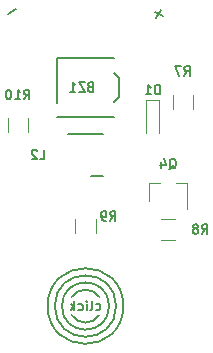
<source format=gbo>
%TF.GenerationSoftware,KiCad,Pcbnew,4.0.7-e2-6376~60~ubuntu17.10.1*%
%TF.CreationDate,2017-11-05T00:08:28+01:00*%
%TF.ProjectId,blinker,626C696E6B65722E6B696361645F7063,rev?*%
%TF.FileFunction,Legend,Bot*%
%FSLAX46Y46*%
G04 Gerber Fmt 4.6, Leading zero omitted, Abs format (unit mm)*
G04 Created by KiCad (PCBNEW 4.0.7-e2-6376~60~ubuntu17.10.1) date Sun Nov  5 00:08:28 2017*
%MOMM*%
%LPD*%
G01*
G04 APERTURE LIST*
%ADD10C,0.127000*%
%ADD11C,0.120000*%
%ADD12C,0.150000*%
%ADD13C,0.010000*%
%ADD14R,0.700000X1.200000*%
%ADD15C,2.300000*%
%ADD16R,2.100000X0.800000*%
%ADD17R,1.600000X1.200000*%
%ADD18R,0.900000X1.000000*%
%ADD19R,1.400000X0.800000*%
%ADD20R,0.800000X1.400000*%
G04 APERTURE END LIST*
D10*
X-1164870Y-12023420D02*
G75*
G02X0Y-11400000I1164870J-776580D01*
G01*
X1164870Y-13576580D02*
G75*
G02X0Y-14200000I-1164870J776580D01*
G01*
X-1164870Y-13576580D02*
G75*
G03X0Y-14200000I1164870J776580D01*
G01*
X1164870Y-12023420D02*
G75*
G03X0Y-11400000I-1164870J-776580D01*
G01*
X3200000Y-12800000D02*
G75*
G03X3200000Y-12800000I-3200000J0D01*
G01*
X2600000Y-12800000D02*
G75*
G03X2600000Y-12800000I-2600000J0D01*
G01*
X2000000Y-12800000D02*
G75*
G03X2000000Y-12800000I-2000000J0D01*
G01*
X876190Y-13123810D02*
X952380Y-13161905D01*
X1104761Y-13161905D01*
X1180952Y-13123810D01*
X1219047Y-13085714D01*
X1257142Y-13009524D01*
X1257142Y-12780952D01*
X1219047Y-12704762D01*
X1180952Y-12666667D01*
X1104761Y-12628571D01*
X952380Y-12628571D01*
X876190Y-12666667D01*
X419047Y-13161905D02*
X495238Y-13123810D01*
X533333Y-13047619D01*
X533333Y-12361905D01*
X114285Y-13161905D02*
X114285Y-12628571D01*
X114285Y-12361905D02*
X152380Y-12400000D01*
X114285Y-12438095D01*
X76190Y-12400000D01*
X114285Y-12361905D01*
X114285Y-12438095D01*
X-609524Y-13123810D02*
X-533334Y-13161905D01*
X-380953Y-13161905D01*
X-304762Y-13123810D01*
X-266667Y-13085714D01*
X-228572Y-13009524D01*
X-228572Y-12780952D01*
X-266667Y-12704762D01*
X-304762Y-12666667D01*
X-380953Y-12628571D01*
X-533334Y-12628571D01*
X-609524Y-12666667D01*
X-952381Y-13161905D02*
X-952381Y-12361905D01*
X-1028572Y-12857143D02*
X-1257143Y-13161905D01*
X-1257143Y-12628571D02*
X-952381Y-12933333D01*
D11*
X5165000Y4640000D02*
X6265000Y4640000D01*
X5165000Y4640000D02*
X5165000Y1840000D01*
X6265000Y4640000D02*
X6265000Y1840000D01*
D12*
X2800000Y4915000D02*
X2400000Y4515000D01*
X2800000Y6515000D02*
X2400000Y6915000D01*
X-2400000Y8215000D02*
X-2400000Y4415000D01*
X-2400000Y8215000D02*
X2400000Y8215000D01*
X2400000Y3215000D02*
X-2400000Y3215000D01*
X2800000Y6515000D02*
X2800000Y4915000D01*
X1500000Y1750000D02*
X-1500000Y1750000D01*
X500000Y-1750000D02*
X1500000Y-1750000D01*
D11*
X5405000Y-2415000D02*
X6335000Y-2415000D01*
X8565000Y-2415000D02*
X7635000Y-2415000D01*
X8565000Y-2415000D02*
X8565000Y-4575000D01*
X5405000Y-2415000D02*
X5405000Y-3875000D01*
X9135000Y3845000D02*
X9135000Y5045000D01*
X7375000Y5045000D02*
X7375000Y3845000D01*
X6385000Y-7230000D02*
X7585000Y-7230000D01*
X7585000Y-5470000D02*
X6385000Y-5470000D01*
X880000Y-6650000D02*
X880000Y-5450000D01*
X-880000Y-5450000D02*
X-880000Y-6650000D01*
X-6595000Y3140000D02*
X-6595000Y1940000D01*
X-4835000Y1940000D02*
X-4835000Y3140000D01*
D12*
X6310476Y5118095D02*
X6310476Y5918095D01*
X6120000Y5918095D01*
X6005714Y5880000D01*
X5929523Y5803810D01*
X5891428Y5727619D01*
X5853333Y5575238D01*
X5853333Y5460952D01*
X5891428Y5308571D01*
X5929523Y5232381D01*
X6005714Y5156190D01*
X6120000Y5118095D01*
X6310476Y5118095D01*
X5091428Y5118095D02*
X5548571Y5118095D01*
X5320000Y5118095D02*
X5320000Y5918095D01*
X5396190Y5803810D01*
X5472381Y5727619D01*
X5548571Y5689524D01*
X404762Y5772143D02*
X290476Y5734048D01*
X252381Y5695952D01*
X214286Y5619762D01*
X214286Y5505476D01*
X252381Y5429286D01*
X290476Y5391190D01*
X366667Y5353095D01*
X671429Y5353095D01*
X671429Y6153095D01*
X404762Y6153095D01*
X328572Y6115000D01*
X290476Y6076905D01*
X252381Y6000714D01*
X252381Y5924524D01*
X290476Y5848333D01*
X328572Y5810238D01*
X404762Y5772143D01*
X671429Y5772143D01*
X-52381Y6153095D02*
X-585714Y6153095D01*
X-52381Y5353095D01*
X-585714Y5353095D01*
X-1309524Y5353095D02*
X-852381Y5353095D01*
X-1080952Y5353095D02*
X-1080952Y6153095D01*
X-1004762Y6038810D01*
X-928571Y5962619D01*
X-852381Y5924524D01*
X-5874371Y12318618D02*
X-6534200Y11937665D01*
X-3876667Y-371905D02*
X-3495714Y-371905D01*
X-3495714Y428095D01*
X-4105238Y351905D02*
X-4143333Y390000D01*
X-4219524Y428095D01*
X-4410000Y428095D01*
X-4486190Y390000D01*
X-4524286Y351905D01*
X-4562381Y275714D01*
X-4562381Y199524D01*
X-4524286Y85238D01*
X-4067143Y-371905D01*
X-4562381Y-371905D01*
X7086190Y-1198095D02*
X7162381Y-1160000D01*
X7238571Y-1083810D01*
X7352857Y-969524D01*
X7429048Y-931429D01*
X7505238Y-931429D01*
X7467143Y-1121905D02*
X7543333Y-1083810D01*
X7619524Y-1007619D01*
X7657619Y-855238D01*
X7657619Y-588571D01*
X7619524Y-436190D01*
X7543333Y-360000D01*
X7467143Y-321905D01*
X7314762Y-321905D01*
X7238571Y-360000D01*
X7162381Y-436190D01*
X7124286Y-588571D01*
X7124286Y-855238D01*
X7162381Y-1007619D01*
X7238571Y-1083810D01*
X7314762Y-1121905D01*
X7467143Y-1121905D01*
X6438572Y-588571D02*
X6438572Y-1121905D01*
X6629048Y-283810D02*
X6819524Y-855238D01*
X6324286Y-855238D01*
X8373333Y6698095D02*
X8640000Y7079048D01*
X8830476Y6698095D02*
X8830476Y7498095D01*
X8525714Y7498095D01*
X8449523Y7460000D01*
X8411428Y7421905D01*
X8373333Y7345714D01*
X8373333Y7231429D01*
X8411428Y7155238D01*
X8449523Y7117143D01*
X8525714Y7079048D01*
X8830476Y7079048D01*
X8106666Y7498095D02*
X7573333Y7498095D01*
X7916190Y6698095D01*
X9853333Y-6671905D02*
X10120000Y-6290952D01*
X10310476Y-6671905D02*
X10310476Y-5871905D01*
X10005714Y-5871905D01*
X9929523Y-5910000D01*
X9891428Y-5948095D01*
X9853333Y-6024286D01*
X9853333Y-6138571D01*
X9891428Y-6214762D01*
X9929523Y-6252857D01*
X10005714Y-6290952D01*
X10310476Y-6290952D01*
X9396190Y-6214762D02*
X9472381Y-6176667D01*
X9510476Y-6138571D01*
X9548571Y-6062381D01*
X9548571Y-6024286D01*
X9510476Y-5948095D01*
X9472381Y-5910000D01*
X9396190Y-5871905D01*
X9243809Y-5871905D01*
X9167619Y-5910000D01*
X9129523Y-5948095D01*
X9091428Y-6024286D01*
X9091428Y-6062381D01*
X9129523Y-6138571D01*
X9167619Y-6176667D01*
X9243809Y-6214762D01*
X9396190Y-6214762D01*
X9472381Y-6252857D01*
X9510476Y-6290952D01*
X9548571Y-6367143D01*
X9548571Y-6519524D01*
X9510476Y-6595714D01*
X9472381Y-6633810D01*
X9396190Y-6671905D01*
X9243809Y-6671905D01*
X9167619Y-6633810D01*
X9129523Y-6595714D01*
X9091428Y-6519524D01*
X9091428Y-6367143D01*
X9129523Y-6290952D01*
X9167619Y-6252857D01*
X9243809Y-6214762D01*
X2083333Y-5581905D02*
X2350000Y-5200952D01*
X2540476Y-5581905D02*
X2540476Y-4781905D01*
X2235714Y-4781905D01*
X2159523Y-4820000D01*
X2121428Y-4858095D01*
X2083333Y-4934286D01*
X2083333Y-5048571D01*
X2121428Y-5124762D01*
X2159523Y-5162857D01*
X2235714Y-5200952D01*
X2540476Y-5200952D01*
X1702381Y-5581905D02*
X1550000Y-5581905D01*
X1473809Y-5543810D01*
X1435714Y-5505714D01*
X1359523Y-5391429D01*
X1321428Y-5239048D01*
X1321428Y-4934286D01*
X1359523Y-4858095D01*
X1397619Y-4820000D01*
X1473809Y-4781905D01*
X1626190Y-4781905D01*
X1702381Y-4820000D01*
X1740476Y-4858095D01*
X1778571Y-4934286D01*
X1778571Y-5124762D01*
X1740476Y-5200952D01*
X1702381Y-5239048D01*
X1626190Y-5277143D01*
X1473809Y-5277143D01*
X1397619Y-5239048D01*
X1359523Y-5200952D01*
X1321428Y-5124762D01*
X-5205714Y4718095D02*
X-4939047Y5099048D01*
X-4748571Y4718095D02*
X-4748571Y5518095D01*
X-5053333Y5518095D01*
X-5129524Y5480000D01*
X-5167619Y5441905D01*
X-5205714Y5365714D01*
X-5205714Y5251429D01*
X-5167619Y5175238D01*
X-5129524Y5137143D01*
X-5053333Y5099048D01*
X-4748571Y5099048D01*
X-5967619Y4718095D02*
X-5510476Y4718095D01*
X-5739047Y4718095D02*
X-5739047Y5518095D01*
X-5662857Y5403810D01*
X-5586666Y5327619D01*
X-5510476Y5289524D01*
X-6462857Y5518095D02*
X-6539048Y5518095D01*
X-6615238Y5480000D01*
X-6653333Y5441905D01*
X-6691429Y5365714D01*
X-6729524Y5213333D01*
X-6729524Y5022857D01*
X-6691429Y4870476D01*
X-6653333Y4794286D01*
X-6615238Y4756190D01*
X-6539048Y4718095D01*
X-6462857Y4718095D01*
X-6386667Y4756190D01*
X-6348571Y4794286D01*
X-6310476Y4870476D01*
X-6272381Y5022857D01*
X-6272381Y5213333D01*
X-6310476Y5365714D01*
X-6348571Y5441905D01*
X-6386667Y5480000D01*
X-6462857Y5518095D01*
X6524200Y11747665D02*
X5864371Y12128617D01*
X6003809Y11608227D02*
X6384761Y12268056D01*
%LPC*%
D13*
G36*
X-11955025Y-8157114D02*
X-11952980Y-8167377D01*
X-11947760Y-8180088D01*
X-11941394Y-8198449D01*
X-11939851Y-8203325D01*
X-11932719Y-8220628D01*
X-11920726Y-8244115D01*
X-11906129Y-8269450D01*
X-11901842Y-8276350D01*
X-11876378Y-8317972D01*
X-11858661Y-8350236D01*
X-11848435Y-8373644D01*
X-11845429Y-8388168D01*
X-11843088Y-8414153D01*
X-11836292Y-8441250D01*
X-11826696Y-8463340D01*
X-11824013Y-8467417D01*
X-11817216Y-8478961D01*
X-11814674Y-8491857D01*
X-11815792Y-8510704D01*
X-11817122Y-8520868D01*
X-11820697Y-8542021D01*
X-11825195Y-8554080D01*
X-11832619Y-8560606D01*
X-11841375Y-8564032D01*
X-11856707Y-8569306D01*
X-11862215Y-8573715D01*
X-11860097Y-8580482D01*
X-11856551Y-8586258D01*
X-11852183Y-8597412D01*
X-11855604Y-8609095D01*
X-11859933Y-8616215D01*
X-11871555Y-8629390D01*
X-11883430Y-8636664D01*
X-11891579Y-8641079D01*
X-11888587Y-8648322D01*
X-11884626Y-8659045D01*
X-11885801Y-8663661D01*
X-11884295Y-8671832D01*
X-11875851Y-8685374D01*
X-11867720Y-8695239D01*
X-11846064Y-8725662D01*
X-11836846Y-8755097D01*
X-11840143Y-8783275D01*
X-11841640Y-8787181D01*
X-11845735Y-8803482D01*
X-11842847Y-8812369D01*
X-11834525Y-8811996D01*
X-11826402Y-8805349D01*
X-11815205Y-8799294D01*
X-11808722Y-8799692D01*
X-11796268Y-8799472D01*
X-11788107Y-8796018D01*
X-11770965Y-8792020D01*
X-11758195Y-8793955D01*
X-11730868Y-8797431D01*
X-11707448Y-8790538D01*
X-11702139Y-8787405D01*
X-11686883Y-8780500D01*
X-11667319Y-8775002D01*
X-11665409Y-8774634D01*
X-11649425Y-8769867D01*
X-11638510Y-8760353D01*
X-11628580Y-8742932D01*
X-11610440Y-8714793D01*
X-11585722Y-8688848D01*
X-11558132Y-8668418D01*
X-11532992Y-8657240D01*
X-11506191Y-8653330D01*
X-11474873Y-8653694D01*
X-11468917Y-8654289D01*
X-11445455Y-8655994D01*
X-11433601Y-8654239D01*
X-11431800Y-8651623D01*
X-11426644Y-8645496D01*
X-11421959Y-8644650D01*
X-11404694Y-8640212D01*
X-11382626Y-8628244D01*
X-11359324Y-8610762D01*
X-11354676Y-8606641D01*
X-11334338Y-8592544D01*
X-11315827Y-8587500D01*
X-11296548Y-8583208D01*
X-11273045Y-8569875D01*
X-11244204Y-8546810D01*
X-11231647Y-8535382D01*
X-11211232Y-8519148D01*
X-11192247Y-8511379D01*
X-11180847Y-8509823D01*
X-11156615Y-8503943D01*
X-11144001Y-8493837D01*
X-11128709Y-8483860D01*
X-11105983Y-8479300D01*
X-11080066Y-8480573D01*
X-11060997Y-8485644D01*
X-11048625Y-8488276D01*
X-11038917Y-8483074D01*
X-11031509Y-8474531D01*
X-11018198Y-8461556D01*
X-11004642Y-8453989D01*
X-11004262Y-8453889D01*
X-10992339Y-8445835D01*
X-10981157Y-8430644D01*
X-10973477Y-8413272D01*
X-10972060Y-8398674D01*
X-10972570Y-8397000D01*
X-10975377Y-8384878D01*
X-10977786Y-8366359D01*
X-10978286Y-8360458D01*
X-10982735Y-8336517D01*
X-10991337Y-8315502D01*
X-11002315Y-8300704D01*
X-11013397Y-8295400D01*
X-11024481Y-8291294D01*
X-11039161Y-8281043D01*
X-11043778Y-8276977D01*
X-11055604Y-8267544D01*
X-11062644Y-8265049D01*
X-11063500Y-8266586D01*
X-11068500Y-8278152D01*
X-11080635Y-8291446D01*
X-11095607Y-8302666D01*
X-11109117Y-8308010D01*
X-11110403Y-8308076D01*
X-11124686Y-8304819D01*
X-11142082Y-8296869D01*
X-11144462Y-8295469D01*
X-11159532Y-8283158D01*
X-11164928Y-8268842D01*
X-11165100Y-8264801D01*
X-11167020Y-8247511D01*
X-11173439Y-8241355D01*
X-11183837Y-8244432D01*
X-11197301Y-8245696D01*
X-11212870Y-8238154D01*
X-11230060Y-8231111D01*
X-11242170Y-8234710D01*
X-11247530Y-8248309D01*
X-11247650Y-8251504D01*
X-11253178Y-8264268D01*
X-11267052Y-8272254D01*
X-11285206Y-8273373D01*
X-11288794Y-8272640D01*
X-11300893Y-8271527D01*
X-11304750Y-8277620D01*
X-11304800Y-8279128D01*
X-11310169Y-8286909D01*
X-11323813Y-8296925D01*
X-11342032Y-8307172D01*
X-11361129Y-8315650D01*
X-11377404Y-8320353D01*
X-11381641Y-8320737D01*
X-11392932Y-8317923D01*
X-11410234Y-8310694D01*
X-11420180Y-8305714D01*
X-11436670Y-8297922D01*
X-11452173Y-8293733D01*
X-11471191Y-8292442D01*
X-11498227Y-8293344D01*
X-11498914Y-8293381D01*
X-11538199Y-8292864D01*
X-11577979Y-8287679D01*
X-11615371Y-8278623D01*
X-11647493Y-8266493D01*
X-11671465Y-8252084D01*
X-11680309Y-8243248D01*
X-11691801Y-8234278D01*
X-11709747Y-8226037D01*
X-11729782Y-8219862D01*
X-11747540Y-8217090D01*
X-11758653Y-8219060D01*
X-11758825Y-8219195D01*
X-11768897Y-8223733D01*
X-11785499Y-8228173D01*
X-11788803Y-8228828D01*
X-11805455Y-8230477D01*
X-11817717Y-8226217D01*
X-11831397Y-8214279D01*
X-11849022Y-8200915D01*
X-11868329Y-8192126D01*
X-11871860Y-8191281D01*
X-11890415Y-8184859D01*
X-11911183Y-8173589D01*
X-11917850Y-8168986D01*
X-11935539Y-8158006D01*
X-11948571Y-8154019D01*
X-11955025Y-8157114D01*
X-11955025Y-8157114D01*
G37*
X-11955025Y-8157114D02*
X-11952980Y-8167377D01*
X-11947760Y-8180088D01*
X-11941394Y-8198449D01*
X-11939851Y-8203325D01*
X-11932719Y-8220628D01*
X-11920726Y-8244115D01*
X-11906129Y-8269450D01*
X-11901842Y-8276350D01*
X-11876378Y-8317972D01*
X-11858661Y-8350236D01*
X-11848435Y-8373644D01*
X-11845429Y-8388168D01*
X-11843088Y-8414153D01*
X-11836292Y-8441250D01*
X-11826696Y-8463340D01*
X-11824013Y-8467417D01*
X-11817216Y-8478961D01*
X-11814674Y-8491857D01*
X-11815792Y-8510704D01*
X-11817122Y-8520868D01*
X-11820697Y-8542021D01*
X-11825195Y-8554080D01*
X-11832619Y-8560606D01*
X-11841375Y-8564032D01*
X-11856707Y-8569306D01*
X-11862215Y-8573715D01*
X-11860097Y-8580482D01*
X-11856551Y-8586258D01*
X-11852183Y-8597412D01*
X-11855604Y-8609095D01*
X-11859933Y-8616215D01*
X-11871555Y-8629390D01*
X-11883430Y-8636664D01*
X-11891579Y-8641079D01*
X-11888587Y-8648322D01*
X-11884626Y-8659045D01*
X-11885801Y-8663661D01*
X-11884295Y-8671832D01*
X-11875851Y-8685374D01*
X-11867720Y-8695239D01*
X-11846064Y-8725662D01*
X-11836846Y-8755097D01*
X-11840143Y-8783275D01*
X-11841640Y-8787181D01*
X-11845735Y-8803482D01*
X-11842847Y-8812369D01*
X-11834525Y-8811996D01*
X-11826402Y-8805349D01*
X-11815205Y-8799294D01*
X-11808722Y-8799692D01*
X-11796268Y-8799472D01*
X-11788107Y-8796018D01*
X-11770965Y-8792020D01*
X-11758195Y-8793955D01*
X-11730868Y-8797431D01*
X-11707448Y-8790538D01*
X-11702139Y-8787405D01*
X-11686883Y-8780500D01*
X-11667319Y-8775002D01*
X-11665409Y-8774634D01*
X-11649425Y-8769867D01*
X-11638510Y-8760353D01*
X-11628580Y-8742932D01*
X-11610440Y-8714793D01*
X-11585722Y-8688848D01*
X-11558132Y-8668418D01*
X-11532992Y-8657240D01*
X-11506191Y-8653330D01*
X-11474873Y-8653694D01*
X-11468917Y-8654289D01*
X-11445455Y-8655994D01*
X-11433601Y-8654239D01*
X-11431800Y-8651623D01*
X-11426644Y-8645496D01*
X-11421959Y-8644650D01*
X-11404694Y-8640212D01*
X-11382626Y-8628244D01*
X-11359324Y-8610762D01*
X-11354676Y-8606641D01*
X-11334338Y-8592544D01*
X-11315827Y-8587500D01*
X-11296548Y-8583208D01*
X-11273045Y-8569875D01*
X-11244204Y-8546810D01*
X-11231647Y-8535382D01*
X-11211232Y-8519148D01*
X-11192247Y-8511379D01*
X-11180847Y-8509823D01*
X-11156615Y-8503943D01*
X-11144001Y-8493837D01*
X-11128709Y-8483860D01*
X-11105983Y-8479300D01*
X-11080066Y-8480573D01*
X-11060997Y-8485644D01*
X-11048625Y-8488276D01*
X-11038917Y-8483074D01*
X-11031509Y-8474531D01*
X-11018198Y-8461556D01*
X-11004642Y-8453989D01*
X-11004262Y-8453889D01*
X-10992339Y-8445835D01*
X-10981157Y-8430644D01*
X-10973477Y-8413272D01*
X-10972060Y-8398674D01*
X-10972570Y-8397000D01*
X-10975377Y-8384878D01*
X-10977786Y-8366359D01*
X-10978286Y-8360458D01*
X-10982735Y-8336517D01*
X-10991337Y-8315502D01*
X-11002315Y-8300704D01*
X-11013397Y-8295400D01*
X-11024481Y-8291294D01*
X-11039161Y-8281043D01*
X-11043778Y-8276977D01*
X-11055604Y-8267544D01*
X-11062644Y-8265049D01*
X-11063500Y-8266586D01*
X-11068500Y-8278152D01*
X-11080635Y-8291446D01*
X-11095607Y-8302666D01*
X-11109117Y-8308010D01*
X-11110403Y-8308076D01*
X-11124686Y-8304819D01*
X-11142082Y-8296869D01*
X-11144462Y-8295469D01*
X-11159532Y-8283158D01*
X-11164928Y-8268842D01*
X-11165100Y-8264801D01*
X-11167020Y-8247511D01*
X-11173439Y-8241355D01*
X-11183837Y-8244432D01*
X-11197301Y-8245696D01*
X-11212870Y-8238154D01*
X-11230060Y-8231111D01*
X-11242170Y-8234710D01*
X-11247530Y-8248309D01*
X-11247650Y-8251504D01*
X-11253178Y-8264268D01*
X-11267052Y-8272254D01*
X-11285206Y-8273373D01*
X-11288794Y-8272640D01*
X-11300893Y-8271527D01*
X-11304750Y-8277620D01*
X-11304800Y-8279128D01*
X-11310169Y-8286909D01*
X-11323813Y-8296925D01*
X-11342032Y-8307172D01*
X-11361129Y-8315650D01*
X-11377404Y-8320353D01*
X-11381641Y-8320737D01*
X-11392932Y-8317923D01*
X-11410234Y-8310694D01*
X-11420180Y-8305714D01*
X-11436670Y-8297922D01*
X-11452173Y-8293733D01*
X-11471191Y-8292442D01*
X-11498227Y-8293344D01*
X-11498914Y-8293381D01*
X-11538199Y-8292864D01*
X-11577979Y-8287679D01*
X-11615371Y-8278623D01*
X-11647493Y-8266493D01*
X-11671465Y-8252084D01*
X-11680309Y-8243248D01*
X-11691801Y-8234278D01*
X-11709747Y-8226037D01*
X-11729782Y-8219862D01*
X-11747540Y-8217090D01*
X-11758653Y-8219060D01*
X-11758825Y-8219195D01*
X-11768897Y-8223733D01*
X-11785499Y-8228173D01*
X-11788803Y-8228828D01*
X-11805455Y-8230477D01*
X-11817717Y-8226217D01*
X-11831397Y-8214279D01*
X-11849022Y-8200915D01*
X-11868329Y-8192126D01*
X-11871860Y-8191281D01*
X-11890415Y-8184859D01*
X-11911183Y-8173589D01*
X-11917850Y-8168986D01*
X-11935539Y-8158006D01*
X-11948571Y-8154019D01*
X-11955025Y-8157114D01*
G36*
X-10940733Y-8348316D02*
X-10941493Y-8355852D01*
X-10940733Y-8356783D01*
X-10936958Y-8355911D01*
X-10936500Y-8352550D01*
X-10938823Y-8347323D01*
X-10940733Y-8348316D01*
X-10940733Y-8348316D01*
G37*
X-10940733Y-8348316D02*
X-10941493Y-8355852D01*
X-10940733Y-8356783D01*
X-10936958Y-8355911D01*
X-10936500Y-8352550D01*
X-10938823Y-8347323D01*
X-10940733Y-8348316D01*
G36*
X-12210253Y-7387592D02*
X-12210816Y-7394229D01*
X-12209972Y-7397951D01*
X-12209549Y-7414514D01*
X-12212767Y-7428408D01*
X-12215285Y-7440049D01*
X-12212793Y-7452918D01*
X-12204296Y-7470950D01*
X-12200077Y-7478574D01*
X-12187467Y-7502918D01*
X-12182099Y-7519656D01*
X-12183582Y-7531328D01*
X-12190625Y-7539750D01*
X-12198314Y-7552144D01*
X-12200150Y-7562260D01*
X-12205821Y-7574443D01*
X-12220268Y-7583675D01*
X-12239639Y-7588361D01*
X-12259808Y-7586974D01*
X-12273074Y-7586413D01*
X-12286918Y-7593077D01*
X-12299068Y-7602831D01*
X-12316832Y-7615841D01*
X-12334464Y-7624822D01*
X-12339925Y-7626442D01*
X-12357460Y-7633791D01*
X-12372262Y-7645229D01*
X-12384678Y-7655790D01*
X-12395033Y-7660393D01*
X-12395306Y-7660400D01*
X-12400786Y-7664067D01*
X-12399809Y-7667341D01*
X-12396701Y-7679248D01*
X-12395940Y-7697199D01*
X-12397314Y-7715664D01*
X-12400610Y-7729116D01*
X-12402281Y-7731721D01*
X-12405436Y-7741481D01*
X-12405544Y-7757910D01*
X-12405104Y-7761849D01*
X-12404841Y-7781708D01*
X-12411502Y-7795379D01*
X-12413778Y-7797828D01*
X-12422616Y-7813652D01*
X-12422373Y-7828728D01*
X-12419889Y-7839267D01*
X-12414950Y-7844974D01*
X-12404292Y-7847370D01*
X-12384649Y-7847978D01*
X-12381045Y-7848006D01*
X-12349539Y-7850890D01*
X-12321358Y-7860140D01*
X-12292217Y-7877429D01*
X-12277523Y-7888374D01*
X-12261333Y-7904074D01*
X-12247689Y-7922672D01*
X-12238417Y-7940885D01*
X-12235346Y-7955431D01*
X-12237146Y-7960921D01*
X-12241090Y-7970561D01*
X-12245844Y-7988947D01*
X-12250432Y-8012251D01*
X-12250769Y-8014252D01*
X-12254468Y-8038399D01*
X-12255436Y-8053976D01*
X-12253304Y-8064887D01*
X-12247704Y-8075041D01*
X-12244611Y-8079483D01*
X-12229669Y-8095122D01*
X-12210260Y-8109173D01*
X-12206132Y-8111437D01*
X-12185286Y-8127169D01*
X-12164677Y-8151178D01*
X-12147161Y-8179316D01*
X-12135594Y-8207433D01*
X-12133369Y-8217150D01*
X-12127367Y-8244273D01*
X-12119877Y-8264727D01*
X-12111917Y-8276006D01*
X-12108892Y-8277378D01*
X-12098316Y-8278302D01*
X-12080988Y-8279313D01*
X-12076005Y-8279546D01*
X-12055096Y-8281246D01*
X-12036990Y-8283950D01*
X-12034730Y-8284454D01*
X-12017439Y-8284209D01*
X-12001712Y-8278907D01*
X-11987076Y-8265747D01*
X-11983361Y-8252334D01*
X-11981695Y-8222238D01*
X-11980237Y-8202505D01*
X-11978727Y-8190808D01*
X-11976909Y-8184821D01*
X-11975691Y-8183124D01*
X-11975249Y-8175721D01*
X-11982530Y-8167463D01*
X-11993523Y-8162365D01*
X-11996743Y-8162050D01*
X-12010184Y-8157430D01*
X-12022733Y-8143026D01*
X-12034829Y-8118024D01*
X-12046912Y-8081608D01*
X-12053782Y-8056137D01*
X-12055812Y-8041323D01*
X-12051200Y-8029844D01*
X-12040745Y-8018548D01*
X-12029313Y-8005621D01*
X-12027333Y-7996680D01*
X-12029593Y-7992698D01*
X-12039940Y-7985271D01*
X-12044575Y-7984250D01*
X-12055000Y-7979803D01*
X-12060450Y-7974725D01*
X-12072190Y-7968189D01*
X-12090643Y-7965232D01*
X-12092831Y-7965200D01*
X-12115499Y-7960277D01*
X-12130370Y-7945440D01*
X-12137519Y-7920587D01*
X-12138219Y-7904239D01*
X-12136069Y-7883488D01*
X-12129048Y-7869957D01*
X-12122150Y-7863547D01*
X-12102553Y-7840522D01*
X-12087781Y-7806002D01*
X-12078296Y-7763336D01*
X-12068966Y-7721899D01*
X-12055114Y-7684665D01*
X-12038107Y-7654853D01*
X-12026408Y-7641350D01*
X-12007363Y-7617220D01*
X-11991176Y-7582636D01*
X-11977414Y-7536634D01*
X-11975171Y-7527110D01*
X-11969119Y-7496821D01*
X-11967785Y-7476629D01*
X-11971844Y-7464590D01*
X-11981975Y-7458762D01*
X-11998855Y-7457201D01*
X-11999533Y-7457200D01*
X-12017792Y-7458471D01*
X-12028011Y-7463683D01*
X-12033925Y-7473142D01*
X-12039866Y-7482838D01*
X-12048732Y-7487172D01*
X-12064730Y-7487746D01*
X-12071457Y-7487430D01*
X-12092381Y-7484360D01*
X-12106759Y-7478535D01*
X-12109275Y-7476250D01*
X-12117227Y-7470142D01*
X-12127634Y-7473364D01*
X-12129827Y-7474662D01*
X-12143479Y-7481667D01*
X-12148518Y-7480260D01*
X-12146877Y-7472614D01*
X-12146465Y-7458983D01*
X-12149159Y-7451206D01*
X-12153573Y-7437552D01*
X-12156708Y-7418334D01*
X-12157074Y-7414086D01*
X-12158867Y-7397994D01*
X-12163746Y-7390226D01*
X-12175471Y-7387179D01*
X-12186170Y-7386212D01*
X-12203029Y-7385408D01*
X-12210253Y-7387592D01*
X-12210253Y-7387592D01*
G37*
X-12210253Y-7387592D02*
X-12210816Y-7394229D01*
X-12209972Y-7397951D01*
X-12209549Y-7414514D01*
X-12212767Y-7428408D01*
X-12215285Y-7440049D01*
X-12212793Y-7452918D01*
X-12204296Y-7470950D01*
X-12200077Y-7478574D01*
X-12187467Y-7502918D01*
X-12182099Y-7519656D01*
X-12183582Y-7531328D01*
X-12190625Y-7539750D01*
X-12198314Y-7552144D01*
X-12200150Y-7562260D01*
X-12205821Y-7574443D01*
X-12220268Y-7583675D01*
X-12239639Y-7588361D01*
X-12259808Y-7586974D01*
X-12273074Y-7586413D01*
X-12286918Y-7593077D01*
X-12299068Y-7602831D01*
X-12316832Y-7615841D01*
X-12334464Y-7624822D01*
X-12339925Y-7626442D01*
X-12357460Y-7633791D01*
X-12372262Y-7645229D01*
X-12384678Y-7655790D01*
X-12395033Y-7660393D01*
X-12395306Y-7660400D01*
X-12400786Y-7664067D01*
X-12399809Y-7667341D01*
X-12396701Y-7679248D01*
X-12395940Y-7697199D01*
X-12397314Y-7715664D01*
X-12400610Y-7729116D01*
X-12402281Y-7731721D01*
X-12405436Y-7741481D01*
X-12405544Y-7757910D01*
X-12405104Y-7761849D01*
X-12404841Y-7781708D01*
X-12411502Y-7795379D01*
X-12413778Y-7797828D01*
X-12422616Y-7813652D01*
X-12422373Y-7828728D01*
X-12419889Y-7839267D01*
X-12414950Y-7844974D01*
X-12404292Y-7847370D01*
X-12384649Y-7847978D01*
X-12381045Y-7848006D01*
X-12349539Y-7850890D01*
X-12321358Y-7860140D01*
X-12292217Y-7877429D01*
X-12277523Y-7888374D01*
X-12261333Y-7904074D01*
X-12247689Y-7922672D01*
X-12238417Y-7940885D01*
X-12235346Y-7955431D01*
X-12237146Y-7960921D01*
X-12241090Y-7970561D01*
X-12245844Y-7988947D01*
X-12250432Y-8012251D01*
X-12250769Y-8014252D01*
X-12254468Y-8038399D01*
X-12255436Y-8053976D01*
X-12253304Y-8064887D01*
X-12247704Y-8075041D01*
X-12244611Y-8079483D01*
X-12229669Y-8095122D01*
X-12210260Y-8109173D01*
X-12206132Y-8111437D01*
X-12185286Y-8127169D01*
X-12164677Y-8151178D01*
X-12147161Y-8179316D01*
X-12135594Y-8207433D01*
X-12133369Y-8217150D01*
X-12127367Y-8244273D01*
X-12119877Y-8264727D01*
X-12111917Y-8276006D01*
X-12108892Y-8277378D01*
X-12098316Y-8278302D01*
X-12080988Y-8279313D01*
X-12076005Y-8279546D01*
X-12055096Y-8281246D01*
X-12036990Y-8283950D01*
X-12034730Y-8284454D01*
X-12017439Y-8284209D01*
X-12001712Y-8278907D01*
X-11987076Y-8265747D01*
X-11983361Y-8252334D01*
X-11981695Y-8222238D01*
X-11980237Y-8202505D01*
X-11978727Y-8190808D01*
X-11976909Y-8184821D01*
X-11975691Y-8183124D01*
X-11975249Y-8175721D01*
X-11982530Y-8167463D01*
X-11993523Y-8162365D01*
X-11996743Y-8162050D01*
X-12010184Y-8157430D01*
X-12022733Y-8143026D01*
X-12034829Y-8118024D01*
X-12046912Y-8081608D01*
X-12053782Y-8056137D01*
X-12055812Y-8041323D01*
X-12051200Y-8029844D01*
X-12040745Y-8018548D01*
X-12029313Y-8005621D01*
X-12027333Y-7996680D01*
X-12029593Y-7992698D01*
X-12039940Y-7985271D01*
X-12044575Y-7984250D01*
X-12055000Y-7979803D01*
X-12060450Y-7974725D01*
X-12072190Y-7968189D01*
X-12090643Y-7965232D01*
X-12092831Y-7965200D01*
X-12115499Y-7960277D01*
X-12130370Y-7945440D01*
X-12137519Y-7920587D01*
X-12138219Y-7904239D01*
X-12136069Y-7883488D01*
X-12129048Y-7869957D01*
X-12122150Y-7863547D01*
X-12102553Y-7840522D01*
X-12087781Y-7806002D01*
X-12078296Y-7763336D01*
X-12068966Y-7721899D01*
X-12055114Y-7684665D01*
X-12038107Y-7654853D01*
X-12026408Y-7641350D01*
X-12007363Y-7617220D01*
X-11991176Y-7582636D01*
X-11977414Y-7536634D01*
X-11975171Y-7527110D01*
X-11969119Y-7496821D01*
X-11967785Y-7476629D01*
X-11971844Y-7464590D01*
X-11981975Y-7458762D01*
X-11998855Y-7457201D01*
X-11999533Y-7457200D01*
X-12017792Y-7458471D01*
X-12028011Y-7463683D01*
X-12033925Y-7473142D01*
X-12039866Y-7482838D01*
X-12048732Y-7487172D01*
X-12064730Y-7487746D01*
X-12071457Y-7487430D01*
X-12092381Y-7484360D01*
X-12106759Y-7478535D01*
X-12109275Y-7476250D01*
X-12117227Y-7470142D01*
X-12127634Y-7473364D01*
X-12129827Y-7474662D01*
X-12143479Y-7481667D01*
X-12148518Y-7480260D01*
X-12146877Y-7472614D01*
X-12146465Y-7458983D01*
X-12149159Y-7451206D01*
X-12153573Y-7437552D01*
X-12156708Y-7418334D01*
X-12157074Y-7414086D01*
X-12158867Y-7397994D01*
X-12163746Y-7390226D01*
X-12175471Y-7387179D01*
X-12186170Y-7386212D01*
X-12203029Y-7385408D01*
X-12210253Y-7387592D01*
G36*
X-9943724Y-7042817D02*
X-9947739Y-7050800D01*
X-9955936Y-7061279D01*
X-9967666Y-7063500D01*
X-9983558Y-7068416D01*
X-9991482Y-7079325D01*
X-9998652Y-7089945D01*
X-10006048Y-7089037D01*
X-10006416Y-7088740D01*
X-10018385Y-7085275D01*
X-10025002Y-7086499D01*
X-10031249Y-7091549D01*
X-10029485Y-7094609D01*
X-10023356Y-7103196D01*
X-10018740Y-7115951D01*
X-10017013Y-7128471D01*
X-10022039Y-7132958D01*
X-10027761Y-7133350D01*
X-10038412Y-7135253D01*
X-10041052Y-7138112D01*
X-10037325Y-7148605D01*
X-10029696Y-7157166D01*
X-10024723Y-7158816D01*
X-10017891Y-7162642D01*
X-10016967Y-7164623D01*
X-10020240Y-7170142D01*
X-10027064Y-7171450D01*
X-10042638Y-7175604D01*
X-10057275Y-7185746D01*
X-10067066Y-7198393D01*
X-10068661Y-7208512D01*
X-10069709Y-7221121D01*
X-10076050Y-7238358D01*
X-10078900Y-7243853D01*
X-10086294Y-7259741D01*
X-10088962Y-7271322D01*
X-10088450Y-7273575D01*
X-10089183Y-7282251D01*
X-10095508Y-7296740D01*
X-10098849Y-7302514D01*
X-10107542Y-7318480D01*
X-10109497Y-7330811D01*
X-10105549Y-7346068D01*
X-10104708Y-7348435D01*
X-10095360Y-7367442D01*
X-10081447Y-7388495D01*
X-10075137Y-7396430D01*
X-10058589Y-7422124D01*
X-10054372Y-7447052D01*
X-10062372Y-7472992D01*
X-10069555Y-7484921D01*
X-10079374Y-7501886D01*
X-10081567Y-7514733D01*
X-10079167Y-7524093D01*
X-10074608Y-7541943D01*
X-10073609Y-7554223D01*
X-10073379Y-7567600D01*
X-10072256Y-7588931D01*
X-10070547Y-7612775D01*
X-10068110Y-7643553D01*
X-10065421Y-7678527D01*
X-10063454Y-7704850D01*
X-10060811Y-7731396D01*
X-10057204Y-7755698D01*
X-10053400Y-7772608D01*
X-10053299Y-7772925D01*
X-10049040Y-7790492D01*
X-10048020Y-7804461D01*
X-10048045Y-7804675D01*
X-10046761Y-7820314D01*
X-10044548Y-7827278D01*
X-10040696Y-7841710D01*
X-10038622Y-7858907D01*
X-10036245Y-7873285D01*
X-10028616Y-7879270D01*
X-10019237Y-7880644D01*
X-9999399Y-7876843D01*
X-9979516Y-7863303D01*
X-9961561Y-7851501D01*
X-9942612Y-7845044D01*
X-9926514Y-7844740D01*
X-9917693Y-7850303D01*
X-9909519Y-7853479D01*
X-9900607Y-7852519D01*
X-9887629Y-7854497D01*
X-9875670Y-7864678D01*
X-9866699Y-7879365D01*
X-9862685Y-7894861D01*
X-9865598Y-7907470D01*
X-9869422Y-7911053D01*
X-9872911Y-7919714D01*
X-9865894Y-7934315D01*
X-9848723Y-7954212D01*
X-9842362Y-7960437D01*
X-9828441Y-7973475D01*
X-9819005Y-7981925D01*
X-9816527Y-7983785D01*
X-9811242Y-7980439D01*
X-9799348Y-7972851D01*
X-9797321Y-7971555D01*
X-9783789Y-7964117D01*
X-9774130Y-7963994D01*
X-9763984Y-7969575D01*
X-9753326Y-7975733D01*
X-9749511Y-7973728D01*
X-9749050Y-7966305D01*
X-9746290Y-7953846D01*
X-9742700Y-7949325D01*
X-9737394Y-7940382D01*
X-9736350Y-7932875D01*
X-9731916Y-7920752D01*
X-9726435Y-7916546D01*
X-9717746Y-7909485D01*
X-9705375Y-7895076D01*
X-9694845Y-7880556D01*
X-9683107Y-7862264D01*
X-9678036Y-7850931D01*
X-9678703Y-7843338D01*
X-9682535Y-7838022D01*
X-9690422Y-7824018D01*
X-9691053Y-7810499D01*
X-9686351Y-7803770D01*
X-9682484Y-7794901D01*
X-9681935Y-7778097D01*
X-9684298Y-7757566D01*
X-9689165Y-7737513D01*
X-9693891Y-7725922D01*
X-9701068Y-7704265D01*
X-9700688Y-7678136D01*
X-9700480Y-7676570D01*
X-9698690Y-7658910D01*
X-9700098Y-7651153D01*
X-9705231Y-7650788D01*
X-9705839Y-7651010D01*
X-9712844Y-7649475D01*
X-9719798Y-7638156D01*
X-9725819Y-7621696D01*
X-9731752Y-7597042D01*
X-9729948Y-7581450D01*
X-9719763Y-7573443D01*
X-9703822Y-7571500D01*
X-9691837Y-7570314D01*
X-9686698Y-7564272D01*
X-9685554Y-7549648D01*
X-9685550Y-7547627D01*
X-9688802Y-7526778D01*
X-9697252Y-7516446D01*
X-9704013Y-7505771D01*
X-9707875Y-7486616D01*
X-9708933Y-7462842D01*
X-9707285Y-7438311D01*
X-9703026Y-7416884D01*
X-9696253Y-7402423D01*
X-9694360Y-7400497D01*
X-9684656Y-7384776D01*
X-9681904Y-7366859D01*
X-9678966Y-7347961D01*
X-9672406Y-7333121D01*
X-9671447Y-7331934D01*
X-9662278Y-7317396D01*
X-9659019Y-7307975D01*
X-9651823Y-7297512D01*
X-9642342Y-7295794D01*
X-9630269Y-7292228D01*
X-9624584Y-7279919D01*
X-9619307Y-7261737D01*
X-9614776Y-7250439D01*
X-9612183Y-7236253D01*
X-9616887Y-7216644D01*
X-9619134Y-7210752D01*
X-9626787Y-7193054D01*
X-9632716Y-7185693D01*
X-9639476Y-7187047D01*
X-9646949Y-7193092D01*
X-9658692Y-7198873D01*
X-9677976Y-7204040D01*
X-9691937Y-7206330D01*
X-9713038Y-7208232D01*
X-9727252Y-7206485D01*
X-9740198Y-7199648D01*
X-9751548Y-7191037D01*
X-9769015Y-7179425D01*
X-9785087Y-7172402D01*
X-9790765Y-7171450D01*
X-9806056Y-7165489D01*
X-9819767Y-7150812D01*
X-9834973Y-7130792D01*
X-9851245Y-7112069D01*
X-9866312Y-7096952D01*
X-9877904Y-7087749D01*
X-9883269Y-7086262D01*
X-9893218Y-7085951D01*
X-9905389Y-7078086D01*
X-9915806Y-7066196D01*
X-9920487Y-7053810D01*
X-9920500Y-7053244D01*
X-9924725Y-7041473D01*
X-9934111Y-7037849D01*
X-9943724Y-7042817D01*
X-9943724Y-7042817D01*
G37*
X-9943724Y-7042817D02*
X-9947739Y-7050800D01*
X-9955936Y-7061279D01*
X-9967666Y-7063500D01*
X-9983558Y-7068416D01*
X-9991482Y-7079325D01*
X-9998652Y-7089945D01*
X-10006048Y-7089037D01*
X-10006416Y-7088740D01*
X-10018385Y-7085275D01*
X-10025002Y-7086499D01*
X-10031249Y-7091549D01*
X-10029485Y-7094609D01*
X-10023356Y-7103196D01*
X-10018740Y-7115951D01*
X-10017013Y-7128471D01*
X-10022039Y-7132958D01*
X-10027761Y-7133350D01*
X-10038412Y-7135253D01*
X-10041052Y-7138112D01*
X-10037325Y-7148605D01*
X-10029696Y-7157166D01*
X-10024723Y-7158816D01*
X-10017891Y-7162642D01*
X-10016967Y-7164623D01*
X-10020240Y-7170142D01*
X-10027064Y-7171450D01*
X-10042638Y-7175604D01*
X-10057275Y-7185746D01*
X-10067066Y-7198393D01*
X-10068661Y-7208512D01*
X-10069709Y-7221121D01*
X-10076050Y-7238358D01*
X-10078900Y-7243853D01*
X-10086294Y-7259741D01*
X-10088962Y-7271322D01*
X-10088450Y-7273575D01*
X-10089183Y-7282251D01*
X-10095508Y-7296740D01*
X-10098849Y-7302514D01*
X-10107542Y-7318480D01*
X-10109497Y-7330811D01*
X-10105549Y-7346068D01*
X-10104708Y-7348435D01*
X-10095360Y-7367442D01*
X-10081447Y-7388495D01*
X-10075137Y-7396430D01*
X-10058589Y-7422124D01*
X-10054372Y-7447052D01*
X-10062372Y-7472992D01*
X-10069555Y-7484921D01*
X-10079374Y-7501886D01*
X-10081567Y-7514733D01*
X-10079167Y-7524093D01*
X-10074608Y-7541943D01*
X-10073609Y-7554223D01*
X-10073379Y-7567600D01*
X-10072256Y-7588931D01*
X-10070547Y-7612775D01*
X-10068110Y-7643553D01*
X-10065421Y-7678527D01*
X-10063454Y-7704850D01*
X-10060811Y-7731396D01*
X-10057204Y-7755698D01*
X-10053400Y-7772608D01*
X-10053299Y-7772925D01*
X-10049040Y-7790492D01*
X-10048020Y-7804461D01*
X-10048045Y-7804675D01*
X-10046761Y-7820314D01*
X-10044548Y-7827278D01*
X-10040696Y-7841710D01*
X-10038622Y-7858907D01*
X-10036245Y-7873285D01*
X-10028616Y-7879270D01*
X-10019237Y-7880644D01*
X-9999399Y-7876843D01*
X-9979516Y-7863303D01*
X-9961561Y-7851501D01*
X-9942612Y-7845044D01*
X-9926514Y-7844740D01*
X-9917693Y-7850303D01*
X-9909519Y-7853479D01*
X-9900607Y-7852519D01*
X-9887629Y-7854497D01*
X-9875670Y-7864678D01*
X-9866699Y-7879365D01*
X-9862685Y-7894861D01*
X-9865598Y-7907470D01*
X-9869422Y-7911053D01*
X-9872911Y-7919714D01*
X-9865894Y-7934315D01*
X-9848723Y-7954212D01*
X-9842362Y-7960437D01*
X-9828441Y-7973475D01*
X-9819005Y-7981925D01*
X-9816527Y-7983785D01*
X-9811242Y-7980439D01*
X-9799348Y-7972851D01*
X-9797321Y-7971555D01*
X-9783789Y-7964117D01*
X-9774130Y-7963994D01*
X-9763984Y-7969575D01*
X-9753326Y-7975733D01*
X-9749511Y-7973728D01*
X-9749050Y-7966305D01*
X-9746290Y-7953846D01*
X-9742700Y-7949325D01*
X-9737394Y-7940382D01*
X-9736350Y-7932875D01*
X-9731916Y-7920752D01*
X-9726435Y-7916546D01*
X-9717746Y-7909485D01*
X-9705375Y-7895076D01*
X-9694845Y-7880556D01*
X-9683107Y-7862264D01*
X-9678036Y-7850931D01*
X-9678703Y-7843338D01*
X-9682535Y-7838022D01*
X-9690422Y-7824018D01*
X-9691053Y-7810499D01*
X-9686351Y-7803770D01*
X-9682484Y-7794901D01*
X-9681935Y-7778097D01*
X-9684298Y-7757566D01*
X-9689165Y-7737513D01*
X-9693891Y-7725922D01*
X-9701068Y-7704265D01*
X-9700688Y-7678136D01*
X-9700480Y-7676570D01*
X-9698690Y-7658910D01*
X-9700098Y-7651153D01*
X-9705231Y-7650788D01*
X-9705839Y-7651010D01*
X-9712844Y-7649475D01*
X-9719798Y-7638156D01*
X-9725819Y-7621696D01*
X-9731752Y-7597042D01*
X-9729948Y-7581450D01*
X-9719763Y-7573443D01*
X-9703822Y-7571500D01*
X-9691837Y-7570314D01*
X-9686698Y-7564272D01*
X-9685554Y-7549648D01*
X-9685550Y-7547627D01*
X-9688802Y-7526778D01*
X-9697252Y-7516446D01*
X-9704013Y-7505771D01*
X-9707875Y-7486616D01*
X-9708933Y-7462842D01*
X-9707285Y-7438311D01*
X-9703026Y-7416884D01*
X-9696253Y-7402423D01*
X-9694360Y-7400497D01*
X-9684656Y-7384776D01*
X-9681904Y-7366859D01*
X-9678966Y-7347961D01*
X-9672406Y-7333121D01*
X-9671447Y-7331934D01*
X-9662278Y-7317396D01*
X-9659019Y-7307975D01*
X-9651823Y-7297512D01*
X-9642342Y-7295794D01*
X-9630269Y-7292228D01*
X-9624584Y-7279919D01*
X-9619307Y-7261737D01*
X-9614776Y-7250439D01*
X-9612183Y-7236253D01*
X-9616887Y-7216644D01*
X-9619134Y-7210752D01*
X-9626787Y-7193054D01*
X-9632716Y-7185693D01*
X-9639476Y-7187047D01*
X-9646949Y-7193092D01*
X-9658692Y-7198873D01*
X-9677976Y-7204040D01*
X-9691937Y-7206330D01*
X-9713038Y-7208232D01*
X-9727252Y-7206485D01*
X-9740198Y-7199648D01*
X-9751548Y-7191037D01*
X-9769015Y-7179425D01*
X-9785087Y-7172402D01*
X-9790765Y-7171450D01*
X-9806056Y-7165489D01*
X-9819767Y-7150812D01*
X-9834973Y-7130792D01*
X-9851245Y-7112069D01*
X-9866312Y-7096952D01*
X-9877904Y-7087749D01*
X-9883269Y-7086262D01*
X-9893218Y-7085951D01*
X-9905389Y-7078086D01*
X-9915806Y-7066196D01*
X-9920487Y-7053810D01*
X-9920500Y-7053244D01*
X-9924725Y-7041473D01*
X-9934111Y-7037849D01*
X-9943724Y-7042817D01*
G36*
X-9686898Y-7906664D02*
X-9689975Y-7919830D01*
X-9687034Y-7932795D01*
X-9681711Y-7947187D01*
X-9674105Y-7930494D01*
X-9667546Y-7913086D01*
X-9668305Y-7904156D01*
X-9676224Y-7901700D01*
X-9686898Y-7906664D01*
X-9686898Y-7906664D01*
G37*
X-9686898Y-7906664D02*
X-9689975Y-7919830D01*
X-9687034Y-7932795D01*
X-9681711Y-7947187D01*
X-9674105Y-7930494D01*
X-9667546Y-7913086D01*
X-9668305Y-7904156D01*
X-9676224Y-7901700D01*
X-9686898Y-7906664D01*
G36*
X-11971547Y-7004015D02*
X-11987097Y-7015015D01*
X-11998004Y-7028293D01*
X-12003121Y-7040838D01*
X-12001501Y-7049210D01*
X-11996950Y-7050800D01*
X-11990809Y-7055653D01*
X-11990600Y-7057307D01*
X-11996265Y-7064709D01*
X-12010585Y-7071538D01*
X-12029548Y-7076322D01*
X-12046162Y-7077684D01*
X-12061204Y-7079724D01*
X-12066800Y-7085426D01*
X-12071939Y-7096898D01*
X-12086461Y-7113691D01*
X-12109024Y-7134321D01*
X-12117396Y-7141228D01*
X-12131730Y-7151695D01*
X-12140827Y-7154370D01*
X-12148544Y-7150327D01*
X-12148915Y-7150009D01*
X-12155957Y-7144714D01*
X-12164248Y-7141536D01*
X-12177580Y-7139581D01*
X-12199750Y-7137953D01*
X-12200150Y-7137928D01*
X-12222375Y-7136525D01*
X-12226437Y-7174625D01*
X-12229709Y-7202569D01*
X-12233143Y-7220877D01*
X-12237962Y-7232569D01*
X-12245389Y-7240665D01*
X-12256130Y-7247867D01*
X-12269159Y-7256650D01*
X-12274839Y-7264936D01*
X-12273763Y-7276463D01*
X-12266522Y-7294969D01*
X-12264373Y-7299867D01*
X-12254301Y-7322897D01*
X-12244305Y-7346033D01*
X-12242251Y-7350837D01*
X-12232105Y-7374650D01*
X-12190727Y-7374650D01*
X-12168505Y-7374896D01*
X-12156054Y-7376445D01*
X-12150445Y-7380507D01*
X-12148749Y-7388296D01*
X-12148539Y-7392112D01*
X-12145013Y-7426222D01*
X-12137889Y-7448921D01*
X-12126766Y-7461088D01*
X-12115789Y-7463828D01*
X-12100518Y-7466142D01*
X-12081216Y-7471467D01*
X-12078034Y-7472563D01*
X-12061262Y-7477406D01*
X-12051733Y-7476466D01*
X-12047762Y-7473089D01*
X-12044053Y-7460832D01*
X-12045144Y-7454829D01*
X-12045630Y-7448978D01*
X-12039709Y-7445836D01*
X-12024909Y-7444625D01*
X-12012416Y-7444500D01*
X-11984572Y-7446553D01*
X-11967163Y-7452514D01*
X-11965143Y-7454076D01*
X-11956187Y-7460059D01*
X-11948507Y-7456638D01*
X-11943794Y-7451755D01*
X-11937281Y-7436430D01*
X-11936791Y-7415307D01*
X-11941722Y-7393420D01*
X-11951469Y-7375805D01*
X-11953104Y-7374045D01*
X-11964559Y-7357291D01*
X-11966407Y-7341593D01*
X-11958688Y-7329984D01*
X-11952514Y-7327029D01*
X-11941232Y-7318172D01*
X-11935951Y-7307551D01*
X-11931222Y-7295869D01*
X-11926898Y-7292100D01*
X-11915620Y-7287174D01*
X-11901749Y-7274954D01*
X-11888812Y-7259272D01*
X-11880339Y-7243960D01*
X-11879268Y-7240357D01*
X-11872262Y-7224583D01*
X-11862926Y-7217563D01*
X-11852341Y-7212311D01*
X-11853461Y-7203910D01*
X-11858837Y-7197326D01*
X-11863555Y-7189758D01*
X-11858922Y-7186030D01*
X-11838249Y-7171967D01*
X-11824962Y-7148487D01*
X-11821486Y-7133881D01*
X-11819414Y-7116825D01*
X-11820667Y-7109512D01*
X-11825957Y-7109259D01*
X-11827838Y-7109925D01*
X-11841240Y-7109126D01*
X-11854305Y-7099016D01*
X-11865012Y-7082870D01*
X-11871340Y-7063966D01*
X-11871270Y-7045580D01*
X-11870035Y-7041499D01*
X-11867046Y-7029874D01*
X-11870510Y-7023051D01*
X-11882532Y-7019593D01*
X-11904220Y-7018096D01*
X-11923386Y-7015694D01*
X-11937473Y-7010932D01*
X-11940656Y-7008492D01*
X-11954311Y-7000631D01*
X-11971547Y-7004015D01*
X-11971547Y-7004015D01*
G37*
X-11971547Y-7004015D02*
X-11987097Y-7015015D01*
X-11998004Y-7028293D01*
X-12003121Y-7040838D01*
X-12001501Y-7049210D01*
X-11996950Y-7050800D01*
X-11990809Y-7055653D01*
X-11990600Y-7057307D01*
X-11996265Y-7064709D01*
X-12010585Y-7071538D01*
X-12029548Y-7076322D01*
X-12046162Y-7077684D01*
X-12061204Y-7079724D01*
X-12066800Y-7085426D01*
X-12071939Y-7096898D01*
X-12086461Y-7113691D01*
X-12109024Y-7134321D01*
X-12117396Y-7141228D01*
X-12131730Y-7151695D01*
X-12140827Y-7154370D01*
X-12148544Y-7150327D01*
X-12148915Y-7150009D01*
X-12155957Y-7144714D01*
X-12164248Y-7141536D01*
X-12177580Y-7139581D01*
X-12199750Y-7137953D01*
X-12200150Y-7137928D01*
X-12222375Y-7136525D01*
X-12226437Y-7174625D01*
X-12229709Y-7202569D01*
X-12233143Y-7220877D01*
X-12237962Y-7232569D01*
X-12245389Y-7240665D01*
X-12256130Y-7247867D01*
X-12269159Y-7256650D01*
X-12274839Y-7264936D01*
X-12273763Y-7276463D01*
X-12266522Y-7294969D01*
X-12264373Y-7299867D01*
X-12254301Y-7322897D01*
X-12244305Y-7346033D01*
X-12242251Y-7350837D01*
X-12232105Y-7374650D01*
X-12190727Y-7374650D01*
X-12168505Y-7374896D01*
X-12156054Y-7376445D01*
X-12150445Y-7380507D01*
X-12148749Y-7388296D01*
X-12148539Y-7392112D01*
X-12145013Y-7426222D01*
X-12137889Y-7448921D01*
X-12126766Y-7461088D01*
X-12115789Y-7463828D01*
X-12100518Y-7466142D01*
X-12081216Y-7471467D01*
X-12078034Y-7472563D01*
X-12061262Y-7477406D01*
X-12051733Y-7476466D01*
X-12047762Y-7473089D01*
X-12044053Y-7460832D01*
X-12045144Y-7454829D01*
X-12045630Y-7448978D01*
X-12039709Y-7445836D01*
X-12024909Y-7444625D01*
X-12012416Y-7444500D01*
X-11984572Y-7446553D01*
X-11967163Y-7452514D01*
X-11965143Y-7454076D01*
X-11956187Y-7460059D01*
X-11948507Y-7456638D01*
X-11943794Y-7451755D01*
X-11937281Y-7436430D01*
X-11936791Y-7415307D01*
X-11941722Y-7393420D01*
X-11951469Y-7375805D01*
X-11953104Y-7374045D01*
X-11964559Y-7357291D01*
X-11966407Y-7341593D01*
X-11958688Y-7329984D01*
X-11952514Y-7327029D01*
X-11941232Y-7318172D01*
X-11935951Y-7307551D01*
X-11931222Y-7295869D01*
X-11926898Y-7292100D01*
X-11915620Y-7287174D01*
X-11901749Y-7274954D01*
X-11888812Y-7259272D01*
X-11880339Y-7243960D01*
X-11879268Y-7240357D01*
X-11872262Y-7224583D01*
X-11862926Y-7217563D01*
X-11852341Y-7212311D01*
X-11853461Y-7203910D01*
X-11858837Y-7197326D01*
X-11863555Y-7189758D01*
X-11858922Y-7186030D01*
X-11838249Y-7171967D01*
X-11824962Y-7148487D01*
X-11821486Y-7133881D01*
X-11819414Y-7116825D01*
X-11820667Y-7109512D01*
X-11825957Y-7109259D01*
X-11827838Y-7109925D01*
X-11841240Y-7109126D01*
X-11854305Y-7099016D01*
X-11865012Y-7082870D01*
X-11871340Y-7063966D01*
X-11871270Y-7045580D01*
X-11870035Y-7041499D01*
X-11867046Y-7029874D01*
X-11870510Y-7023051D01*
X-11882532Y-7019593D01*
X-11904220Y-7018096D01*
X-11923386Y-7015694D01*
X-11937473Y-7010932D01*
X-11940656Y-7008492D01*
X-11954311Y-7000631D01*
X-11971547Y-7004015D01*
G36*
X-11689799Y-6886827D02*
X-11692690Y-6889364D01*
X-11700721Y-6901938D01*
X-11699153Y-6910311D01*
X-11696126Y-6924399D01*
X-11701122Y-6934347D01*
X-11707874Y-6936500D01*
X-11717305Y-6941590D01*
X-11719657Y-6945532D01*
X-11728084Y-6953468D01*
X-11737799Y-6956644D01*
X-11747568Y-6959903D01*
X-11751052Y-6968486D01*
X-11750750Y-6981429D01*
X-11752735Y-7001988D01*
X-11763289Y-7015949D01*
X-11783785Y-7024512D01*
X-11803867Y-7027839D01*
X-11830158Y-7031400D01*
X-11846180Y-7035924D01*
X-11854357Y-7042773D01*
X-11857115Y-7053310D01*
X-11857250Y-7057829D01*
X-11851769Y-7078398D01*
X-11837658Y-7094157D01*
X-11818412Y-7101459D01*
X-11815295Y-7101600D01*
X-11803403Y-7103736D01*
X-11802238Y-7110714D01*
X-11801379Y-7120024D01*
X-11798212Y-7122337D01*
X-11795424Y-7127543D01*
X-11801744Y-7135901D01*
X-11810545Y-7150391D01*
X-11812800Y-7161305D01*
X-11818515Y-7176035D01*
X-11827907Y-7183739D01*
X-11839189Y-7193986D01*
X-11839762Y-7204260D01*
X-11842130Y-7218292D01*
X-11850055Y-7226183D01*
X-11860414Y-7237616D01*
X-11863600Y-7247352D01*
X-11868031Y-7257275D01*
X-11878919Y-7271044D01*
X-11892658Y-7284945D01*
X-11905639Y-7295265D01*
X-11913228Y-7298450D01*
X-11918489Y-7303734D01*
X-11924791Y-7316548D01*
X-11925156Y-7317500D01*
X-11932985Y-7330721D01*
X-11942049Y-7336537D01*
X-11942423Y-7336550D01*
X-11950757Y-7340925D01*
X-11951649Y-7351429D01*
X-11945407Y-7364132D01*
X-11939800Y-7370001D01*
X-11929971Y-7384151D01*
X-11927100Y-7396438D01*
X-11924727Y-7409936D01*
X-11920646Y-7415989D01*
X-11917249Y-7424059D01*
X-11918402Y-7427476D01*
X-11919163Y-7431081D01*
X-11914061Y-7427037D01*
X-11898089Y-7419582D01*
X-11879694Y-7424564D01*
X-11862623Y-7438150D01*
X-11849143Y-7449938D01*
X-11838404Y-7456446D01*
X-11836124Y-7456911D01*
X-11828066Y-7452743D01*
X-11813757Y-7442025D01*
X-11796129Y-7426973D01*
X-11794128Y-7425161D01*
X-11769089Y-7404812D01*
X-11749957Y-7394886D01*
X-11742518Y-7393700D01*
X-11726762Y-7390345D01*
X-11717550Y-7384175D01*
X-11706674Y-7376102D01*
X-11700776Y-7374650D01*
X-11694934Y-7370913D01*
X-11695772Y-7358282D01*
X-11696023Y-7357187D01*
X-11700933Y-7342177D01*
X-11705669Y-7333692D01*
X-11710725Y-7322117D01*
X-11708227Y-7305227D01*
X-11697791Y-7281293D01*
X-11691391Y-7269508D01*
X-11675023Y-7243652D01*
X-11657691Y-7221448D01*
X-11641488Y-7205216D01*
X-11628508Y-7197273D01*
X-11625764Y-7196850D01*
X-11615060Y-7201308D01*
X-11609658Y-7206305D01*
X-11600793Y-7212637D01*
X-11596359Y-7212391D01*
X-11587663Y-7213057D01*
X-11575749Y-7218955D01*
X-11561154Y-7224968D01*
X-11550120Y-7224870D01*
X-11537540Y-7225185D01*
X-11524049Y-7231076D01*
X-11510891Y-7239148D01*
X-11506821Y-7239852D01*
X-11511866Y-7232701D01*
X-11524700Y-7218635D01*
X-11537472Y-7203640D01*
X-11541954Y-7193243D01*
X-11539634Y-7183936D01*
X-11539514Y-7183710D01*
X-11531497Y-7173873D01*
X-11526155Y-7171450D01*
X-11517257Y-7167661D01*
X-11503808Y-7158281D01*
X-11500491Y-7155575D01*
X-11482471Y-7143012D01*
X-11469125Y-7140662D01*
X-11458099Y-7148156D01*
X-11457485Y-7148880D01*
X-11447673Y-7154751D01*
X-11433950Y-7152010D01*
X-11420075Y-7148699D01*
X-11412217Y-7149554D01*
X-11407518Y-7147454D01*
X-11406400Y-7141013D01*
X-11402811Y-7128340D01*
X-11393886Y-7111836D01*
X-11390779Y-7107301D01*
X-11377255Y-7087025D01*
X-11363796Y-7064496D01*
X-11361506Y-7060325D01*
X-11348970Y-7039984D01*
X-11334998Y-7021378D01*
X-11331893Y-7017885D01*
X-11315933Y-7000845D01*
X-11332755Y-6985255D01*
X-11343976Y-6972259D01*
X-11347416Y-6958272D01*
X-11346470Y-6944940D01*
X-11345772Y-6927098D01*
X-11350359Y-6916737D01*
X-11355769Y-6912468D01*
X-11366410Y-6908316D01*
X-11374100Y-6914371D01*
X-11376114Y-6917435D01*
X-11389530Y-6927944D01*
X-11401800Y-6930150D01*
X-11413874Y-6929039D01*
X-11415738Y-6923934D01*
X-11412973Y-6917867D01*
X-11407630Y-6905358D01*
X-11406400Y-6899557D01*
X-11411831Y-6893299D01*
X-11425138Y-6890302D01*
X-11441843Y-6890888D01*
X-11457467Y-6895379D01*
X-11458358Y-6895823D01*
X-11474911Y-6902364D01*
X-11487778Y-6904750D01*
X-11501486Y-6908545D01*
X-11515081Y-6916658D01*
X-11535295Y-6926342D01*
X-11557602Y-6927883D01*
X-11576736Y-6921090D01*
X-11579437Y-6918968D01*
X-11587860Y-6913221D01*
X-11590550Y-6914021D01*
X-11595046Y-6914460D01*
X-11605933Y-6908826D01*
X-11606604Y-6908391D01*
X-11619701Y-6901987D01*
X-11628419Y-6901432D01*
X-11637046Y-6900796D01*
X-11651742Y-6894927D01*
X-11657560Y-6891861D01*
X-11672815Y-6883972D01*
X-11681985Y-6882406D01*
X-11689799Y-6886827D01*
X-11689799Y-6886827D01*
G37*
X-11689799Y-6886827D02*
X-11692690Y-6889364D01*
X-11700721Y-6901938D01*
X-11699153Y-6910311D01*
X-11696126Y-6924399D01*
X-11701122Y-6934347D01*
X-11707874Y-6936500D01*
X-11717305Y-6941590D01*
X-11719657Y-6945532D01*
X-11728084Y-6953468D01*
X-11737799Y-6956644D01*
X-11747568Y-6959903D01*
X-11751052Y-6968486D01*
X-11750750Y-6981429D01*
X-11752735Y-7001988D01*
X-11763289Y-7015949D01*
X-11783785Y-7024512D01*
X-11803867Y-7027839D01*
X-11830158Y-7031400D01*
X-11846180Y-7035924D01*
X-11854357Y-7042773D01*
X-11857115Y-7053310D01*
X-11857250Y-7057829D01*
X-11851769Y-7078398D01*
X-11837658Y-7094157D01*
X-11818412Y-7101459D01*
X-11815295Y-7101600D01*
X-11803403Y-7103736D01*
X-11802238Y-7110714D01*
X-11801379Y-7120024D01*
X-11798212Y-7122337D01*
X-11795424Y-7127543D01*
X-11801744Y-7135901D01*
X-11810545Y-7150391D01*
X-11812800Y-7161305D01*
X-11818515Y-7176035D01*
X-11827907Y-7183739D01*
X-11839189Y-7193986D01*
X-11839762Y-7204260D01*
X-11842130Y-7218292D01*
X-11850055Y-7226183D01*
X-11860414Y-7237616D01*
X-11863600Y-7247352D01*
X-11868031Y-7257275D01*
X-11878919Y-7271044D01*
X-11892658Y-7284945D01*
X-11905639Y-7295265D01*
X-11913228Y-7298450D01*
X-11918489Y-7303734D01*
X-11924791Y-7316548D01*
X-11925156Y-7317500D01*
X-11932985Y-7330721D01*
X-11942049Y-7336537D01*
X-11942423Y-7336550D01*
X-11950757Y-7340925D01*
X-11951649Y-7351429D01*
X-11945407Y-7364132D01*
X-11939800Y-7370001D01*
X-11929971Y-7384151D01*
X-11927100Y-7396438D01*
X-11924727Y-7409936D01*
X-11920646Y-7415989D01*
X-11917249Y-7424059D01*
X-11918402Y-7427476D01*
X-11919163Y-7431081D01*
X-11914061Y-7427037D01*
X-11898089Y-7419582D01*
X-11879694Y-7424564D01*
X-11862623Y-7438150D01*
X-11849143Y-7449938D01*
X-11838404Y-7456446D01*
X-11836124Y-7456911D01*
X-11828066Y-7452743D01*
X-11813757Y-7442025D01*
X-11796129Y-7426973D01*
X-11794128Y-7425161D01*
X-11769089Y-7404812D01*
X-11749957Y-7394886D01*
X-11742518Y-7393700D01*
X-11726762Y-7390345D01*
X-11717550Y-7384175D01*
X-11706674Y-7376102D01*
X-11700776Y-7374650D01*
X-11694934Y-7370913D01*
X-11695772Y-7358282D01*
X-11696023Y-7357187D01*
X-11700933Y-7342177D01*
X-11705669Y-7333692D01*
X-11710725Y-7322117D01*
X-11708227Y-7305227D01*
X-11697791Y-7281293D01*
X-11691391Y-7269508D01*
X-11675023Y-7243652D01*
X-11657691Y-7221448D01*
X-11641488Y-7205216D01*
X-11628508Y-7197273D01*
X-11625764Y-7196850D01*
X-11615060Y-7201308D01*
X-11609658Y-7206305D01*
X-11600793Y-7212637D01*
X-11596359Y-7212391D01*
X-11587663Y-7213057D01*
X-11575749Y-7218955D01*
X-11561154Y-7224968D01*
X-11550120Y-7224870D01*
X-11537540Y-7225185D01*
X-11524049Y-7231076D01*
X-11510891Y-7239148D01*
X-11506821Y-7239852D01*
X-11511866Y-7232701D01*
X-11524700Y-7218635D01*
X-11537472Y-7203640D01*
X-11541954Y-7193243D01*
X-11539634Y-7183936D01*
X-11539514Y-7183710D01*
X-11531497Y-7173873D01*
X-11526155Y-7171450D01*
X-11517257Y-7167661D01*
X-11503808Y-7158281D01*
X-11500491Y-7155575D01*
X-11482471Y-7143012D01*
X-11469125Y-7140662D01*
X-11458099Y-7148156D01*
X-11457485Y-7148880D01*
X-11447673Y-7154751D01*
X-11433950Y-7152010D01*
X-11420075Y-7148699D01*
X-11412217Y-7149554D01*
X-11407518Y-7147454D01*
X-11406400Y-7141013D01*
X-11402811Y-7128340D01*
X-11393886Y-7111836D01*
X-11390779Y-7107301D01*
X-11377255Y-7087025D01*
X-11363796Y-7064496D01*
X-11361506Y-7060325D01*
X-11348970Y-7039984D01*
X-11334998Y-7021378D01*
X-11331893Y-7017885D01*
X-11315933Y-7000845D01*
X-11332755Y-6985255D01*
X-11343976Y-6972259D01*
X-11347416Y-6958272D01*
X-11346470Y-6944940D01*
X-11345772Y-6927098D01*
X-11350359Y-6916737D01*
X-11355769Y-6912468D01*
X-11366410Y-6908316D01*
X-11374100Y-6914371D01*
X-11376114Y-6917435D01*
X-11389530Y-6927944D01*
X-11401800Y-6930150D01*
X-11413874Y-6929039D01*
X-11415738Y-6923934D01*
X-11412973Y-6917867D01*
X-11407630Y-6905358D01*
X-11406400Y-6899557D01*
X-11411831Y-6893299D01*
X-11425138Y-6890302D01*
X-11441843Y-6890888D01*
X-11457467Y-6895379D01*
X-11458358Y-6895823D01*
X-11474911Y-6902364D01*
X-11487778Y-6904750D01*
X-11501486Y-6908545D01*
X-11515081Y-6916658D01*
X-11535295Y-6926342D01*
X-11557602Y-6927883D01*
X-11576736Y-6921090D01*
X-11579437Y-6918968D01*
X-11587860Y-6913221D01*
X-11590550Y-6914021D01*
X-11595046Y-6914460D01*
X-11605933Y-6908826D01*
X-11606604Y-6908391D01*
X-11619701Y-6901987D01*
X-11628419Y-6901432D01*
X-11637046Y-6900796D01*
X-11651742Y-6894927D01*
X-11657560Y-6891861D01*
X-11672815Y-6883972D01*
X-11681985Y-6882406D01*
X-11689799Y-6886827D01*
G36*
X-11993046Y-6672850D02*
X-11997930Y-6675252D01*
X-12014437Y-6687988D01*
X-12024146Y-6703310D01*
X-12026435Y-6714771D01*
X-12023329Y-6724701D01*
X-12013048Y-6737015D01*
X-12005393Y-6744585D01*
X-11987634Y-6760668D01*
X-11970330Y-6774674D01*
X-11963531Y-6779483D01*
X-11949142Y-6794940D01*
X-11945196Y-6814132D01*
X-11950871Y-6834934D01*
X-11965342Y-6855221D01*
X-11987785Y-6872868D01*
X-12002663Y-6880437D01*
X-12024431Y-6889759D01*
X-12044776Y-6898457D01*
X-12050912Y-6901076D01*
X-12067292Y-6907734D01*
X-12089943Y-6916549D01*
X-12108075Y-6923407D01*
X-12130251Y-6931866D01*
X-12149130Y-6939401D01*
X-12158875Y-6943592D01*
X-12165451Y-6946406D01*
X-12174670Y-6949686D01*
X-12188374Y-6953985D01*
X-12208408Y-6959855D01*
X-12236616Y-6967847D01*
X-12274842Y-6978514D01*
X-12284384Y-6981164D01*
X-12310887Y-6989924D01*
X-12339520Y-7001618D01*
X-12366922Y-7014623D01*
X-12389733Y-7027320D01*
X-12404593Y-7038086D01*
X-12406525Y-7040108D01*
X-12421288Y-7052919D01*
X-12443442Y-7067038D01*
X-12468311Y-7079817D01*
X-12491219Y-7088604D01*
X-12492948Y-7089088D01*
X-12516802Y-7096892D01*
X-12540306Y-7106633D01*
X-12544348Y-7108612D01*
X-12562390Y-7116326D01*
X-12577706Y-7120439D01*
X-12580443Y-7120650D01*
X-12595289Y-7124771D01*
X-12601390Y-7129097D01*
X-12612230Y-7135024D01*
X-12617680Y-7134931D01*
X-12625195Y-7138239D01*
X-12632154Y-7149762D01*
X-12647905Y-7174134D01*
X-12673997Y-7193961D01*
X-12685925Y-7199786D01*
X-12707405Y-7212751D01*
X-12731905Y-7233221D01*
X-12755987Y-7257766D01*
X-12776213Y-7282955D01*
X-12786962Y-7300568D01*
X-12802210Y-7331262D01*
X-12787027Y-7364428D01*
X-12776349Y-7394492D01*
X-12774229Y-7421114D01*
X-12774482Y-7424119D01*
X-12775033Y-7444415D01*
X-12771102Y-7453569D01*
X-12762129Y-7452517D01*
X-12758646Y-7450528D01*
X-12745402Y-7446006D01*
X-12732456Y-7444597D01*
X-12717710Y-7440725D01*
X-12698973Y-7430960D01*
X-12688744Y-7423862D01*
X-12672315Y-7409710D01*
X-12663780Y-7396857D01*
X-12660085Y-7380171D01*
X-12659566Y-7374882D01*
X-12652386Y-7346122D01*
X-12641365Y-7330085D01*
X-12630824Y-7317189D01*
X-12625695Y-7307194D01*
X-12625600Y-7306287D01*
X-12621330Y-7297011D01*
X-12611803Y-7286090D01*
X-12603612Y-7279848D01*
X-12593537Y-7276280D01*
X-12578415Y-7274918D01*
X-12555083Y-7275293D01*
X-12542581Y-7275831D01*
X-12510432Y-7276510D01*
X-12485443Y-7274611D01*
X-12462222Y-7269503D01*
X-12446849Y-7264620D01*
X-12424112Y-7255942D01*
X-12411509Y-7248481D01*
X-12406764Y-7240743D01*
X-12406533Y-7238152D01*
X-12400894Y-7225870D01*
X-12386779Y-7214724D01*
X-12368368Y-7206909D01*
X-12349842Y-7204624D01*
X-12344352Y-7205474D01*
X-12329907Y-7212448D01*
X-12312460Y-7225328D01*
X-12304169Y-7232954D01*
X-12290229Y-7246167D01*
X-12281885Y-7251172D01*
X-12276199Y-7249162D01*
X-12273185Y-7245563D01*
X-12262620Y-7236768D01*
X-12256070Y-7234950D01*
X-12247056Y-7230518D01*
X-12245591Y-7227012D01*
X-12244262Y-7216868D01*
X-12241923Y-7198382D01*
X-12239466Y-7178653D01*
X-12234110Y-7150505D01*
X-12225178Y-7132857D01*
X-12210729Y-7123613D01*
X-12188818Y-7120677D01*
X-12185666Y-7120650D01*
X-12163532Y-7124038D01*
X-12150338Y-7133705D01*
X-12143930Y-7140754D01*
X-12137973Y-7142241D01*
X-12129204Y-7137286D01*
X-12114356Y-7125010D01*
X-12112642Y-7123543D01*
X-12095279Y-7106745D01*
X-12080881Y-7089478D01*
X-12075661Y-7081267D01*
X-12066789Y-7068184D01*
X-12056382Y-7064554D01*
X-12048908Y-7065439D01*
X-12028619Y-7065678D01*
X-12016534Y-7057908D01*
X-12014109Y-7043111D01*
X-12014284Y-7042121D01*
X-12011596Y-7024917D01*
X-11998799Y-7008293D01*
X-11978272Y-6995130D01*
X-11974058Y-6993396D01*
X-11957702Y-6988215D01*
X-11947345Y-6989156D01*
X-11937553Y-6996806D01*
X-11936956Y-6997400D01*
X-11922335Y-7004667D01*
X-11898960Y-7007716D01*
X-11896815Y-7007750D01*
X-11876048Y-7009828D01*
X-11859920Y-7014811D01*
X-11856190Y-7017206D01*
X-11844031Y-7023023D01*
X-11832911Y-7019618D01*
X-11817330Y-7015357D01*
X-11800841Y-7015079D01*
X-11786283Y-7013643D01*
X-11773110Y-7007621D01*
X-11764440Y-6999412D01*
X-11763390Y-6991411D01*
X-11766264Y-6988499D01*
X-11771305Y-6979417D01*
X-11772361Y-6968485D01*
X-11768252Y-6956014D01*
X-11755469Y-6948368D01*
X-11750887Y-6946929D01*
X-11736968Y-6941508D01*
X-11730339Y-6936114D01*
X-11730250Y-6935581D01*
X-11725074Y-6930798D01*
X-11720437Y-6930150D01*
X-11714205Y-6927511D01*
X-11713304Y-6917570D01*
X-11714793Y-6907925D01*
X-11716204Y-6891616D01*
X-11712111Y-6885753D01*
X-11711336Y-6885700D01*
X-11698566Y-6880496D01*
X-11684574Y-6867647D01*
X-11672862Y-6851295D01*
X-11666933Y-6835584D01*
X-11666750Y-6832958D01*
X-11668644Y-6820969D01*
X-11673319Y-6819160D01*
X-11681180Y-6817417D01*
X-11694199Y-6808544D01*
X-11703482Y-6800275D01*
X-11717143Y-6785607D01*
X-11721526Y-6776628D01*
X-11718720Y-6772145D01*
X-11713529Y-6762848D01*
X-11711952Y-6742956D01*
X-11712370Y-6730338D01*
X-11714375Y-6693716D01*
X-11754266Y-6696918D01*
X-11780001Y-6697729D01*
X-11804507Y-6696459D01*
X-11817766Y-6694387D01*
X-11837674Y-6690695D01*
X-11863260Y-6687413D01*
X-11879475Y-6685963D01*
X-11906741Y-6682747D01*
X-11934414Y-6677495D01*
X-11947508Y-6674052D01*
X-11966861Y-6668879D01*
X-11980124Y-6668432D01*
X-11993046Y-6672850D01*
X-11993046Y-6672850D01*
G37*
X-11993046Y-6672850D02*
X-11997930Y-6675252D01*
X-12014437Y-6687988D01*
X-12024146Y-6703310D01*
X-12026435Y-6714771D01*
X-12023329Y-6724701D01*
X-12013048Y-6737015D01*
X-12005393Y-6744585D01*
X-11987634Y-6760668D01*
X-11970330Y-6774674D01*
X-11963531Y-6779483D01*
X-11949142Y-6794940D01*
X-11945196Y-6814132D01*
X-11950871Y-6834934D01*
X-11965342Y-6855221D01*
X-11987785Y-6872868D01*
X-12002663Y-6880437D01*
X-12024431Y-6889759D01*
X-12044776Y-6898457D01*
X-12050912Y-6901076D01*
X-12067292Y-6907734D01*
X-12089943Y-6916549D01*
X-12108075Y-6923407D01*
X-12130251Y-6931866D01*
X-12149130Y-6939401D01*
X-12158875Y-6943592D01*
X-12165451Y-6946406D01*
X-12174670Y-6949686D01*
X-12188374Y-6953985D01*
X-12208408Y-6959855D01*
X-12236616Y-6967847D01*
X-12274842Y-6978514D01*
X-12284384Y-6981164D01*
X-12310887Y-6989924D01*
X-12339520Y-7001618D01*
X-12366922Y-7014623D01*
X-12389733Y-7027320D01*
X-12404593Y-7038086D01*
X-12406525Y-7040108D01*
X-12421288Y-7052919D01*
X-12443442Y-7067038D01*
X-12468311Y-7079817D01*
X-12491219Y-7088604D01*
X-12492948Y-7089088D01*
X-12516802Y-7096892D01*
X-12540306Y-7106633D01*
X-12544348Y-7108612D01*
X-12562390Y-7116326D01*
X-12577706Y-7120439D01*
X-12580443Y-7120650D01*
X-12595289Y-7124771D01*
X-12601390Y-7129097D01*
X-12612230Y-7135024D01*
X-12617680Y-7134931D01*
X-12625195Y-7138239D01*
X-12632154Y-7149762D01*
X-12647905Y-7174134D01*
X-12673997Y-7193961D01*
X-12685925Y-7199786D01*
X-12707405Y-7212751D01*
X-12731905Y-7233221D01*
X-12755987Y-7257766D01*
X-12776213Y-7282955D01*
X-12786962Y-7300568D01*
X-12802210Y-7331262D01*
X-12787027Y-7364428D01*
X-12776349Y-7394492D01*
X-12774229Y-7421114D01*
X-12774482Y-7424119D01*
X-12775033Y-7444415D01*
X-12771102Y-7453569D01*
X-12762129Y-7452517D01*
X-12758646Y-7450528D01*
X-12745402Y-7446006D01*
X-12732456Y-7444597D01*
X-12717710Y-7440725D01*
X-12698973Y-7430960D01*
X-12688744Y-7423862D01*
X-12672315Y-7409710D01*
X-12663780Y-7396857D01*
X-12660085Y-7380171D01*
X-12659566Y-7374882D01*
X-12652386Y-7346122D01*
X-12641365Y-7330085D01*
X-12630824Y-7317189D01*
X-12625695Y-7307194D01*
X-12625600Y-7306287D01*
X-12621330Y-7297011D01*
X-12611803Y-7286090D01*
X-12603612Y-7279848D01*
X-12593537Y-7276280D01*
X-12578415Y-7274918D01*
X-12555083Y-7275293D01*
X-12542581Y-7275831D01*
X-12510432Y-7276510D01*
X-12485443Y-7274611D01*
X-12462222Y-7269503D01*
X-12446849Y-7264620D01*
X-12424112Y-7255942D01*
X-12411509Y-7248481D01*
X-12406764Y-7240743D01*
X-12406533Y-7238152D01*
X-12400894Y-7225870D01*
X-12386779Y-7214724D01*
X-12368368Y-7206909D01*
X-12349842Y-7204624D01*
X-12344352Y-7205474D01*
X-12329907Y-7212448D01*
X-12312460Y-7225328D01*
X-12304169Y-7232954D01*
X-12290229Y-7246167D01*
X-12281885Y-7251172D01*
X-12276199Y-7249162D01*
X-12273185Y-7245563D01*
X-12262620Y-7236768D01*
X-12256070Y-7234950D01*
X-12247056Y-7230518D01*
X-12245591Y-7227012D01*
X-12244262Y-7216868D01*
X-12241923Y-7198382D01*
X-12239466Y-7178653D01*
X-12234110Y-7150505D01*
X-12225178Y-7132857D01*
X-12210729Y-7123613D01*
X-12188818Y-7120677D01*
X-12185666Y-7120650D01*
X-12163532Y-7124038D01*
X-12150338Y-7133705D01*
X-12143930Y-7140754D01*
X-12137973Y-7142241D01*
X-12129204Y-7137286D01*
X-12114356Y-7125010D01*
X-12112642Y-7123543D01*
X-12095279Y-7106745D01*
X-12080881Y-7089478D01*
X-12075661Y-7081267D01*
X-12066789Y-7068184D01*
X-12056382Y-7064554D01*
X-12048908Y-7065439D01*
X-12028619Y-7065678D01*
X-12016534Y-7057908D01*
X-12014109Y-7043111D01*
X-12014284Y-7042121D01*
X-12011596Y-7024917D01*
X-11998799Y-7008293D01*
X-11978272Y-6995130D01*
X-11974058Y-6993396D01*
X-11957702Y-6988215D01*
X-11947345Y-6989156D01*
X-11937553Y-6996806D01*
X-11936956Y-6997400D01*
X-11922335Y-7004667D01*
X-11898960Y-7007716D01*
X-11896815Y-7007750D01*
X-11876048Y-7009828D01*
X-11859920Y-7014811D01*
X-11856190Y-7017206D01*
X-11844031Y-7023023D01*
X-11832911Y-7019618D01*
X-11817330Y-7015357D01*
X-11800841Y-7015079D01*
X-11786283Y-7013643D01*
X-11773110Y-7007621D01*
X-11764440Y-6999412D01*
X-11763390Y-6991411D01*
X-11766264Y-6988499D01*
X-11771305Y-6979417D01*
X-11772361Y-6968485D01*
X-11768252Y-6956014D01*
X-11755469Y-6948368D01*
X-11750887Y-6946929D01*
X-11736968Y-6941508D01*
X-11730339Y-6936114D01*
X-11730250Y-6935581D01*
X-11725074Y-6930798D01*
X-11720437Y-6930150D01*
X-11714205Y-6927511D01*
X-11713304Y-6917570D01*
X-11714793Y-6907925D01*
X-11716204Y-6891616D01*
X-11712111Y-6885753D01*
X-11711336Y-6885700D01*
X-11698566Y-6880496D01*
X-11684574Y-6867647D01*
X-11672862Y-6851295D01*
X-11666933Y-6835584D01*
X-11666750Y-6832958D01*
X-11668644Y-6820969D01*
X-11673319Y-6819160D01*
X-11681180Y-6817417D01*
X-11694199Y-6808544D01*
X-11703482Y-6800275D01*
X-11717143Y-6785607D01*
X-11721526Y-6776628D01*
X-11718720Y-6772145D01*
X-11713529Y-6762848D01*
X-11711952Y-6742956D01*
X-11712370Y-6730338D01*
X-11714375Y-6693716D01*
X-11754266Y-6696918D01*
X-11780001Y-6697729D01*
X-11804507Y-6696459D01*
X-11817766Y-6694387D01*
X-11837674Y-6690695D01*
X-11863260Y-6687413D01*
X-11879475Y-6685963D01*
X-11906741Y-6682747D01*
X-11934414Y-6677495D01*
X-11947508Y-6674052D01*
X-11966861Y-6668879D01*
X-11980124Y-6668432D01*
X-11993046Y-6672850D01*
G36*
X-11488765Y-7258832D02*
X-11488950Y-7260350D01*
X-11484117Y-7266515D01*
X-11482600Y-7266700D01*
X-11476434Y-7261867D01*
X-11476250Y-7260350D01*
X-11481082Y-7254184D01*
X-11482600Y-7254000D01*
X-11488765Y-7258832D01*
X-11488765Y-7258832D01*
G37*
X-11488765Y-7258832D02*
X-11488950Y-7260350D01*
X-11484117Y-7266515D01*
X-11482600Y-7266700D01*
X-11476434Y-7261867D01*
X-11476250Y-7260350D01*
X-11481082Y-7254184D01*
X-11482600Y-7254000D01*
X-11488765Y-7258832D01*
G36*
X-9628400Y-7155575D02*
X-9625225Y-7158750D01*
X-9622050Y-7155575D01*
X-9625225Y-7152400D01*
X-9628400Y-7155575D01*
X-9628400Y-7155575D01*
G37*
X-9628400Y-7155575D02*
X-9625225Y-7158750D01*
X-9622050Y-7155575D01*
X-9625225Y-7152400D01*
X-9628400Y-7155575D01*
G36*
X-10717315Y-6380260D02*
X-10725783Y-6389610D01*
X-10729063Y-6394078D01*
X-10736504Y-6408506D01*
X-10734188Y-6417904D01*
X-10731475Y-6428530D01*
X-10738382Y-6438725D01*
X-10751893Y-6446789D01*
X-10768991Y-6451021D01*
X-10786660Y-6449723D01*
X-10789241Y-6448922D01*
X-10807913Y-6446384D01*
X-10819335Y-6453822D01*
X-10822664Y-6466282D01*
X-10826079Y-6478274D01*
X-10833743Y-6494049D01*
X-10834400Y-6495175D01*
X-10846972Y-6509796D01*
X-10862510Y-6513974D01*
X-10875567Y-6516636D01*
X-10879350Y-6522365D01*
X-10884041Y-6534414D01*
X-10894553Y-6545222D01*
X-10904296Y-6549150D01*
X-10910824Y-6553715D01*
X-10911100Y-6555500D01*
X-10914659Y-6561529D01*
X-10924615Y-6557653D01*
X-10937221Y-6546910D01*
X-10952534Y-6533838D01*
X-10966662Y-6524462D01*
X-10977536Y-6515972D01*
X-10980950Y-6509095D01*
X-10986063Y-6501342D01*
X-10998779Y-6491791D01*
X-11003175Y-6489269D01*
X-11017326Y-6479740D01*
X-11024965Y-6470882D01*
X-11025400Y-6469019D01*
X-11030948Y-6462426D01*
X-11044870Y-6455761D01*
X-11051382Y-6453743D01*
X-11080090Y-6444816D01*
X-11098255Y-6435902D01*
X-11107974Y-6425787D01*
X-11110405Y-6419582D01*
X-11118377Y-6407595D01*
X-11130950Y-6403812D01*
X-11143209Y-6408297D01*
X-11149812Y-6419054D01*
X-11154714Y-6430904D01*
X-11159438Y-6434850D01*
X-11164464Y-6440003D01*
X-11165100Y-6444375D01*
X-11161332Y-6450675D01*
X-11148542Y-6453528D01*
X-11136748Y-6453900D01*
X-11113486Y-6457645D01*
X-11099887Y-6468286D01*
X-11096839Y-6484932D01*
X-11098501Y-6492239D01*
X-11099006Y-6502283D01*
X-11095677Y-6504700D01*
X-11089614Y-6509099D01*
X-11090303Y-6518936D01*
X-11097321Y-6529174D01*
X-11097769Y-6529555D01*
X-11103695Y-6541183D01*
X-11103399Y-6549306D01*
X-11104931Y-6561565D01*
X-11110404Y-6565627D01*
X-11119279Y-6573241D01*
X-11120650Y-6577944D01*
X-11125249Y-6586885D01*
X-11136733Y-6598987D01*
X-11141287Y-6602837D01*
X-11153916Y-6613542D01*
X-11157595Y-6619997D01*
X-11153462Y-6625667D01*
X-11149745Y-6628589D01*
X-11137206Y-6634001D01*
X-11130695Y-6632325D01*
X-11119998Y-6627217D01*
X-11103683Y-6622510D01*
X-11103187Y-6622403D01*
X-11088587Y-6620629D01*
X-11082936Y-6624303D01*
X-11082550Y-6627242D01*
X-11078048Y-6638829D01*
X-11073025Y-6644400D01*
X-11065236Y-6656877D01*
X-11063500Y-6666418D01*
X-11066902Y-6678833D01*
X-11074898Y-6690520D01*
X-11084173Y-6697774D01*
X-11091076Y-6697256D01*
X-11098558Y-6697582D01*
X-11113939Y-6702633D01*
X-11133097Y-6710954D01*
X-11153922Y-6721647D01*
X-11165675Y-6730353D01*
X-11171118Y-6739696D01*
X-11172710Y-6748598D01*
X-11177019Y-6763658D01*
X-11184150Y-6768601D01*
X-11200139Y-6771307D01*
X-11214368Y-6776862D01*
X-11221956Y-6783226D01*
X-11222250Y-6784527D01*
X-11227247Y-6789544D01*
X-11238811Y-6790132D01*
X-11251798Y-6786779D01*
X-11260370Y-6780900D01*
X-11266957Y-6775441D01*
X-11275359Y-6776550D01*
X-11288885Y-6784075D01*
X-11305729Y-6792539D01*
X-11320201Y-6796709D01*
X-11321823Y-6796800D01*
X-11336033Y-6802119D01*
X-11351145Y-6815518D01*
X-11363674Y-6833158D01*
X-11369909Y-6849758D01*
X-11369198Y-6869081D01*
X-11362303Y-6888714D01*
X-11351432Y-6903895D01*
X-11342239Y-6909432D01*
X-11335171Y-6913320D01*
X-11332860Y-6922291D01*
X-11334397Y-6939949D01*
X-11334453Y-6940359D01*
X-11335691Y-6959918D01*
X-11332403Y-6967980D01*
X-11331063Y-6968250D01*
X-11324764Y-6973415D01*
X-11323850Y-6978296D01*
X-11321685Y-6984232D01*
X-11313208Y-6986092D01*
X-11295442Y-6984490D01*
X-11294500Y-6984363D01*
X-11273052Y-6983024D01*
X-11259239Y-6986692D01*
X-11253829Y-6990628D01*
X-11245945Y-6996322D01*
X-11237547Y-6996752D01*
X-11224360Y-6991519D01*
X-11215370Y-6987029D01*
X-11183142Y-6977146D01*
X-11149799Y-6978369D01*
X-11119091Y-6990458D01*
X-11114435Y-6993553D01*
X-11096602Y-7006251D01*
X-11092834Y-6991240D01*
X-11085059Y-6976651D01*
X-11070441Y-6960002D01*
X-11052644Y-6944540D01*
X-11035333Y-6933513D01*
X-11023794Y-6930054D01*
X-10994069Y-6924911D01*
X-10965667Y-6909280D01*
X-10937018Y-6882235D01*
X-10931168Y-6875431D01*
X-10911311Y-6854244D01*
X-10889651Y-6835094D01*
X-10870759Y-6822006D01*
X-10870162Y-6821684D01*
X-10853698Y-6811481D01*
X-10843227Y-6802168D01*
X-10841250Y-6798145D01*
X-10837340Y-6783002D01*
X-10827662Y-6763822D01*
X-10815291Y-6745680D01*
X-10803302Y-6733655D01*
X-10801541Y-6732593D01*
X-10787733Y-6724044D01*
X-10770046Y-6711487D01*
X-10763557Y-6706523D01*
X-10745170Y-6694817D01*
X-10730984Y-6691050D01*
X-10728632Y-6691463D01*
X-10719527Y-6690249D01*
X-10709204Y-6680304D01*
X-10696775Y-6660482D01*
X-10682296Y-6631645D01*
X-10669520Y-6611882D01*
X-10651060Y-6591641D01*
X-10630925Y-6574785D01*
X-10613391Y-6565260D01*
X-10603752Y-6558938D01*
X-10604510Y-6551425D01*
X-10613908Y-6545217D01*
X-10629204Y-6542800D01*
X-10644299Y-6541234D01*
X-10650213Y-6535291D01*
X-10650750Y-6530474D01*
X-10647834Y-6518318D01*
X-10644400Y-6514225D01*
X-10638375Y-6506074D01*
X-10643642Y-6495536D01*
X-10660566Y-6482070D01*
X-10670044Y-6476125D01*
X-10688911Y-6463507D01*
X-10697854Y-6453649D01*
X-10698825Y-6444935D01*
X-10699206Y-6429110D01*
X-10701917Y-6421462D01*
X-10703948Y-6410472D01*
X-10696829Y-6403805D01*
X-10689511Y-6398418D01*
X-10691976Y-6392972D01*
X-10698375Y-6387793D01*
X-10709823Y-6379991D01*
X-10717315Y-6380260D01*
X-10717315Y-6380260D01*
G37*
X-10717315Y-6380260D02*
X-10725783Y-6389610D01*
X-10729063Y-6394078D01*
X-10736504Y-6408506D01*
X-10734188Y-6417904D01*
X-10731475Y-6428530D01*
X-10738382Y-6438725D01*
X-10751893Y-6446789D01*
X-10768991Y-6451021D01*
X-10786660Y-6449723D01*
X-10789241Y-6448922D01*
X-10807913Y-6446384D01*
X-10819335Y-6453822D01*
X-10822664Y-6466282D01*
X-10826079Y-6478274D01*
X-10833743Y-6494049D01*
X-10834400Y-6495175D01*
X-10846972Y-6509796D01*
X-10862510Y-6513974D01*
X-10875567Y-6516636D01*
X-10879350Y-6522365D01*
X-10884041Y-6534414D01*
X-10894553Y-6545222D01*
X-10904296Y-6549150D01*
X-10910824Y-6553715D01*
X-10911100Y-6555500D01*
X-10914659Y-6561529D01*
X-10924615Y-6557653D01*
X-10937221Y-6546910D01*
X-10952534Y-6533838D01*
X-10966662Y-6524462D01*
X-10977536Y-6515972D01*
X-10980950Y-6509095D01*
X-10986063Y-6501342D01*
X-10998779Y-6491791D01*
X-11003175Y-6489269D01*
X-11017326Y-6479740D01*
X-11024965Y-6470882D01*
X-11025400Y-6469019D01*
X-11030948Y-6462426D01*
X-11044870Y-6455761D01*
X-11051382Y-6453743D01*
X-11080090Y-6444816D01*
X-11098255Y-6435902D01*
X-11107974Y-6425787D01*
X-11110405Y-6419582D01*
X-11118377Y-6407595D01*
X-11130950Y-6403812D01*
X-11143209Y-6408297D01*
X-11149812Y-6419054D01*
X-11154714Y-6430904D01*
X-11159438Y-6434850D01*
X-11164464Y-6440003D01*
X-11165100Y-6444375D01*
X-11161332Y-6450675D01*
X-11148542Y-6453528D01*
X-11136748Y-6453900D01*
X-11113486Y-6457645D01*
X-11099887Y-6468286D01*
X-11096839Y-6484932D01*
X-11098501Y-6492239D01*
X-11099006Y-6502283D01*
X-11095677Y-6504700D01*
X-11089614Y-6509099D01*
X-11090303Y-6518936D01*
X-11097321Y-6529174D01*
X-11097769Y-6529555D01*
X-11103695Y-6541183D01*
X-11103399Y-6549306D01*
X-11104931Y-6561565D01*
X-11110404Y-6565627D01*
X-11119279Y-6573241D01*
X-11120650Y-6577944D01*
X-11125249Y-6586885D01*
X-11136733Y-6598987D01*
X-11141287Y-6602837D01*
X-11153916Y-6613542D01*
X-11157595Y-6619997D01*
X-11153462Y-6625667D01*
X-11149745Y-6628589D01*
X-11137206Y-6634001D01*
X-11130695Y-6632325D01*
X-11119998Y-6627217D01*
X-11103683Y-6622510D01*
X-11103187Y-6622403D01*
X-11088587Y-6620629D01*
X-11082936Y-6624303D01*
X-11082550Y-6627242D01*
X-11078048Y-6638829D01*
X-11073025Y-6644400D01*
X-11065236Y-6656877D01*
X-11063500Y-6666418D01*
X-11066902Y-6678833D01*
X-11074898Y-6690520D01*
X-11084173Y-6697774D01*
X-11091076Y-6697256D01*
X-11098558Y-6697582D01*
X-11113939Y-6702633D01*
X-11133097Y-6710954D01*
X-11153922Y-6721647D01*
X-11165675Y-6730353D01*
X-11171118Y-6739696D01*
X-11172710Y-6748598D01*
X-11177019Y-6763658D01*
X-11184150Y-6768601D01*
X-11200139Y-6771307D01*
X-11214368Y-6776862D01*
X-11221956Y-6783226D01*
X-11222250Y-6784527D01*
X-11227247Y-6789544D01*
X-11238811Y-6790132D01*
X-11251798Y-6786779D01*
X-11260370Y-6780900D01*
X-11266957Y-6775441D01*
X-11275359Y-6776550D01*
X-11288885Y-6784075D01*
X-11305729Y-6792539D01*
X-11320201Y-6796709D01*
X-11321823Y-6796800D01*
X-11336033Y-6802119D01*
X-11351145Y-6815518D01*
X-11363674Y-6833158D01*
X-11369909Y-6849758D01*
X-11369198Y-6869081D01*
X-11362303Y-6888714D01*
X-11351432Y-6903895D01*
X-11342239Y-6909432D01*
X-11335171Y-6913320D01*
X-11332860Y-6922291D01*
X-11334397Y-6939949D01*
X-11334453Y-6940359D01*
X-11335691Y-6959918D01*
X-11332403Y-6967980D01*
X-11331063Y-6968250D01*
X-11324764Y-6973415D01*
X-11323850Y-6978296D01*
X-11321685Y-6984232D01*
X-11313208Y-6986092D01*
X-11295442Y-6984490D01*
X-11294500Y-6984363D01*
X-11273052Y-6983024D01*
X-11259239Y-6986692D01*
X-11253829Y-6990628D01*
X-11245945Y-6996322D01*
X-11237547Y-6996752D01*
X-11224360Y-6991519D01*
X-11215370Y-6987029D01*
X-11183142Y-6977146D01*
X-11149799Y-6978369D01*
X-11119091Y-6990458D01*
X-11114435Y-6993553D01*
X-11096602Y-7006251D01*
X-11092834Y-6991240D01*
X-11085059Y-6976651D01*
X-11070441Y-6960002D01*
X-11052644Y-6944540D01*
X-11035333Y-6933513D01*
X-11023794Y-6930054D01*
X-10994069Y-6924911D01*
X-10965667Y-6909280D01*
X-10937018Y-6882235D01*
X-10931168Y-6875431D01*
X-10911311Y-6854244D01*
X-10889651Y-6835094D01*
X-10870759Y-6822006D01*
X-10870162Y-6821684D01*
X-10853698Y-6811481D01*
X-10843227Y-6802168D01*
X-10841250Y-6798145D01*
X-10837340Y-6783002D01*
X-10827662Y-6763822D01*
X-10815291Y-6745680D01*
X-10803302Y-6733655D01*
X-10801541Y-6732593D01*
X-10787733Y-6724044D01*
X-10770046Y-6711487D01*
X-10763557Y-6706523D01*
X-10745170Y-6694817D01*
X-10730984Y-6691050D01*
X-10728632Y-6691463D01*
X-10719527Y-6690249D01*
X-10709204Y-6680304D01*
X-10696775Y-6660482D01*
X-10682296Y-6631645D01*
X-10669520Y-6611882D01*
X-10651060Y-6591641D01*
X-10630925Y-6574785D01*
X-10613391Y-6565260D01*
X-10603752Y-6558938D01*
X-10604510Y-6551425D01*
X-10613908Y-6545217D01*
X-10629204Y-6542800D01*
X-10644299Y-6541234D01*
X-10650213Y-6535291D01*
X-10650750Y-6530474D01*
X-10647834Y-6518318D01*
X-10644400Y-6514225D01*
X-10638375Y-6506074D01*
X-10643642Y-6495536D01*
X-10660566Y-6482070D01*
X-10670044Y-6476125D01*
X-10688911Y-6463507D01*
X-10697854Y-6453649D01*
X-10698825Y-6444935D01*
X-10699206Y-6429110D01*
X-10701917Y-6421462D01*
X-10703948Y-6410472D01*
X-10696829Y-6403805D01*
X-10689511Y-6398418D01*
X-10691976Y-6392972D01*
X-10698375Y-6387793D01*
X-10709823Y-6379991D01*
X-10717315Y-6380260D01*
G36*
X-11616797Y-6656459D02*
X-11635686Y-6662951D01*
X-11647700Y-6666193D01*
X-11662502Y-6672531D01*
X-11680192Y-6683964D01*
X-11685542Y-6688192D01*
X-11699028Y-6701089D01*
X-11702910Y-6710044D01*
X-11700729Y-6715171D01*
X-11696494Y-6727862D01*
X-11695824Y-6746300D01*
X-11698612Y-6764073D01*
X-11701675Y-6771400D01*
X-11701351Y-6781209D01*
X-11693206Y-6792519D01*
X-11681049Y-6801728D01*
X-11668686Y-6805230D01*
X-11666309Y-6804874D01*
X-11655765Y-6805667D01*
X-11653377Y-6810346D01*
X-11653671Y-6835764D01*
X-11658251Y-6855425D01*
X-11664365Y-6864426D01*
X-11668884Y-6870147D01*
X-11664377Y-6875812D01*
X-11653272Y-6881960D01*
X-11636339Y-6887901D01*
X-11622271Y-6888798D01*
X-11621148Y-6888509D01*
X-11609512Y-6889613D01*
X-11605714Y-6894787D01*
X-11596877Y-6903297D01*
X-11590324Y-6904750D01*
X-11576404Y-6909038D01*
X-11569183Y-6914323D01*
X-11560252Y-6919627D01*
X-11556023Y-6918094D01*
X-11547785Y-6914769D01*
X-11539743Y-6915611D01*
X-11529630Y-6915793D01*
X-11527050Y-6912734D01*
X-11521429Y-6907624D01*
X-11506850Y-6900825D01*
X-11486736Y-6893468D01*
X-11464511Y-6886686D01*
X-11443600Y-6881610D01*
X-11427426Y-6879374D01*
X-11426094Y-6879350D01*
X-11408465Y-6883280D01*
X-11397261Y-6893200D01*
X-11395451Y-6906298D01*
X-11395965Y-6907844D01*
X-11396683Y-6916139D01*
X-11391542Y-6916477D01*
X-11383992Y-6909541D01*
X-11381078Y-6904896D01*
X-11377875Y-6889561D01*
X-11381379Y-6881083D01*
X-11384967Y-6868981D01*
X-11382043Y-6851636D01*
X-11379746Y-6844425D01*
X-11374811Y-6827597D01*
X-11375139Y-6817518D01*
X-11381090Y-6809218D01*
X-11382396Y-6807912D01*
X-11392692Y-6799991D01*
X-11398462Y-6798338D01*
X-11406508Y-6796136D01*
X-11419005Y-6788757D01*
X-11429477Y-6779728D01*
X-11430325Y-6771568D01*
X-11426670Y-6764644D01*
X-11422256Y-6754158D01*
X-11426485Y-6745534D01*
X-11433115Y-6739511D01*
X-11450399Y-6728696D01*
X-11462676Y-6729010D01*
X-11466553Y-6733022D01*
X-11474812Y-6736475D01*
X-11479662Y-6735505D01*
X-11488543Y-6737866D01*
X-11497490Y-6752267D01*
X-11498594Y-6754832D01*
X-11506044Y-6769438D01*
X-11512680Y-6777309D01*
X-11514002Y-6777750D01*
X-11522015Y-6772449D01*
X-11534037Y-6758101D01*
X-11548436Y-6737039D01*
X-11563582Y-6711595D01*
X-11573956Y-6692025D01*
X-11586528Y-6669518D01*
X-11597154Y-6657454D01*
X-11607807Y-6654195D01*
X-11616797Y-6656459D01*
X-11616797Y-6656459D01*
G37*
X-11616797Y-6656459D02*
X-11635686Y-6662951D01*
X-11647700Y-6666193D01*
X-11662502Y-6672531D01*
X-11680192Y-6683964D01*
X-11685542Y-6688192D01*
X-11699028Y-6701089D01*
X-11702910Y-6710044D01*
X-11700729Y-6715171D01*
X-11696494Y-6727862D01*
X-11695824Y-6746300D01*
X-11698612Y-6764073D01*
X-11701675Y-6771400D01*
X-11701351Y-6781209D01*
X-11693206Y-6792519D01*
X-11681049Y-6801728D01*
X-11668686Y-6805230D01*
X-11666309Y-6804874D01*
X-11655765Y-6805667D01*
X-11653377Y-6810346D01*
X-11653671Y-6835764D01*
X-11658251Y-6855425D01*
X-11664365Y-6864426D01*
X-11668884Y-6870147D01*
X-11664377Y-6875812D01*
X-11653272Y-6881960D01*
X-11636339Y-6887901D01*
X-11622271Y-6888798D01*
X-11621148Y-6888509D01*
X-11609512Y-6889613D01*
X-11605714Y-6894787D01*
X-11596877Y-6903297D01*
X-11590324Y-6904750D01*
X-11576404Y-6909038D01*
X-11569183Y-6914323D01*
X-11560252Y-6919627D01*
X-11556023Y-6918094D01*
X-11547785Y-6914769D01*
X-11539743Y-6915611D01*
X-11529630Y-6915793D01*
X-11527050Y-6912734D01*
X-11521429Y-6907624D01*
X-11506850Y-6900825D01*
X-11486736Y-6893468D01*
X-11464511Y-6886686D01*
X-11443600Y-6881610D01*
X-11427426Y-6879374D01*
X-11426094Y-6879350D01*
X-11408465Y-6883280D01*
X-11397261Y-6893200D01*
X-11395451Y-6906298D01*
X-11395965Y-6907844D01*
X-11396683Y-6916139D01*
X-11391542Y-6916477D01*
X-11383992Y-6909541D01*
X-11381078Y-6904896D01*
X-11377875Y-6889561D01*
X-11381379Y-6881083D01*
X-11384967Y-6868981D01*
X-11382043Y-6851636D01*
X-11379746Y-6844425D01*
X-11374811Y-6827597D01*
X-11375139Y-6817518D01*
X-11381090Y-6809218D01*
X-11382396Y-6807912D01*
X-11392692Y-6799991D01*
X-11398462Y-6798338D01*
X-11406508Y-6796136D01*
X-11419005Y-6788757D01*
X-11429477Y-6779728D01*
X-11430325Y-6771568D01*
X-11426670Y-6764644D01*
X-11422256Y-6754158D01*
X-11426485Y-6745534D01*
X-11433115Y-6739511D01*
X-11450399Y-6728696D01*
X-11462676Y-6729010D01*
X-11466553Y-6733022D01*
X-11474812Y-6736475D01*
X-11479662Y-6735505D01*
X-11488543Y-6737866D01*
X-11497490Y-6752267D01*
X-11498594Y-6754832D01*
X-11506044Y-6769438D01*
X-11512680Y-6777309D01*
X-11514002Y-6777750D01*
X-11522015Y-6772449D01*
X-11534037Y-6758101D01*
X-11548436Y-6737039D01*
X-11563582Y-6711595D01*
X-11573956Y-6692025D01*
X-11586528Y-6669518D01*
X-11597154Y-6657454D01*
X-11607807Y-6654195D01*
X-11616797Y-6656459D01*
G36*
X-11313931Y-6328215D02*
X-11316395Y-6334826D01*
X-11321259Y-6349459D01*
X-11324083Y-6358264D01*
X-11340976Y-6396620D01*
X-11366723Y-6436239D01*
X-11398586Y-6473196D01*
X-11415232Y-6488825D01*
X-11439835Y-6510532D01*
X-11467149Y-6535097D01*
X-11487807Y-6554015D01*
X-11508745Y-6571481D01*
X-11529859Y-6585936D01*
X-11546796Y-6594422D01*
X-11547687Y-6594708D01*
X-11565794Y-6603173D01*
X-11571500Y-6613201D01*
X-11575778Y-6627036D01*
X-11580507Y-6633450D01*
X-11586150Y-6641873D01*
X-11583852Y-6651867D01*
X-11580677Y-6657716D01*
X-11571137Y-6674703D01*
X-11561764Y-6692025D01*
X-11543742Y-6724569D01*
X-11529838Y-6745902D01*
X-11519454Y-6756605D01*
X-11511992Y-6757257D01*
X-11506856Y-6748441D01*
X-11506168Y-6746032D01*
X-11498167Y-6733844D01*
X-11491140Y-6729693D01*
X-11474963Y-6723336D01*
X-11468398Y-6720136D01*
X-11454913Y-6715020D01*
X-11443318Y-6717396D01*
X-11429376Y-6728474D01*
X-11425331Y-6732441D01*
X-11412946Y-6748663D01*
X-11409821Y-6762192D01*
X-11409907Y-6762604D01*
X-11407082Y-6773845D01*
X-11396201Y-6785318D01*
X-11380911Y-6795031D01*
X-11364858Y-6800994D01*
X-11351691Y-6801215D01*
X-11346376Y-6797288D01*
X-11338168Y-6792032D01*
X-11323206Y-6787278D01*
X-11322189Y-6787056D01*
X-11304788Y-6781631D01*
X-11292100Y-6774833D01*
X-11274147Y-6764250D01*
X-11259564Y-6765455D01*
X-11251852Y-6771921D01*
X-11244477Y-6779410D01*
X-11237528Y-6780356D01*
X-11226190Y-6774675D01*
X-11220755Y-6771387D01*
X-11204162Y-6763010D01*
X-11190291Y-6758830D01*
X-11188672Y-6758723D01*
X-11180410Y-6755351D01*
X-11178982Y-6743421D01*
X-11179147Y-6741722D01*
X-11178882Y-6732184D01*
X-11174134Y-6724387D01*
X-11162571Y-6716082D01*
X-11141865Y-6705023D01*
X-11140265Y-6704214D01*
X-11119122Y-6694485D01*
X-11101811Y-6688210D01*
X-11091868Y-6686658D01*
X-11091539Y-6686759D01*
X-11082856Y-6684262D01*
X-11076180Y-6676114D01*
X-11072365Y-6663706D01*
X-11077631Y-6652075D01*
X-11080388Y-6648634D01*
X-11088821Y-6638297D01*
X-11092212Y-6633611D01*
X-11097871Y-6634242D01*
X-11111819Y-6637308D01*
X-11119272Y-6639147D01*
X-11138976Y-6642735D01*
X-11151252Y-6640837D01*
X-11155579Y-6638046D01*
X-11164344Y-6624382D01*
X-11161167Y-6609112D01*
X-11146394Y-6593846D01*
X-11146050Y-6593600D01*
X-11133454Y-6582295D01*
X-11127163Y-6572073D01*
X-11127000Y-6570743D01*
X-11121887Y-6560442D01*
X-11117875Y-6557950D01*
X-11111688Y-6550141D01*
X-11112236Y-6545368D01*
X-11111978Y-6532555D01*
X-11109839Y-6528431D01*
X-11105991Y-6514939D01*
X-11105942Y-6489677D01*
X-11107461Y-6471362D01*
X-11113453Y-6468525D01*
X-11128056Y-6466821D01*
X-11136729Y-6466600D01*
X-11155472Y-6465506D01*
X-11165618Y-6461111D01*
X-11170951Y-6452312D01*
X-11172160Y-6436161D01*
X-11166587Y-6426912D01*
X-11160310Y-6418540D01*
X-11163059Y-6415923D01*
X-11166183Y-6415800D01*
X-11177238Y-6411123D01*
X-11190119Y-6400132D01*
X-11200218Y-6387390D01*
X-11203200Y-6379165D01*
X-11208788Y-6373540D01*
X-11222651Y-6368641D01*
X-11227012Y-6367755D01*
X-11244250Y-6363217D01*
X-11256048Y-6357410D01*
X-11257175Y-6356355D01*
X-11265385Y-6350240D01*
X-11279311Y-6342309D01*
X-11294804Y-6334619D01*
X-11307719Y-6329224D01*
X-11313908Y-6328182D01*
X-11313931Y-6328215D01*
X-11313931Y-6328215D01*
G37*
X-11313931Y-6328215D02*
X-11316395Y-6334826D01*
X-11321259Y-6349459D01*
X-11324083Y-6358264D01*
X-11340976Y-6396620D01*
X-11366723Y-6436239D01*
X-11398586Y-6473196D01*
X-11415232Y-6488825D01*
X-11439835Y-6510532D01*
X-11467149Y-6535097D01*
X-11487807Y-6554015D01*
X-11508745Y-6571481D01*
X-11529859Y-6585936D01*
X-11546796Y-6594422D01*
X-11547687Y-6594708D01*
X-11565794Y-6603173D01*
X-11571500Y-6613201D01*
X-11575778Y-6627036D01*
X-11580507Y-6633450D01*
X-11586150Y-6641873D01*
X-11583852Y-6651867D01*
X-11580677Y-6657716D01*
X-11571137Y-6674703D01*
X-11561764Y-6692025D01*
X-11543742Y-6724569D01*
X-11529838Y-6745902D01*
X-11519454Y-6756605D01*
X-11511992Y-6757257D01*
X-11506856Y-6748441D01*
X-11506168Y-6746032D01*
X-11498167Y-6733844D01*
X-11491140Y-6729693D01*
X-11474963Y-6723336D01*
X-11468398Y-6720136D01*
X-11454913Y-6715020D01*
X-11443318Y-6717396D01*
X-11429376Y-6728474D01*
X-11425331Y-6732441D01*
X-11412946Y-6748663D01*
X-11409821Y-6762192D01*
X-11409907Y-6762604D01*
X-11407082Y-6773845D01*
X-11396201Y-6785318D01*
X-11380911Y-6795031D01*
X-11364858Y-6800994D01*
X-11351691Y-6801215D01*
X-11346376Y-6797288D01*
X-11338168Y-6792032D01*
X-11323206Y-6787278D01*
X-11322189Y-6787056D01*
X-11304788Y-6781631D01*
X-11292100Y-6774833D01*
X-11274147Y-6764250D01*
X-11259564Y-6765455D01*
X-11251852Y-6771921D01*
X-11244477Y-6779410D01*
X-11237528Y-6780356D01*
X-11226190Y-6774675D01*
X-11220755Y-6771387D01*
X-11204162Y-6763010D01*
X-11190291Y-6758830D01*
X-11188672Y-6758723D01*
X-11180410Y-6755351D01*
X-11178982Y-6743421D01*
X-11179147Y-6741722D01*
X-11178882Y-6732184D01*
X-11174134Y-6724387D01*
X-11162571Y-6716082D01*
X-11141865Y-6705023D01*
X-11140265Y-6704214D01*
X-11119122Y-6694485D01*
X-11101811Y-6688210D01*
X-11091868Y-6686658D01*
X-11091539Y-6686759D01*
X-11082856Y-6684262D01*
X-11076180Y-6676114D01*
X-11072365Y-6663706D01*
X-11077631Y-6652075D01*
X-11080388Y-6648634D01*
X-11088821Y-6638297D01*
X-11092212Y-6633611D01*
X-11097871Y-6634242D01*
X-11111819Y-6637308D01*
X-11119272Y-6639147D01*
X-11138976Y-6642735D01*
X-11151252Y-6640837D01*
X-11155579Y-6638046D01*
X-11164344Y-6624382D01*
X-11161167Y-6609112D01*
X-11146394Y-6593846D01*
X-11146050Y-6593600D01*
X-11133454Y-6582295D01*
X-11127163Y-6572073D01*
X-11127000Y-6570743D01*
X-11121887Y-6560442D01*
X-11117875Y-6557950D01*
X-11111688Y-6550141D01*
X-11112236Y-6545368D01*
X-11111978Y-6532555D01*
X-11109839Y-6528431D01*
X-11105991Y-6514939D01*
X-11105942Y-6489677D01*
X-11107461Y-6471362D01*
X-11113453Y-6468525D01*
X-11128056Y-6466821D01*
X-11136729Y-6466600D01*
X-11155472Y-6465506D01*
X-11165618Y-6461111D01*
X-11170951Y-6452312D01*
X-11172160Y-6436161D01*
X-11166587Y-6426912D01*
X-11160310Y-6418540D01*
X-11163059Y-6415923D01*
X-11166183Y-6415800D01*
X-11177238Y-6411123D01*
X-11190119Y-6400132D01*
X-11200218Y-6387390D01*
X-11203200Y-6379165D01*
X-11208788Y-6373540D01*
X-11222651Y-6368641D01*
X-11227012Y-6367755D01*
X-11244250Y-6363217D01*
X-11256048Y-6357410D01*
X-11257175Y-6356355D01*
X-11265385Y-6350240D01*
X-11279311Y-6342309D01*
X-11294804Y-6334619D01*
X-11307719Y-6329224D01*
X-11313908Y-6328182D01*
X-11313931Y-6328215D01*
G36*
X-10139055Y-5745430D02*
X-10143858Y-5752894D01*
X-10155445Y-5767850D01*
X-10171800Y-5780349D01*
X-10172341Y-5780640D01*
X-10192319Y-5792025D01*
X-10210441Y-5803406D01*
X-10227569Y-5812355D01*
X-10243464Y-5816883D01*
X-10243491Y-5816886D01*
X-10260358Y-5822176D01*
X-10269406Y-5828114D01*
X-10279410Y-5834183D01*
X-10284552Y-5833730D01*
X-10288546Y-5834133D01*
X-10288800Y-5836138D01*
X-10293003Y-5844271D01*
X-10303603Y-5857001D01*
X-10309327Y-5862862D01*
X-10322457Y-5874721D01*
X-10330310Y-5878204D01*
X-10335998Y-5874467D01*
X-10337015Y-5873141D01*
X-10348486Y-5864759D01*
X-10355195Y-5863350D01*
X-10367519Y-5866283D01*
X-10383826Y-5873353D01*
X-10399004Y-5881967D01*
X-10407938Y-5889530D01*
X-10408391Y-5890337D01*
X-10416038Y-5894974D01*
X-10427485Y-5891878D01*
X-10434564Y-5885919D01*
X-10445331Y-5879997D01*
X-10456913Y-5882338D01*
X-10469633Y-5885141D01*
X-10475782Y-5883800D01*
X-10484468Y-5880850D01*
X-10499721Y-5879450D01*
X-10500248Y-5879443D01*
X-10514860Y-5877423D01*
X-10519728Y-5870823D01*
X-10519725Y-5868306D01*
X-10524237Y-5857649D01*
X-10530837Y-5853590D01*
X-10540697Y-5848085D01*
X-10542800Y-5844337D01*
X-10547542Y-5837632D01*
X-10560298Y-5838016D01*
X-10578861Y-5845042D01*
X-10596599Y-5855267D01*
X-10620308Y-5868517D01*
X-10636990Y-5872684D01*
X-10640414Y-5872124D01*
X-10647663Y-5870506D01*
X-10647905Y-5873956D01*
X-10640863Y-5884785D01*
X-10638490Y-5888131D01*
X-10624325Y-5908024D01*
X-10638082Y-5936442D01*
X-10652018Y-5958631D01*
X-10669250Y-5976820D01*
X-10686632Y-5988100D01*
X-10696354Y-5990350D01*
X-10707749Y-5993783D01*
X-10719736Y-6000619D01*
X-10735479Y-6007580D01*
X-10756354Y-6012098D01*
X-10761899Y-6012620D01*
X-10780465Y-6014619D01*
X-10793844Y-6017538D01*
X-10796275Y-6018600D01*
X-10802496Y-6018574D01*
X-10803150Y-6016124D01*
X-10808287Y-6010160D01*
X-10812675Y-6009400D01*
X-10821155Y-6012897D01*
X-10820722Y-6021186D01*
X-10812242Y-6030957D01*
X-10805955Y-6034997D01*
X-10794208Y-6044545D01*
X-10792988Y-6056713D01*
X-10793178Y-6057506D01*
X-10791427Y-6072884D01*
X-10780285Y-6087682D01*
X-10770655Y-6100153D01*
X-10767865Y-6109948D01*
X-10768337Y-6111182D01*
X-10767346Y-6120042D01*
X-10758776Y-6131342D01*
X-10758739Y-6131375D01*
X-10744729Y-6144428D01*
X-10762650Y-6159828D01*
X-10775892Y-6175342D01*
X-10780473Y-6189965D01*
X-10776159Y-6200912D01*
X-10766483Y-6205104D01*
X-10755391Y-6210424D01*
X-10752350Y-6216890D01*
X-10747713Y-6227411D01*
X-10736557Y-6239069D01*
X-10736475Y-6239134D01*
X-10723872Y-6255277D01*
X-10721217Y-6273597D01*
X-10729052Y-6289977D01*
X-10729662Y-6290605D01*
X-10735264Y-6300950D01*
X-10734639Y-6317091D01*
X-10733236Y-6324005D01*
X-10729983Y-6341032D01*
X-10728812Y-6352677D01*
X-10728936Y-6354087D01*
X-10724323Y-6362606D01*
X-10707469Y-6372138D01*
X-10693612Y-6377546D01*
X-10679371Y-6386699D01*
X-10677304Y-6399085D01*
X-10685723Y-6411766D01*
X-10691334Y-6421352D01*
X-10688465Y-6425562D01*
X-10684377Y-6434227D01*
X-10685287Y-6439305D01*
X-10683111Y-6449344D01*
X-10672737Y-6461503D01*
X-10657540Y-6472671D01*
X-10641599Y-6479560D01*
X-10630542Y-6488072D01*
X-10626065Y-6502596D01*
X-10629545Y-6517557D01*
X-10631516Y-6520353D01*
X-10634085Y-6526955D01*
X-10626666Y-6531355D01*
X-10619591Y-6533145D01*
X-10604046Y-6540273D01*
X-10596550Y-6549856D01*
X-10589030Y-6559193D01*
X-10581975Y-6559278D01*
X-10551375Y-6552111D01*
X-10530700Y-6551332D01*
X-10520441Y-6556951D01*
X-10519962Y-6557980D01*
X-10514792Y-6566362D01*
X-10505940Y-6566208D01*
X-10499937Y-6563994D01*
X-10492345Y-6557369D01*
X-10495574Y-6551107D01*
X-10504579Y-6549150D01*
X-10516431Y-6543482D01*
X-10520993Y-6533866D01*
X-10521301Y-6519029D01*
X-10516949Y-6503946D01*
X-10509825Y-6493713D01*
X-10505495Y-6492000D01*
X-10499415Y-6486880D01*
X-10493155Y-6476125D01*
X-10485171Y-6464323D01*
X-10477848Y-6460005D01*
X-10469463Y-6454904D01*
X-10459091Y-6442631D01*
X-10457075Y-6439570D01*
X-10438166Y-6420521D01*
X-10419045Y-6412274D01*
X-10403030Y-6406944D01*
X-10396163Y-6400356D01*
X-10395223Y-6388384D01*
X-10395681Y-6382349D01*
X-10392683Y-6360840D01*
X-10379695Y-6346829D01*
X-10357222Y-6340664D01*
X-10335903Y-6341227D01*
X-10318514Y-6342634D01*
X-10311054Y-6341114D01*
X-10310937Y-6335906D01*
X-10311679Y-6334102D01*
X-10315947Y-6317386D01*
X-10318359Y-6293412D01*
X-10318922Y-6266448D01*
X-10317639Y-6240765D01*
X-10314517Y-6220631D01*
X-10311536Y-6212600D01*
X-10301580Y-6194455D01*
X-10294986Y-6180878D01*
X-10286430Y-6165357D01*
X-10274306Y-6147251D01*
X-10271716Y-6143776D01*
X-10260929Y-6126057D01*
X-10254612Y-6108916D01*
X-10254122Y-6105648D01*
X-10251709Y-6089112D01*
X-10249075Y-6079250D01*
X-10246456Y-6068003D01*
X-10243502Y-6048854D01*
X-10241522Y-6032126D01*
X-10232228Y-5986024D01*
X-10214540Y-5948778D01*
X-10190891Y-5921804D01*
X-10176610Y-5907731D01*
X-10171840Y-5898239D01*
X-10173856Y-5892700D01*
X-10175218Y-5885865D01*
X-10168875Y-5875744D01*
X-10153599Y-5860544D01*
X-10149065Y-5856470D01*
X-10132974Y-5841299D01*
X-10121574Y-5828866D01*
X-10117416Y-5822075D01*
X-10112803Y-5814583D01*
X-10101255Y-5803130D01*
X-10095085Y-5797960D01*
X-10072821Y-5780195D01*
X-10090323Y-5762070D01*
X-10110612Y-5744721D01*
X-10126744Y-5739193D01*
X-10139055Y-5745430D01*
X-10139055Y-5745430D01*
G37*
X-10139055Y-5745430D02*
X-10143858Y-5752894D01*
X-10155445Y-5767850D01*
X-10171800Y-5780349D01*
X-10172341Y-5780640D01*
X-10192319Y-5792025D01*
X-10210441Y-5803406D01*
X-10227569Y-5812355D01*
X-10243464Y-5816883D01*
X-10243491Y-5816886D01*
X-10260358Y-5822176D01*
X-10269406Y-5828114D01*
X-10279410Y-5834183D01*
X-10284552Y-5833730D01*
X-10288546Y-5834133D01*
X-10288800Y-5836138D01*
X-10293003Y-5844271D01*
X-10303603Y-5857001D01*
X-10309327Y-5862862D01*
X-10322457Y-5874721D01*
X-10330310Y-5878204D01*
X-10335998Y-5874467D01*
X-10337015Y-5873141D01*
X-10348486Y-5864759D01*
X-10355195Y-5863350D01*
X-10367519Y-5866283D01*
X-10383826Y-5873353D01*
X-10399004Y-5881967D01*
X-10407938Y-5889530D01*
X-10408391Y-5890337D01*
X-10416038Y-5894974D01*
X-10427485Y-5891878D01*
X-10434564Y-5885919D01*
X-10445331Y-5879997D01*
X-10456913Y-5882338D01*
X-10469633Y-5885141D01*
X-10475782Y-5883800D01*
X-10484468Y-5880850D01*
X-10499721Y-5879450D01*
X-10500248Y-5879443D01*
X-10514860Y-5877423D01*
X-10519728Y-5870823D01*
X-10519725Y-5868306D01*
X-10524237Y-5857649D01*
X-10530837Y-5853590D01*
X-10540697Y-5848085D01*
X-10542800Y-5844337D01*
X-10547542Y-5837632D01*
X-10560298Y-5838016D01*
X-10578861Y-5845042D01*
X-10596599Y-5855267D01*
X-10620308Y-5868517D01*
X-10636990Y-5872684D01*
X-10640414Y-5872124D01*
X-10647663Y-5870506D01*
X-10647905Y-5873956D01*
X-10640863Y-5884785D01*
X-10638490Y-5888131D01*
X-10624325Y-5908024D01*
X-10638082Y-5936442D01*
X-10652018Y-5958631D01*
X-10669250Y-5976820D01*
X-10686632Y-5988100D01*
X-10696354Y-5990350D01*
X-10707749Y-5993783D01*
X-10719736Y-6000619D01*
X-10735479Y-6007580D01*
X-10756354Y-6012098D01*
X-10761899Y-6012620D01*
X-10780465Y-6014619D01*
X-10793844Y-6017538D01*
X-10796275Y-6018600D01*
X-10802496Y-6018574D01*
X-10803150Y-6016124D01*
X-10808287Y-6010160D01*
X-10812675Y-6009400D01*
X-10821155Y-6012897D01*
X-10820722Y-6021186D01*
X-10812242Y-6030957D01*
X-10805955Y-6034997D01*
X-10794208Y-6044545D01*
X-10792988Y-6056713D01*
X-10793178Y-6057506D01*
X-10791427Y-6072884D01*
X-10780285Y-6087682D01*
X-10770655Y-6100153D01*
X-10767865Y-6109948D01*
X-10768337Y-6111182D01*
X-10767346Y-6120042D01*
X-10758776Y-6131342D01*
X-10758739Y-6131375D01*
X-10744729Y-6144428D01*
X-10762650Y-6159828D01*
X-10775892Y-6175342D01*
X-10780473Y-6189965D01*
X-10776159Y-6200912D01*
X-10766483Y-6205104D01*
X-10755391Y-6210424D01*
X-10752350Y-6216890D01*
X-10747713Y-6227411D01*
X-10736557Y-6239069D01*
X-10736475Y-6239134D01*
X-10723872Y-6255277D01*
X-10721217Y-6273597D01*
X-10729052Y-6289977D01*
X-10729662Y-6290605D01*
X-10735264Y-6300950D01*
X-10734639Y-6317091D01*
X-10733236Y-6324005D01*
X-10729983Y-6341032D01*
X-10728812Y-6352677D01*
X-10728936Y-6354087D01*
X-10724323Y-6362606D01*
X-10707469Y-6372138D01*
X-10693612Y-6377546D01*
X-10679371Y-6386699D01*
X-10677304Y-6399085D01*
X-10685723Y-6411766D01*
X-10691334Y-6421352D01*
X-10688465Y-6425562D01*
X-10684377Y-6434227D01*
X-10685287Y-6439305D01*
X-10683111Y-6449344D01*
X-10672737Y-6461503D01*
X-10657540Y-6472671D01*
X-10641599Y-6479560D01*
X-10630542Y-6488072D01*
X-10626065Y-6502596D01*
X-10629545Y-6517557D01*
X-10631516Y-6520353D01*
X-10634085Y-6526955D01*
X-10626666Y-6531355D01*
X-10619591Y-6533145D01*
X-10604046Y-6540273D01*
X-10596550Y-6549856D01*
X-10589030Y-6559193D01*
X-10581975Y-6559278D01*
X-10551375Y-6552111D01*
X-10530700Y-6551332D01*
X-10520441Y-6556951D01*
X-10519962Y-6557980D01*
X-10514792Y-6566362D01*
X-10505940Y-6566208D01*
X-10499937Y-6563994D01*
X-10492345Y-6557369D01*
X-10495574Y-6551107D01*
X-10504579Y-6549150D01*
X-10516431Y-6543482D01*
X-10520993Y-6533866D01*
X-10521301Y-6519029D01*
X-10516949Y-6503946D01*
X-10509825Y-6493713D01*
X-10505495Y-6492000D01*
X-10499415Y-6486880D01*
X-10493155Y-6476125D01*
X-10485171Y-6464323D01*
X-10477848Y-6460005D01*
X-10469463Y-6454904D01*
X-10459091Y-6442631D01*
X-10457075Y-6439570D01*
X-10438166Y-6420521D01*
X-10419045Y-6412274D01*
X-10403030Y-6406944D01*
X-10396163Y-6400356D01*
X-10395223Y-6388384D01*
X-10395681Y-6382349D01*
X-10392683Y-6360840D01*
X-10379695Y-6346829D01*
X-10357222Y-6340664D01*
X-10335903Y-6341227D01*
X-10318514Y-6342634D01*
X-10311054Y-6341114D01*
X-10310937Y-6335906D01*
X-10311679Y-6334102D01*
X-10315947Y-6317386D01*
X-10318359Y-6293412D01*
X-10318922Y-6266448D01*
X-10317639Y-6240765D01*
X-10314517Y-6220631D01*
X-10311536Y-6212600D01*
X-10301580Y-6194455D01*
X-10294986Y-6180878D01*
X-10286430Y-6165357D01*
X-10274306Y-6147251D01*
X-10271716Y-6143776D01*
X-10260929Y-6126057D01*
X-10254612Y-6108916D01*
X-10254122Y-6105648D01*
X-10251709Y-6089112D01*
X-10249075Y-6079250D01*
X-10246456Y-6068003D01*
X-10243502Y-6048854D01*
X-10241522Y-6032126D01*
X-10232228Y-5986024D01*
X-10214540Y-5948778D01*
X-10190891Y-5921804D01*
X-10176610Y-5907731D01*
X-10171840Y-5898239D01*
X-10173856Y-5892700D01*
X-10175218Y-5885865D01*
X-10168875Y-5875744D01*
X-10153599Y-5860544D01*
X-10149065Y-5856470D01*
X-10132974Y-5841299D01*
X-10121574Y-5828866D01*
X-10117416Y-5822075D01*
X-10112803Y-5814583D01*
X-10101255Y-5803130D01*
X-10095085Y-5797960D01*
X-10072821Y-5780195D01*
X-10090323Y-5762070D01*
X-10110612Y-5744721D01*
X-10126744Y-5739193D01*
X-10139055Y-5745430D01*
G36*
X-10841518Y-6074641D02*
X-10836436Y-6079784D01*
X-10833312Y-6081102D01*
X-10828400Y-6086165D01*
X-10832985Y-6092300D01*
X-10844220Y-6097592D01*
X-10859257Y-6100131D01*
X-10861675Y-6100156D01*
X-10883696Y-6105047D01*
X-10901900Y-6118170D01*
X-10919244Y-6131036D01*
X-10935905Y-6134547D01*
X-10940485Y-6134209D01*
X-10952476Y-6133879D01*
X-10959668Y-6138480D01*
X-10965197Y-6151007D01*
X-10968159Y-6160638D01*
X-10975434Y-6182539D01*
X-10983334Y-6202455D01*
X-10985578Y-6207256D01*
X-10990811Y-6223853D01*
X-10990639Y-6237483D01*
X-10991244Y-6250301D01*
X-10995614Y-6254991D01*
X-11001804Y-6264086D01*
X-11006867Y-6280760D01*
X-11008133Y-6288290D01*
X-11012579Y-6307147D01*
X-11019321Y-6319888D01*
X-11021765Y-6321943D01*
X-11030372Y-6331130D01*
X-11031750Y-6336365D01*
X-11036229Y-6347524D01*
X-11046735Y-6349646D01*
X-11054439Y-6345564D01*
X-11063049Y-6341667D01*
X-11072836Y-6346478D01*
X-11078382Y-6351367D01*
X-11093147Y-6361204D01*
X-11106771Y-6365000D01*
X-11118570Y-6367827D01*
X-11118930Y-6375503D01*
X-11111125Y-6384050D01*
X-11103961Y-6396003D01*
X-11101600Y-6409486D01*
X-11096136Y-6425118D01*
X-11081706Y-6434221D01*
X-11065566Y-6435370D01*
X-11055605Y-6439142D01*
X-11054079Y-6441031D01*
X-11045412Y-6445729D01*
X-11031375Y-6447550D01*
X-11017544Y-6449680D01*
X-11012822Y-6457432D01*
X-11012700Y-6459952D01*
X-11006652Y-6472185D01*
X-10991104Y-6482601D01*
X-10976045Y-6492360D01*
X-10966995Y-6503077D01*
X-10966406Y-6504713D01*
X-10960009Y-6513398D01*
X-10949901Y-6513073D01*
X-10940024Y-6512639D01*
X-10936680Y-6520687D01*
X-10936500Y-6526184D01*
X-10933937Y-6538607D01*
X-10925152Y-6541736D01*
X-10908502Y-6536070D01*
X-10906671Y-6535198D01*
X-10894955Y-6524717D01*
X-10890796Y-6514991D01*
X-10886588Y-6505313D01*
X-10875420Y-6503074D01*
X-10870901Y-6503432D01*
X-10856630Y-6502418D01*
X-10849990Y-6493939D01*
X-10849523Y-6492320D01*
X-10844506Y-6481856D01*
X-10840509Y-6479300D01*
X-10836214Y-6473885D01*
X-10834900Y-6464202D01*
X-10830411Y-6446775D01*
X-10816717Y-6437677D01*
X-10793474Y-6436708D01*
X-10788920Y-6437283D01*
X-10764694Y-6438564D01*
X-10751294Y-6433984D01*
X-10748966Y-6423677D01*
X-10751553Y-6417288D01*
X-10754721Y-6406360D01*
X-10748199Y-6397834D01*
X-10744330Y-6395107D01*
X-10734885Y-6387125D01*
X-10734672Y-6378446D01*
X-10738870Y-6369632D01*
X-10744072Y-6356264D01*
X-10744146Y-6348088D01*
X-10743222Y-6339043D01*
X-10744789Y-6322516D01*
X-10746189Y-6314145D01*
X-10748715Y-6294600D01*
X-10746608Y-6283323D01*
X-10742442Y-6278574D01*
X-10733976Y-6266133D01*
X-10737507Y-6252525D01*
X-10749175Y-6241758D01*
X-10760597Y-6231393D01*
X-10765050Y-6221978D01*
X-10767588Y-6214497D01*
X-10769812Y-6214109D01*
X-10778351Y-6212884D01*
X-10792991Y-6207898D01*
X-10795212Y-6206989D01*
X-10808432Y-6198956D01*
X-10815382Y-6190190D01*
X-10815123Y-6183564D01*
X-10806717Y-6181951D01*
X-10803150Y-6182689D01*
X-10792821Y-6182307D01*
X-10790450Y-6175316D01*
X-10785930Y-6163378D01*
X-10777370Y-6153423D01*
X-10764291Y-6142224D01*
X-10778958Y-6130238D01*
X-10788515Y-6119972D01*
X-10787536Y-6112168D01*
X-10786455Y-6110948D01*
X-10784739Y-6101667D01*
X-10791791Y-6090137D01*
X-10804797Y-6079324D01*
X-10820946Y-6072195D01*
X-10823787Y-6071565D01*
X-10836594Y-6071193D01*
X-10841518Y-6074641D01*
X-10841518Y-6074641D01*
G37*
X-10841518Y-6074641D02*
X-10836436Y-6079784D01*
X-10833312Y-6081102D01*
X-10828400Y-6086165D01*
X-10832985Y-6092300D01*
X-10844220Y-6097592D01*
X-10859257Y-6100131D01*
X-10861675Y-6100156D01*
X-10883696Y-6105047D01*
X-10901900Y-6118170D01*
X-10919244Y-6131036D01*
X-10935905Y-6134547D01*
X-10940485Y-6134209D01*
X-10952476Y-6133879D01*
X-10959668Y-6138480D01*
X-10965197Y-6151007D01*
X-10968159Y-6160638D01*
X-10975434Y-6182539D01*
X-10983334Y-6202455D01*
X-10985578Y-6207256D01*
X-10990811Y-6223853D01*
X-10990639Y-6237483D01*
X-10991244Y-6250301D01*
X-10995614Y-6254991D01*
X-11001804Y-6264086D01*
X-11006867Y-6280760D01*
X-11008133Y-6288290D01*
X-11012579Y-6307147D01*
X-11019321Y-6319888D01*
X-11021765Y-6321943D01*
X-11030372Y-6331130D01*
X-11031750Y-6336365D01*
X-11036229Y-6347524D01*
X-11046735Y-6349646D01*
X-11054439Y-6345564D01*
X-11063049Y-6341667D01*
X-11072836Y-6346478D01*
X-11078382Y-6351367D01*
X-11093147Y-6361204D01*
X-11106771Y-6365000D01*
X-11118570Y-6367827D01*
X-11118930Y-6375503D01*
X-11111125Y-6384050D01*
X-11103961Y-6396003D01*
X-11101600Y-6409486D01*
X-11096136Y-6425118D01*
X-11081706Y-6434221D01*
X-11065566Y-6435370D01*
X-11055605Y-6439142D01*
X-11054079Y-6441031D01*
X-11045412Y-6445729D01*
X-11031375Y-6447550D01*
X-11017544Y-6449680D01*
X-11012822Y-6457432D01*
X-11012700Y-6459952D01*
X-11006652Y-6472185D01*
X-10991104Y-6482601D01*
X-10976045Y-6492360D01*
X-10966995Y-6503077D01*
X-10966406Y-6504713D01*
X-10960009Y-6513398D01*
X-10949901Y-6513073D01*
X-10940024Y-6512639D01*
X-10936680Y-6520687D01*
X-10936500Y-6526184D01*
X-10933937Y-6538607D01*
X-10925152Y-6541736D01*
X-10908502Y-6536070D01*
X-10906671Y-6535198D01*
X-10894955Y-6524717D01*
X-10890796Y-6514991D01*
X-10886588Y-6505313D01*
X-10875420Y-6503074D01*
X-10870901Y-6503432D01*
X-10856630Y-6502418D01*
X-10849990Y-6493939D01*
X-10849523Y-6492320D01*
X-10844506Y-6481856D01*
X-10840509Y-6479300D01*
X-10836214Y-6473885D01*
X-10834900Y-6464202D01*
X-10830411Y-6446775D01*
X-10816717Y-6437677D01*
X-10793474Y-6436708D01*
X-10788920Y-6437283D01*
X-10764694Y-6438564D01*
X-10751294Y-6433984D01*
X-10748966Y-6423677D01*
X-10751553Y-6417288D01*
X-10754721Y-6406360D01*
X-10748199Y-6397834D01*
X-10744330Y-6395107D01*
X-10734885Y-6387125D01*
X-10734672Y-6378446D01*
X-10738870Y-6369632D01*
X-10744072Y-6356264D01*
X-10744146Y-6348088D01*
X-10743222Y-6339043D01*
X-10744789Y-6322516D01*
X-10746189Y-6314145D01*
X-10748715Y-6294600D01*
X-10746608Y-6283323D01*
X-10742442Y-6278574D01*
X-10733976Y-6266133D01*
X-10737507Y-6252525D01*
X-10749175Y-6241758D01*
X-10760597Y-6231393D01*
X-10765050Y-6221978D01*
X-10767588Y-6214497D01*
X-10769812Y-6214109D01*
X-10778351Y-6212884D01*
X-10792991Y-6207898D01*
X-10795212Y-6206989D01*
X-10808432Y-6198956D01*
X-10815382Y-6190190D01*
X-10815123Y-6183564D01*
X-10806717Y-6181951D01*
X-10803150Y-6182689D01*
X-10792821Y-6182307D01*
X-10790450Y-6175316D01*
X-10785930Y-6163378D01*
X-10777370Y-6153423D01*
X-10764291Y-6142224D01*
X-10778958Y-6130238D01*
X-10788515Y-6119972D01*
X-10787536Y-6112168D01*
X-10786455Y-6110948D01*
X-10784739Y-6101667D01*
X-10791791Y-6090137D01*
X-10804797Y-6079324D01*
X-10820946Y-6072195D01*
X-10823787Y-6071565D01*
X-10836594Y-6071193D01*
X-10841518Y-6074641D01*
G36*
X-10970696Y-5917938D02*
X-10987664Y-5928261D01*
X-11009914Y-5943551D01*
X-11035196Y-5962243D01*
X-11061263Y-5982770D01*
X-11069058Y-5989185D01*
X-11105429Y-6017043D01*
X-11136960Y-6036250D01*
X-11162559Y-6046193D01*
X-11172960Y-6047500D01*
X-11188773Y-6052120D01*
X-11197026Y-6058612D01*
X-11204258Y-6070110D01*
X-11215084Y-6090908D01*
X-11228386Y-6118514D01*
X-11243045Y-6150435D01*
X-11257943Y-6184178D01*
X-11271961Y-6217250D01*
X-11283980Y-6247158D01*
X-11292883Y-6271411D01*
X-11293949Y-6274616D01*
X-11308703Y-6319873D01*
X-11278176Y-6332559D01*
X-11260931Y-6340906D01*
X-11249863Y-6348529D01*
X-11247650Y-6351948D01*
X-11242073Y-6356395D01*
X-11228376Y-6358598D01*
X-11225648Y-6358650D01*
X-11207071Y-6361711D01*
X-11196581Y-6371852D01*
X-11187396Y-6386370D01*
X-11176763Y-6399767D01*
X-11167943Y-6408150D01*
X-11165276Y-6409248D01*
X-11158197Y-6405684D01*
X-11149407Y-6399582D01*
X-11136690Y-6393432D01*
X-11128622Y-6393291D01*
X-11123511Y-6393208D01*
X-11126527Y-6384933D01*
X-11129565Y-6372512D01*
X-11128736Y-6358404D01*
X-11124789Y-6348069D01*
X-11121179Y-6345950D01*
X-11113482Y-6349889D01*
X-11108877Y-6353887D01*
X-11101627Y-6357499D01*
X-11093481Y-6351631D01*
X-11089095Y-6346183D01*
X-11075934Y-6334651D01*
X-11062451Y-6329839D01*
X-11038770Y-6324156D01*
X-11024326Y-6309759D01*
X-11019074Y-6286598D01*
X-11019050Y-6284551D01*
X-11017130Y-6265800D01*
X-11012348Y-6251831D01*
X-11010602Y-6249509D01*
X-11004762Y-6238375D01*
X-11004961Y-6232640D01*
X-11004301Y-6221579D01*
X-10998946Y-6205838D01*
X-10998149Y-6204122D01*
X-10985026Y-6175379D01*
X-10977325Y-6154654D01*
X-10974100Y-6138976D01*
X-10974074Y-6128462D01*
X-10973184Y-6115545D01*
X-10965848Y-6111168D01*
X-10962378Y-6111000D01*
X-10951802Y-6113572D01*
X-10949200Y-6117350D01*
X-10944674Y-6123639D01*
X-10933448Y-6123380D01*
X-10919048Y-6117557D01*
X-10904998Y-6107151D01*
X-10902218Y-6104248D01*
X-10886379Y-6090395D01*
X-10871090Y-6086550D01*
X-10867980Y-6086786D01*
X-10855548Y-6086370D01*
X-10851249Y-6078796D01*
X-10850924Y-6072900D01*
X-10849290Y-6062431D01*
X-10842645Y-6058324D01*
X-10827981Y-6059430D01*
X-10819683Y-6060979D01*
X-10807888Y-6060616D01*
X-10805146Y-6054806D01*
X-10810841Y-6046337D01*
X-10824357Y-6037993D01*
X-10824815Y-6037799D01*
X-10841809Y-6028432D01*
X-10846874Y-6018486D01*
X-10840716Y-6006116D01*
X-10838130Y-6003111D01*
X-10832160Y-5993112D01*
X-10834148Y-5981203D01*
X-10836542Y-5975673D01*
X-10845663Y-5963414D01*
X-10855537Y-5958649D01*
X-10864962Y-5955611D01*
X-10866650Y-5952250D01*
X-10871793Y-5946616D01*
X-10876175Y-5945900D01*
X-10884625Y-5949328D01*
X-10885700Y-5952250D01*
X-10891018Y-5957409D01*
X-10898400Y-5958600D01*
X-10908722Y-5960977D01*
X-10911100Y-5964270D01*
X-10916151Y-5971218D01*
X-10920579Y-5973578D01*
X-10932113Y-5972043D01*
X-10943805Y-5961843D01*
X-10952610Y-5946600D01*
X-10955550Y-5932002D01*
X-10957307Y-5919150D01*
X-10961261Y-5914150D01*
X-10970696Y-5917938D01*
X-10970696Y-5917938D01*
G37*
X-10970696Y-5917938D02*
X-10987664Y-5928261D01*
X-11009914Y-5943551D01*
X-11035196Y-5962243D01*
X-11061263Y-5982770D01*
X-11069058Y-5989185D01*
X-11105429Y-6017043D01*
X-11136960Y-6036250D01*
X-11162559Y-6046193D01*
X-11172960Y-6047500D01*
X-11188773Y-6052120D01*
X-11197026Y-6058612D01*
X-11204258Y-6070110D01*
X-11215084Y-6090908D01*
X-11228386Y-6118514D01*
X-11243045Y-6150435D01*
X-11257943Y-6184178D01*
X-11271961Y-6217250D01*
X-11283980Y-6247158D01*
X-11292883Y-6271411D01*
X-11293949Y-6274616D01*
X-11308703Y-6319873D01*
X-11278176Y-6332559D01*
X-11260931Y-6340906D01*
X-11249863Y-6348529D01*
X-11247650Y-6351948D01*
X-11242073Y-6356395D01*
X-11228376Y-6358598D01*
X-11225648Y-6358650D01*
X-11207071Y-6361711D01*
X-11196581Y-6371852D01*
X-11187396Y-6386370D01*
X-11176763Y-6399767D01*
X-11167943Y-6408150D01*
X-11165276Y-6409248D01*
X-11158197Y-6405684D01*
X-11149407Y-6399582D01*
X-11136690Y-6393432D01*
X-11128622Y-6393291D01*
X-11123511Y-6393208D01*
X-11126527Y-6384933D01*
X-11129565Y-6372512D01*
X-11128736Y-6358404D01*
X-11124789Y-6348069D01*
X-11121179Y-6345950D01*
X-11113482Y-6349889D01*
X-11108877Y-6353887D01*
X-11101627Y-6357499D01*
X-11093481Y-6351631D01*
X-11089095Y-6346183D01*
X-11075934Y-6334651D01*
X-11062451Y-6329839D01*
X-11038770Y-6324156D01*
X-11024326Y-6309759D01*
X-11019074Y-6286598D01*
X-11019050Y-6284551D01*
X-11017130Y-6265800D01*
X-11012348Y-6251831D01*
X-11010602Y-6249509D01*
X-11004762Y-6238375D01*
X-11004961Y-6232640D01*
X-11004301Y-6221579D01*
X-10998946Y-6205838D01*
X-10998149Y-6204122D01*
X-10985026Y-6175379D01*
X-10977325Y-6154654D01*
X-10974100Y-6138976D01*
X-10974074Y-6128462D01*
X-10973184Y-6115545D01*
X-10965848Y-6111168D01*
X-10962378Y-6111000D01*
X-10951802Y-6113572D01*
X-10949200Y-6117350D01*
X-10944674Y-6123639D01*
X-10933448Y-6123380D01*
X-10919048Y-6117557D01*
X-10904998Y-6107151D01*
X-10902218Y-6104248D01*
X-10886379Y-6090395D01*
X-10871090Y-6086550D01*
X-10867980Y-6086786D01*
X-10855548Y-6086370D01*
X-10851249Y-6078796D01*
X-10850924Y-6072900D01*
X-10849290Y-6062431D01*
X-10842645Y-6058324D01*
X-10827981Y-6059430D01*
X-10819683Y-6060979D01*
X-10807888Y-6060616D01*
X-10805146Y-6054806D01*
X-10810841Y-6046337D01*
X-10824357Y-6037993D01*
X-10824815Y-6037799D01*
X-10841809Y-6028432D01*
X-10846874Y-6018486D01*
X-10840716Y-6006116D01*
X-10838130Y-6003111D01*
X-10832160Y-5993112D01*
X-10834148Y-5981203D01*
X-10836542Y-5975673D01*
X-10845663Y-5963414D01*
X-10855537Y-5958649D01*
X-10864962Y-5955611D01*
X-10866650Y-5952250D01*
X-10871793Y-5946616D01*
X-10876175Y-5945900D01*
X-10884625Y-5949328D01*
X-10885700Y-5952250D01*
X-10891018Y-5957409D01*
X-10898400Y-5958600D01*
X-10908722Y-5960977D01*
X-10911100Y-5964270D01*
X-10916151Y-5971218D01*
X-10920579Y-5973578D01*
X-10932113Y-5972043D01*
X-10943805Y-5961843D01*
X-10952610Y-5946600D01*
X-10955550Y-5932002D01*
X-10957307Y-5919150D01*
X-10961261Y-5914150D01*
X-10970696Y-5917938D01*
G36*
X-9857966Y-5661206D02*
X-9861967Y-5664680D01*
X-9880565Y-5682168D01*
X-9892912Y-5691990D01*
X-9901684Y-5695514D01*
X-9909556Y-5694107D01*
X-9914658Y-5691627D01*
X-9927090Y-5687540D01*
X-9943578Y-5687957D01*
X-9962812Y-5691576D01*
X-9984171Y-5697604D01*
X-9994487Y-5705120D01*
X-9995369Y-5716680D01*
X-9989123Y-5733330D01*
X-9986036Y-5748815D01*
X-9992738Y-5757134D01*
X-10007721Y-5756931D01*
X-10013317Y-5755117D01*
X-10021781Y-5753564D01*
X-10031043Y-5756635D01*
X-10043553Y-5765800D01*
X-10061759Y-5782525D01*
X-10066234Y-5786844D01*
X-10084766Y-5806293D01*
X-10098177Y-5823294D01*
X-10104434Y-5835205D01*
X-10104650Y-5836835D01*
X-10110668Y-5849512D01*
X-10123700Y-5858017D01*
X-10137882Y-5867834D01*
X-10142750Y-5878279D01*
X-10145964Y-5886821D01*
X-10152604Y-5886327D01*
X-10159159Y-5885883D01*
X-10158580Y-5888822D01*
X-10148470Y-5894733D01*
X-10133859Y-5891951D01*
X-10122257Y-5884269D01*
X-10110923Y-5877158D01*
X-10099955Y-5879932D01*
X-10098239Y-5880964D01*
X-10086321Y-5884883D01*
X-10082197Y-5882032D01*
X-10074668Y-5874497D01*
X-10061071Y-5864002D01*
X-10057500Y-5861524D01*
X-10015783Y-5833365D01*
X-9983340Y-5811894D01*
X-9959047Y-5796501D01*
X-9941785Y-5786577D01*
X-9930429Y-5781514D01*
X-9923860Y-5780703D01*
X-9920955Y-5783534D01*
X-9920500Y-5787150D01*
X-9915667Y-5793315D01*
X-9914150Y-5793500D01*
X-9908434Y-5788392D01*
X-9907800Y-5784467D01*
X-9903810Y-5777486D01*
X-9891033Y-5770706D01*
X-9868257Y-5763677D01*
X-9834268Y-5755948D01*
X-9826969Y-5754469D01*
X-9804578Y-5750455D01*
X-9789504Y-5749852D01*
X-9776694Y-5753185D01*
X-9761097Y-5760983D01*
X-9760294Y-5761423D01*
X-9727482Y-5781063D01*
X-9705570Y-5798348D01*
X-9693253Y-5814440D01*
X-9689926Y-5824005D01*
X-9681624Y-5840881D01*
X-9665986Y-5850862D01*
X-9645493Y-5866147D01*
X-9633417Y-5885111D01*
X-9619074Y-5913964D01*
X-9607393Y-5934273D01*
X-9596472Y-5949344D01*
X-9596402Y-5949429D01*
X-9583131Y-5960108D01*
X-9562362Y-5971434D01*
X-9538938Y-5981062D01*
X-9520450Y-5986182D01*
X-9502219Y-5990864D01*
X-9486699Y-5996115D01*
X-9472644Y-6000800D01*
X-9464474Y-6002185D01*
X-9455295Y-6000378D01*
X-9446484Y-5998653D01*
X-9435320Y-5992339D01*
X-9429232Y-5981682D01*
X-9429949Y-5971413D01*
X-9434976Y-5967149D01*
X-9444279Y-5958692D01*
X-9447393Y-5952348D01*
X-9456088Y-5941312D01*
X-9463510Y-5937655D01*
X-9473731Y-5929957D01*
X-9476000Y-5922621D01*
X-9480972Y-5910288D01*
X-9489042Y-5902709D01*
X-9498503Y-5892236D01*
X-9497844Y-5881202D01*
X-9496282Y-5871812D01*
X-9502454Y-5870663D01*
X-9508614Y-5872276D01*
X-9525375Y-5876326D01*
X-9545628Y-5880120D01*
X-9546885Y-5880317D01*
X-9571085Y-5878910D01*
X-9588774Y-5867117D01*
X-9598626Y-5846145D01*
X-9600215Y-5831773D01*
X-9606734Y-5802625D01*
X-9619256Y-5779746D01*
X-9630065Y-5762241D01*
X-9637117Y-5747862D01*
X-9638563Y-5742700D01*
X-9640211Y-5726438D01*
X-9644136Y-5720723D01*
X-9653404Y-5723423D01*
X-9660879Y-5727202D01*
X-9677098Y-5733404D01*
X-9686856Y-5731180D01*
X-9687549Y-5730540D01*
X-9698124Y-5725928D01*
X-9714968Y-5723690D01*
X-9717496Y-5723650D01*
X-9735248Y-5721386D01*
X-9745934Y-5712887D01*
X-9749050Y-5707775D01*
X-9760456Y-5694493D01*
X-9772364Y-5692539D01*
X-9781857Y-5701652D01*
X-9784927Y-5710950D01*
X-9790706Y-5725185D01*
X-9798621Y-5729641D01*
X-9805841Y-5723467D01*
X-9807899Y-5717837D01*
X-9816074Y-5707511D01*
X-9826102Y-5703550D01*
X-9836482Y-5700014D01*
X-9839626Y-5690807D01*
X-9839124Y-5681417D01*
X-9840067Y-5663914D01*
X-9846697Y-5656922D01*
X-9857966Y-5661206D01*
X-9857966Y-5661206D01*
G37*
X-9857966Y-5661206D02*
X-9861967Y-5664680D01*
X-9880565Y-5682168D01*
X-9892912Y-5691990D01*
X-9901684Y-5695514D01*
X-9909556Y-5694107D01*
X-9914658Y-5691627D01*
X-9927090Y-5687540D01*
X-9943578Y-5687957D01*
X-9962812Y-5691576D01*
X-9984171Y-5697604D01*
X-9994487Y-5705120D01*
X-9995369Y-5716680D01*
X-9989123Y-5733330D01*
X-9986036Y-5748815D01*
X-9992738Y-5757134D01*
X-10007721Y-5756931D01*
X-10013317Y-5755117D01*
X-10021781Y-5753564D01*
X-10031043Y-5756635D01*
X-10043553Y-5765800D01*
X-10061759Y-5782525D01*
X-10066234Y-5786844D01*
X-10084766Y-5806293D01*
X-10098177Y-5823294D01*
X-10104434Y-5835205D01*
X-10104650Y-5836835D01*
X-10110668Y-5849512D01*
X-10123700Y-5858017D01*
X-10137882Y-5867834D01*
X-10142750Y-5878279D01*
X-10145964Y-5886821D01*
X-10152604Y-5886327D01*
X-10159159Y-5885883D01*
X-10158580Y-5888822D01*
X-10148470Y-5894733D01*
X-10133859Y-5891951D01*
X-10122257Y-5884269D01*
X-10110923Y-5877158D01*
X-10099955Y-5879932D01*
X-10098239Y-5880964D01*
X-10086321Y-5884883D01*
X-10082197Y-5882032D01*
X-10074668Y-5874497D01*
X-10061071Y-5864002D01*
X-10057500Y-5861524D01*
X-10015783Y-5833365D01*
X-9983340Y-5811894D01*
X-9959047Y-5796501D01*
X-9941785Y-5786577D01*
X-9930429Y-5781514D01*
X-9923860Y-5780703D01*
X-9920955Y-5783534D01*
X-9920500Y-5787150D01*
X-9915667Y-5793315D01*
X-9914150Y-5793500D01*
X-9908434Y-5788392D01*
X-9907800Y-5784467D01*
X-9903810Y-5777486D01*
X-9891033Y-5770706D01*
X-9868257Y-5763677D01*
X-9834268Y-5755948D01*
X-9826969Y-5754469D01*
X-9804578Y-5750455D01*
X-9789504Y-5749852D01*
X-9776694Y-5753185D01*
X-9761097Y-5760983D01*
X-9760294Y-5761423D01*
X-9727482Y-5781063D01*
X-9705570Y-5798348D01*
X-9693253Y-5814440D01*
X-9689926Y-5824005D01*
X-9681624Y-5840881D01*
X-9665986Y-5850862D01*
X-9645493Y-5866147D01*
X-9633417Y-5885111D01*
X-9619074Y-5913964D01*
X-9607393Y-5934273D01*
X-9596472Y-5949344D01*
X-9596402Y-5949429D01*
X-9583131Y-5960108D01*
X-9562362Y-5971434D01*
X-9538938Y-5981062D01*
X-9520450Y-5986182D01*
X-9502219Y-5990864D01*
X-9486699Y-5996115D01*
X-9472644Y-6000800D01*
X-9464474Y-6002185D01*
X-9455295Y-6000378D01*
X-9446484Y-5998653D01*
X-9435320Y-5992339D01*
X-9429232Y-5981682D01*
X-9429949Y-5971413D01*
X-9434976Y-5967149D01*
X-9444279Y-5958692D01*
X-9447393Y-5952348D01*
X-9456088Y-5941312D01*
X-9463510Y-5937655D01*
X-9473731Y-5929957D01*
X-9476000Y-5922621D01*
X-9480972Y-5910288D01*
X-9489042Y-5902709D01*
X-9498503Y-5892236D01*
X-9497844Y-5881202D01*
X-9496282Y-5871812D01*
X-9502454Y-5870663D01*
X-9508614Y-5872276D01*
X-9525375Y-5876326D01*
X-9545628Y-5880120D01*
X-9546885Y-5880317D01*
X-9571085Y-5878910D01*
X-9588774Y-5867117D01*
X-9598626Y-5846145D01*
X-9600215Y-5831773D01*
X-9606734Y-5802625D01*
X-9619256Y-5779746D01*
X-9630065Y-5762241D01*
X-9637117Y-5747862D01*
X-9638563Y-5742700D01*
X-9640211Y-5726438D01*
X-9644136Y-5720723D01*
X-9653404Y-5723423D01*
X-9660879Y-5727202D01*
X-9677098Y-5733404D01*
X-9686856Y-5731180D01*
X-9687549Y-5730540D01*
X-9698124Y-5725928D01*
X-9714968Y-5723690D01*
X-9717496Y-5723650D01*
X-9735248Y-5721386D01*
X-9745934Y-5712887D01*
X-9749050Y-5707775D01*
X-9760456Y-5694493D01*
X-9772364Y-5692539D01*
X-9781857Y-5701652D01*
X-9784927Y-5710950D01*
X-9790706Y-5725185D01*
X-9798621Y-5729641D01*
X-9805841Y-5723467D01*
X-9807899Y-5717837D01*
X-9816074Y-5707511D01*
X-9826102Y-5703550D01*
X-9836482Y-5700014D01*
X-9839626Y-5690807D01*
X-9839124Y-5681417D01*
X-9840067Y-5663914D01*
X-9846697Y-5656922D01*
X-9857966Y-5661206D01*
G36*
X-10149985Y-5484933D02*
X-10160474Y-5498888D01*
X-10174092Y-5506440D01*
X-10186106Y-5505251D01*
X-10194279Y-5506137D01*
X-10209476Y-5511986D01*
X-10221279Y-5517797D01*
X-10239082Y-5526044D01*
X-10252640Y-5530104D01*
X-10257241Y-5529856D01*
X-10262978Y-5529947D01*
X-10263400Y-5531755D01*
X-10268887Y-5538728D01*
X-10282251Y-5545775D01*
X-10298843Y-5550873D01*
X-10310339Y-5552200D01*
X-10325644Y-5547644D01*
X-10336404Y-5539522D01*
X-10348172Y-5531128D01*
X-10355166Y-5532893D01*
X-10368222Y-5538968D01*
X-10387107Y-5542911D01*
X-10406513Y-5544145D01*
X-10421131Y-5542090D01*
X-10424223Y-5540414D01*
X-10435055Y-5536587D01*
X-10453616Y-5534416D01*
X-10467120Y-5534221D01*
X-10492122Y-5534092D01*
X-10516244Y-5532790D01*
X-10525337Y-5531823D01*
X-10540801Y-5531144D01*
X-10548787Y-5533671D01*
X-10549150Y-5534722D01*
X-10554303Y-5538081D01*
X-10563998Y-5537150D01*
X-10581776Y-5538031D01*
X-10590985Y-5542609D01*
X-10602994Y-5549923D01*
X-10614126Y-5550638D01*
X-10628379Y-5544203D01*
X-10641688Y-5535600D01*
X-10664805Y-5523930D01*
X-10691048Y-5516740D01*
X-10716606Y-5514461D01*
X-10737671Y-5517524D01*
X-10748183Y-5523540D01*
X-10765072Y-5531862D01*
X-10777467Y-5531836D01*
X-10791106Y-5531710D01*
X-10797236Y-5538550D01*
X-10798607Y-5544001D01*
X-10799095Y-5556543D01*
X-10796805Y-5561721D01*
X-10791584Y-5571211D01*
X-10788826Y-5588915D01*
X-10788674Y-5610560D01*
X-10791267Y-5631874D01*
X-10794140Y-5642560D01*
X-10799990Y-5663559D01*
X-10803029Y-5683096D01*
X-10803150Y-5686428D01*
X-10805690Y-5708606D01*
X-10812358Y-5737503D01*
X-10821718Y-5768422D01*
X-10832337Y-5796666D01*
X-10842783Y-5817534D01*
X-10843473Y-5818601D01*
X-10855651Y-5833596D01*
X-10874273Y-5852715D01*
X-10895741Y-5872310D01*
X-10900337Y-5876196D01*
X-10924707Y-5898407D01*
X-10938604Y-5916518D01*
X-10942791Y-5932350D01*
X-10938030Y-5947723D01*
X-10933297Y-5954812D01*
X-10926043Y-5962817D01*
X-10921928Y-5960599D01*
X-10920180Y-5956555D01*
X-10912925Y-5947393D01*
X-10900560Y-5938629D01*
X-10887218Y-5932381D01*
X-10877034Y-5930766D01*
X-10874132Y-5932977D01*
X-10868214Y-5936900D01*
X-10866238Y-5936120D01*
X-10854978Y-5935933D01*
X-10841339Y-5945390D01*
X-10827910Y-5962449D01*
X-10823882Y-5969560D01*
X-10813458Y-5985822D01*
X-10801099Y-5993816D01*
X-10786668Y-5996852D01*
X-10767108Y-5998421D01*
X-10751077Y-5997978D01*
X-10749175Y-5997676D01*
X-10733565Y-5991951D01*
X-10723949Y-5986411D01*
X-10707721Y-5979294D01*
X-10696962Y-5977650D01*
X-10685719Y-5975442D01*
X-10682500Y-5971727D01*
X-10677259Y-5965279D01*
X-10669800Y-5961775D01*
X-10659488Y-5953962D01*
X-10657100Y-5946885D01*
X-10653587Y-5933480D01*
X-10647526Y-5922357D01*
X-10642044Y-5912382D01*
X-10642629Y-5902848D01*
X-10649803Y-5888620D01*
X-10651205Y-5886228D01*
X-10659872Y-5867168D01*
X-10658637Y-5856009D01*
X-10647446Y-5852632D01*
X-10636651Y-5854132D01*
X-10623539Y-5855732D01*
X-10621298Y-5852167D01*
X-10621783Y-5851284D01*
X-10623134Y-5846109D01*
X-10617972Y-5842077D01*
X-10603924Y-5837903D01*
X-10592012Y-5835184D01*
X-10579347Y-5829463D01*
X-10574550Y-5821954D01*
X-10571036Y-5813582D01*
X-10568113Y-5812550D01*
X-10556366Y-5816124D01*
X-10541110Y-5824540D01*
X-10528449Y-5834338D01*
X-10527051Y-5835826D01*
X-10515627Y-5843258D01*
X-10507875Y-5845728D01*
X-10498188Y-5850581D01*
X-10496540Y-5855124D01*
X-10492342Y-5861160D01*
X-10480355Y-5865464D01*
X-10465451Y-5867312D01*
X-10452501Y-5865981D01*
X-10447010Y-5862476D01*
X-10441077Y-5858065D01*
X-10431973Y-5863361D01*
X-10430475Y-5864683D01*
X-10420709Y-5871164D01*
X-10409866Y-5870668D01*
X-10399099Y-5866645D01*
X-10384232Y-5858944D01*
X-10375173Y-5851665D01*
X-10374912Y-5851277D01*
X-10364957Y-5845464D01*
X-10349641Y-5844712D01*
X-10335061Y-5848603D01*
X-10328187Y-5854474D01*
X-10323274Y-5859929D01*
X-10316976Y-5856797D01*
X-10308821Y-5847268D01*
X-10299600Y-5834098D01*
X-10295209Y-5824982D01*
X-10295150Y-5824393D01*
X-10289964Y-5819579D01*
X-10285171Y-5818900D01*
X-10272674Y-5814679D01*
X-10265667Y-5809375D01*
X-10252302Y-5802144D01*
X-10238653Y-5799850D01*
X-10220339Y-5794724D01*
X-10206912Y-5784679D01*
X-10190749Y-5772512D01*
X-10174055Y-5765788D01*
X-10159050Y-5759159D01*
X-10155450Y-5750478D01*
X-10150483Y-5734593D01*
X-10137710Y-5725407D01*
X-10120321Y-5723263D01*
X-10101506Y-5728506D01*
X-10084455Y-5741480D01*
X-10083399Y-5742700D01*
X-10069827Y-5756190D01*
X-10059383Y-5761704D01*
X-10054117Y-5758331D01*
X-10053850Y-5755827D01*
X-10048280Y-5749141D01*
X-10034691Y-5743935D01*
X-10017766Y-5741698D01*
X-10010485Y-5742035D01*
X-10000172Y-5741941D01*
X-10000070Y-5735933D01*
X-10002548Y-5730937D01*
X-10009004Y-5711622D01*
X-10007083Y-5696097D01*
X-9997210Y-5687531D01*
X-9996700Y-5687389D01*
X-9986399Y-5682075D01*
X-9983999Y-5677780D01*
X-9979291Y-5674320D01*
X-9973656Y-5675460D01*
X-9960761Y-5676500D01*
X-9945428Y-5672948D01*
X-9932031Y-5666562D01*
X-9924947Y-5659097D01*
X-9924959Y-5655918D01*
X-9933086Y-5649475D01*
X-9944235Y-5647450D01*
X-9954786Y-5646220D01*
X-9958207Y-5640032D01*
X-9956718Y-5625618D01*
X-9956694Y-5605450D01*
X-9961860Y-5596578D01*
X-9967097Y-5585278D01*
X-9963397Y-5571829D01*
X-9954889Y-5563317D01*
X-9951196Y-5557297D01*
X-9953623Y-5545393D01*
X-9959400Y-5531567D01*
X-9970201Y-5508615D01*
X-9978093Y-5495009D01*
X-9985280Y-5488469D01*
X-9993965Y-5486716D01*
X-10002353Y-5487136D01*
X-10015977Y-5486432D01*
X-10022076Y-5482527D01*
X-10022100Y-5482211D01*
X-10026938Y-5480431D01*
X-10039079Y-5484535D01*
X-10042345Y-5486143D01*
X-10059550Y-5492658D01*
X-10071825Y-5490775D01*
X-10073280Y-5489936D01*
X-10085291Y-5486710D01*
X-10090670Y-5489960D01*
X-10099766Y-5492059D01*
X-10115471Y-5485376D01*
X-10119982Y-5482685D01*
X-10142594Y-5468710D01*
X-10149985Y-5484933D01*
X-10149985Y-5484933D01*
G37*
X-10149985Y-5484933D02*
X-10160474Y-5498888D01*
X-10174092Y-5506440D01*
X-10186106Y-5505251D01*
X-10194279Y-5506137D01*
X-10209476Y-5511986D01*
X-10221279Y-5517797D01*
X-10239082Y-5526044D01*
X-10252640Y-5530104D01*
X-10257241Y-5529856D01*
X-10262978Y-5529947D01*
X-10263400Y-5531755D01*
X-10268887Y-5538728D01*
X-10282251Y-5545775D01*
X-10298843Y-5550873D01*
X-10310339Y-5552200D01*
X-10325644Y-5547644D01*
X-10336404Y-5539522D01*
X-10348172Y-5531128D01*
X-10355166Y-5532893D01*
X-10368222Y-5538968D01*
X-10387107Y-5542911D01*
X-10406513Y-5544145D01*
X-10421131Y-5542090D01*
X-10424223Y-5540414D01*
X-10435055Y-5536587D01*
X-10453616Y-5534416D01*
X-10467120Y-5534221D01*
X-10492122Y-5534092D01*
X-10516244Y-5532790D01*
X-10525337Y-5531823D01*
X-10540801Y-5531144D01*
X-10548787Y-5533671D01*
X-10549150Y-5534722D01*
X-10554303Y-5538081D01*
X-10563998Y-5537150D01*
X-10581776Y-5538031D01*
X-10590985Y-5542609D01*
X-10602994Y-5549923D01*
X-10614126Y-5550638D01*
X-10628379Y-5544203D01*
X-10641688Y-5535600D01*
X-10664805Y-5523930D01*
X-10691048Y-5516740D01*
X-10716606Y-5514461D01*
X-10737671Y-5517524D01*
X-10748183Y-5523540D01*
X-10765072Y-5531862D01*
X-10777467Y-5531836D01*
X-10791106Y-5531710D01*
X-10797236Y-5538550D01*
X-10798607Y-5544001D01*
X-10799095Y-5556543D01*
X-10796805Y-5561721D01*
X-10791584Y-5571211D01*
X-10788826Y-5588915D01*
X-10788674Y-5610560D01*
X-10791267Y-5631874D01*
X-10794140Y-5642560D01*
X-10799990Y-5663559D01*
X-10803029Y-5683096D01*
X-10803150Y-5686428D01*
X-10805690Y-5708606D01*
X-10812358Y-5737503D01*
X-10821718Y-5768422D01*
X-10832337Y-5796666D01*
X-10842783Y-5817534D01*
X-10843473Y-5818601D01*
X-10855651Y-5833596D01*
X-10874273Y-5852715D01*
X-10895741Y-5872310D01*
X-10900337Y-5876196D01*
X-10924707Y-5898407D01*
X-10938604Y-5916518D01*
X-10942791Y-5932350D01*
X-10938030Y-5947723D01*
X-10933297Y-5954812D01*
X-10926043Y-5962817D01*
X-10921928Y-5960599D01*
X-10920180Y-5956555D01*
X-10912925Y-5947393D01*
X-10900560Y-5938629D01*
X-10887218Y-5932381D01*
X-10877034Y-5930766D01*
X-10874132Y-5932977D01*
X-10868214Y-5936900D01*
X-10866238Y-5936120D01*
X-10854978Y-5935933D01*
X-10841339Y-5945390D01*
X-10827910Y-5962449D01*
X-10823882Y-5969560D01*
X-10813458Y-5985822D01*
X-10801099Y-5993816D01*
X-10786668Y-5996852D01*
X-10767108Y-5998421D01*
X-10751077Y-5997978D01*
X-10749175Y-5997676D01*
X-10733565Y-5991951D01*
X-10723949Y-5986411D01*
X-10707721Y-5979294D01*
X-10696962Y-5977650D01*
X-10685719Y-5975442D01*
X-10682500Y-5971727D01*
X-10677259Y-5965279D01*
X-10669800Y-5961775D01*
X-10659488Y-5953962D01*
X-10657100Y-5946885D01*
X-10653587Y-5933480D01*
X-10647526Y-5922357D01*
X-10642044Y-5912382D01*
X-10642629Y-5902848D01*
X-10649803Y-5888620D01*
X-10651205Y-5886228D01*
X-10659872Y-5867168D01*
X-10658637Y-5856009D01*
X-10647446Y-5852632D01*
X-10636651Y-5854132D01*
X-10623539Y-5855732D01*
X-10621298Y-5852167D01*
X-10621783Y-5851284D01*
X-10623134Y-5846109D01*
X-10617972Y-5842077D01*
X-10603924Y-5837903D01*
X-10592012Y-5835184D01*
X-10579347Y-5829463D01*
X-10574550Y-5821954D01*
X-10571036Y-5813582D01*
X-10568113Y-5812550D01*
X-10556366Y-5816124D01*
X-10541110Y-5824540D01*
X-10528449Y-5834338D01*
X-10527051Y-5835826D01*
X-10515627Y-5843258D01*
X-10507875Y-5845728D01*
X-10498188Y-5850581D01*
X-10496540Y-5855124D01*
X-10492342Y-5861160D01*
X-10480355Y-5865464D01*
X-10465451Y-5867312D01*
X-10452501Y-5865981D01*
X-10447010Y-5862476D01*
X-10441077Y-5858065D01*
X-10431973Y-5863361D01*
X-10430475Y-5864683D01*
X-10420709Y-5871164D01*
X-10409866Y-5870668D01*
X-10399099Y-5866645D01*
X-10384232Y-5858944D01*
X-10375173Y-5851665D01*
X-10374912Y-5851277D01*
X-10364957Y-5845464D01*
X-10349641Y-5844712D01*
X-10335061Y-5848603D01*
X-10328187Y-5854474D01*
X-10323274Y-5859929D01*
X-10316976Y-5856797D01*
X-10308821Y-5847268D01*
X-10299600Y-5834098D01*
X-10295209Y-5824982D01*
X-10295150Y-5824393D01*
X-10289964Y-5819579D01*
X-10285171Y-5818900D01*
X-10272674Y-5814679D01*
X-10265667Y-5809375D01*
X-10252302Y-5802144D01*
X-10238653Y-5799850D01*
X-10220339Y-5794724D01*
X-10206912Y-5784679D01*
X-10190749Y-5772512D01*
X-10174055Y-5765788D01*
X-10159050Y-5759159D01*
X-10155450Y-5750478D01*
X-10150483Y-5734593D01*
X-10137710Y-5725407D01*
X-10120321Y-5723263D01*
X-10101506Y-5728506D01*
X-10084455Y-5741480D01*
X-10083399Y-5742700D01*
X-10069827Y-5756190D01*
X-10059383Y-5761704D01*
X-10054117Y-5758331D01*
X-10053850Y-5755827D01*
X-10048280Y-5749141D01*
X-10034691Y-5743935D01*
X-10017766Y-5741698D01*
X-10010485Y-5742035D01*
X-10000172Y-5741941D01*
X-10000070Y-5735933D01*
X-10002548Y-5730937D01*
X-10009004Y-5711622D01*
X-10007083Y-5696097D01*
X-9997210Y-5687531D01*
X-9996700Y-5687389D01*
X-9986399Y-5682075D01*
X-9983999Y-5677780D01*
X-9979291Y-5674320D01*
X-9973656Y-5675460D01*
X-9960761Y-5676500D01*
X-9945428Y-5672948D01*
X-9932031Y-5666562D01*
X-9924947Y-5659097D01*
X-9924959Y-5655918D01*
X-9933086Y-5649475D01*
X-9944235Y-5647450D01*
X-9954786Y-5646220D01*
X-9958207Y-5640032D01*
X-9956718Y-5625618D01*
X-9956694Y-5605450D01*
X-9961860Y-5596578D01*
X-9967097Y-5585278D01*
X-9963397Y-5571829D01*
X-9954889Y-5563317D01*
X-9951196Y-5557297D01*
X-9953623Y-5545393D01*
X-9959400Y-5531567D01*
X-9970201Y-5508615D01*
X-9978093Y-5495009D01*
X-9985280Y-5488469D01*
X-9993965Y-5486716D01*
X-10002353Y-5487136D01*
X-10015977Y-5486432D01*
X-10022076Y-5482527D01*
X-10022100Y-5482211D01*
X-10026938Y-5480431D01*
X-10039079Y-5484535D01*
X-10042345Y-5486143D01*
X-10059550Y-5492658D01*
X-10071825Y-5490775D01*
X-10073280Y-5489936D01*
X-10085291Y-5486710D01*
X-10090670Y-5489960D01*
X-10099766Y-5492059D01*
X-10115471Y-5485376D01*
X-10119982Y-5482685D01*
X-10142594Y-5468710D01*
X-10149985Y-5484933D01*
G36*
X-9705150Y-4939765D02*
X-9709193Y-4949050D01*
X-9708374Y-4966753D01*
X-9708306Y-4967162D01*
X-9705114Y-4990634D01*
X-9706033Y-5006401D01*
X-9712316Y-5019128D01*
X-9725213Y-5033483D01*
X-9726415Y-5034688D01*
X-9739453Y-5048855D01*
X-9747634Y-5059914D01*
X-9749050Y-5063461D01*
X-9754207Y-5068883D01*
X-9758732Y-5069599D01*
X-9767848Y-5074921D01*
X-9774715Y-5086173D01*
X-9777339Y-5097207D01*
X-9774474Y-5107436D01*
X-9764557Y-5120812D01*
X-9758148Y-5128058D01*
X-9743948Y-5145911D01*
X-9738444Y-5159416D01*
X-9739013Y-5168246D01*
X-9739569Y-5181132D01*
X-9736373Y-5187060D01*
X-9730324Y-5196933D01*
X-9735335Y-5211256D01*
X-9742834Y-5220681D01*
X-9753705Y-5237440D01*
X-9759529Y-5253761D01*
X-9763892Y-5268425D01*
X-9768920Y-5276481D01*
X-9773289Y-5284847D01*
X-9774450Y-5294472D01*
X-9778643Y-5308840D01*
X-9788884Y-5324561D01*
X-9790325Y-5326174D01*
X-9802628Y-5341309D01*
X-9805096Y-5350834D01*
X-9797940Y-5356908D01*
X-9793500Y-5358525D01*
X-9783178Y-5366944D01*
X-9780800Y-5374827D01*
X-9777780Y-5385483D01*
X-9769794Y-5385042D01*
X-9761750Y-5377574D01*
X-9748129Y-5368987D01*
X-9733541Y-5370682D01*
X-9723957Y-5380174D01*
X-9720640Y-5396715D01*
X-9722727Y-5419523D01*
X-9729294Y-5443857D01*
X-9739411Y-5464975D01*
X-9741000Y-5467324D01*
X-9750590Y-5483343D01*
X-9756134Y-5497229D01*
X-9756246Y-5497768D01*
X-9764088Y-5509211D01*
X-9779315Y-5515618D01*
X-9797230Y-5515866D01*
X-9810538Y-5510746D01*
X-9823932Y-5502953D01*
X-9830036Y-5503389D01*
X-9831589Y-5512490D01*
X-9831600Y-5514100D01*
X-9835570Y-5524442D01*
X-9841125Y-5526800D01*
X-9849046Y-5532030D01*
X-9850649Y-5538515D01*
X-9855109Y-5551490D01*
X-9863200Y-5561589D01*
X-9871409Y-5571684D01*
X-9872522Y-5578169D01*
X-9875030Y-5584692D01*
X-9885451Y-5593649D01*
X-9886960Y-5594636D01*
X-9900651Y-5604364D01*
X-9909188Y-5612240D01*
X-9909290Y-5612378D01*
X-9912186Y-5622485D01*
X-9913716Y-5639517D01*
X-9913824Y-5658411D01*
X-9912453Y-5674105D01*
X-9910058Y-5681174D01*
X-9903489Y-5679754D01*
X-9891926Y-5671292D01*
X-9887222Y-5666938D01*
X-9872287Y-5654397D01*
X-9858770Y-5646291D01*
X-9856276Y-5645420D01*
X-9841275Y-5646925D01*
X-9830609Y-5657419D01*
X-9827482Y-5673243D01*
X-9828220Y-5677469D01*
X-9829260Y-5687988D01*
X-9826016Y-5689198D01*
X-9817275Y-5690075D01*
X-9810190Y-5695166D01*
X-9802075Y-5701225D01*
X-9796297Y-5696815D01*
X-9793580Y-5692049D01*
X-9781842Y-5681289D01*
X-9765978Y-5678692D01*
X-9751051Y-5684016D01*
X-9742934Y-5694457D01*
X-9739741Y-5701736D01*
X-9735107Y-5706364D01*
X-9726358Y-5709070D01*
X-9710819Y-5710586D01*
X-9685817Y-5711642D01*
X-9679200Y-5711870D01*
X-9660686Y-5710452D01*
X-9649649Y-5707927D01*
X-9638241Y-5707142D01*
X-9631650Y-5716382D01*
X-9630970Y-5718306D01*
X-9627580Y-5734188D01*
X-9627449Y-5743505D01*
X-9623732Y-5754435D01*
X-9619141Y-5757593D01*
X-9610530Y-5765890D01*
X-9609350Y-5770852D01*
X-9604304Y-5781145D01*
X-9596761Y-5787090D01*
X-9589223Y-5793270D01*
X-9586146Y-5803591D01*
X-9586523Y-5821942D01*
X-9586807Y-5825522D01*
X-9587370Y-5844815D01*
X-9585125Y-5853352D01*
X-9583120Y-5853312D01*
X-9574173Y-5854075D01*
X-9565129Y-5859967D01*
X-9555545Y-5866286D01*
X-9543818Y-5867090D01*
X-9526944Y-5863389D01*
X-9507392Y-5859524D01*
X-9495350Y-5861214D01*
X-9491390Y-5863752D01*
X-9484312Y-5867406D01*
X-9482359Y-5860073D01*
X-9482350Y-5858835D01*
X-9479613Y-5844622D01*
X-9471087Y-5841561D01*
X-9464202Y-5844252D01*
X-9451841Y-5848990D01*
X-9432930Y-5854412D01*
X-9424520Y-5856441D01*
X-9412441Y-5859124D01*
X-9402808Y-5860255D01*
X-9393156Y-5859068D01*
X-9381019Y-5854795D01*
X-9363932Y-5846669D01*
X-9339428Y-5833924D01*
X-9321212Y-5824306D01*
X-9306761Y-5818081D01*
X-9297259Y-5816502D01*
X-9296567Y-5816771D01*
X-9290866Y-5814269D01*
X-9287596Y-5808189D01*
X-9281122Y-5795027D01*
X-9271192Y-5779032D01*
X-9270750Y-5778393D01*
X-9262703Y-5764165D01*
X-9262739Y-5753676D01*
X-9265668Y-5747942D01*
X-9269568Y-5737330D01*
X-9265397Y-5726259D01*
X-9260332Y-5719328D01*
X-9247397Y-5702883D01*
X-9263273Y-5688170D01*
X-9274682Y-5672795D01*
X-9279150Y-5657278D01*
X-9281040Y-5645883D01*
X-9289283Y-5641585D01*
X-9298930Y-5641100D01*
X-9312267Y-5640501D01*
X-9314888Y-5636532D01*
X-9308774Y-5625936D01*
X-9308455Y-5625448D01*
X-9300653Y-5606981D01*
X-9298200Y-5591202D01*
X-9294678Y-5575355D01*
X-9282900Y-5567058D01*
X-9263739Y-5564900D01*
X-9245961Y-5559004D01*
X-9232778Y-5542019D01*
X-9225691Y-5518862D01*
X-9220361Y-5501960D01*
X-9212858Y-5495092D01*
X-9212187Y-5495050D01*
X-9203919Y-5491811D01*
X-9202949Y-5489219D01*
X-9200855Y-5478563D01*
X-9199129Y-5473432D01*
X-9200825Y-5463940D01*
X-9211049Y-5457011D01*
X-9225677Y-5454135D01*
X-9240581Y-5456801D01*
X-9242550Y-5457753D01*
X-9254482Y-5461555D01*
X-9262599Y-5455920D01*
X-9262772Y-5455689D01*
X-9273988Y-5444499D01*
X-9288547Y-5434427D01*
X-9302085Y-5428075D01*
X-9309772Y-5427677D01*
X-9318076Y-5426546D01*
X-9327377Y-5417716D01*
X-9334267Y-5405399D01*
X-9335720Y-5395582D01*
X-9337262Y-5381521D01*
X-9342586Y-5366488D01*
X-9347568Y-5352757D01*
X-9344774Y-5342816D01*
X-9339498Y-5336325D01*
X-9332219Y-5327362D01*
X-9334516Y-5324065D01*
X-9346745Y-5323600D01*
X-9362327Y-5321657D01*
X-9371678Y-5317431D01*
X-9382732Y-5311393D01*
X-9391069Y-5309245D01*
X-9406259Y-5304254D01*
X-9420098Y-5296871D01*
X-9438688Y-5286785D01*
X-9454540Y-5285014D01*
X-9473939Y-5290935D01*
X-9475119Y-5291423D01*
X-9485384Y-5295478D01*
X-9493886Y-5297069D01*
X-9503541Y-5295499D01*
X-9517267Y-5290070D01*
X-9537980Y-5280085D01*
X-9552200Y-5273002D01*
X-9558845Y-5263539D01*
X-9562108Y-5246610D01*
X-9561736Y-5227055D01*
X-9557478Y-5209716D01*
X-9555687Y-5206142D01*
X-9550859Y-5191021D01*
X-9549433Y-5171957D01*
X-9549471Y-5171200D01*
X-9550553Y-5151445D01*
X-9551442Y-5134853D01*
X-9551451Y-5134687D01*
X-9556274Y-5122783D01*
X-9563915Y-5120400D01*
X-9578301Y-5115108D01*
X-9590885Y-5102627D01*
X-9596632Y-5088051D01*
X-9596650Y-5087303D01*
X-9601976Y-5077866D01*
X-9609273Y-5074130D01*
X-9622835Y-5064822D01*
X-9630051Y-5048610D01*
X-9629446Y-5030319D01*
X-9625393Y-5021341D01*
X-9617352Y-5007612D01*
X-9617079Y-5001266D01*
X-9624201Y-4999750D01*
X-9634848Y-4995745D01*
X-9648833Y-4985826D01*
X-9662754Y-4973132D01*
X-9673204Y-4960802D01*
X-9676780Y-4951977D01*
X-9676627Y-4951404D01*
X-9678973Y-4943772D01*
X-9688718Y-4938574D01*
X-9700563Y-4937970D01*
X-9705150Y-4939765D01*
X-9705150Y-4939765D01*
G37*
X-9705150Y-4939765D02*
X-9709193Y-4949050D01*
X-9708374Y-4966753D01*
X-9708306Y-4967162D01*
X-9705114Y-4990634D01*
X-9706033Y-5006401D01*
X-9712316Y-5019128D01*
X-9725213Y-5033483D01*
X-9726415Y-5034688D01*
X-9739453Y-5048855D01*
X-9747634Y-5059914D01*
X-9749050Y-5063461D01*
X-9754207Y-5068883D01*
X-9758732Y-5069599D01*
X-9767848Y-5074921D01*
X-9774715Y-5086173D01*
X-9777339Y-5097207D01*
X-9774474Y-5107436D01*
X-9764557Y-5120812D01*
X-9758148Y-5128058D01*
X-9743948Y-5145911D01*
X-9738444Y-5159416D01*
X-9739013Y-5168246D01*
X-9739569Y-5181132D01*
X-9736373Y-5187060D01*
X-9730324Y-5196933D01*
X-9735335Y-5211256D01*
X-9742834Y-5220681D01*
X-9753705Y-5237440D01*
X-9759529Y-5253761D01*
X-9763892Y-5268425D01*
X-9768920Y-5276481D01*
X-9773289Y-5284847D01*
X-9774450Y-5294472D01*
X-9778643Y-5308840D01*
X-9788884Y-5324561D01*
X-9790325Y-5326174D01*
X-9802628Y-5341309D01*
X-9805096Y-5350834D01*
X-9797940Y-5356908D01*
X-9793500Y-5358525D01*
X-9783178Y-5366944D01*
X-9780800Y-5374827D01*
X-9777780Y-5385483D01*
X-9769794Y-5385042D01*
X-9761750Y-5377574D01*
X-9748129Y-5368987D01*
X-9733541Y-5370682D01*
X-9723957Y-5380174D01*
X-9720640Y-5396715D01*
X-9722727Y-5419523D01*
X-9729294Y-5443857D01*
X-9739411Y-5464975D01*
X-9741000Y-5467324D01*
X-9750590Y-5483343D01*
X-9756134Y-5497229D01*
X-9756246Y-5497768D01*
X-9764088Y-5509211D01*
X-9779315Y-5515618D01*
X-9797230Y-5515866D01*
X-9810538Y-5510746D01*
X-9823932Y-5502953D01*
X-9830036Y-5503389D01*
X-9831589Y-5512490D01*
X-9831600Y-5514100D01*
X-9835570Y-5524442D01*
X-9841125Y-5526800D01*
X-9849046Y-5532030D01*
X-9850649Y-5538515D01*
X-9855109Y-5551490D01*
X-9863200Y-5561589D01*
X-9871409Y-5571684D01*
X-9872522Y-5578169D01*
X-9875030Y-5584692D01*
X-9885451Y-5593649D01*
X-9886960Y-5594636D01*
X-9900651Y-5604364D01*
X-9909188Y-5612240D01*
X-9909290Y-5612378D01*
X-9912186Y-5622485D01*
X-9913716Y-5639517D01*
X-9913824Y-5658411D01*
X-9912453Y-5674105D01*
X-9910058Y-5681174D01*
X-9903489Y-5679754D01*
X-9891926Y-5671292D01*
X-9887222Y-5666938D01*
X-9872287Y-5654397D01*
X-9858770Y-5646291D01*
X-9856276Y-5645420D01*
X-9841275Y-5646925D01*
X-9830609Y-5657419D01*
X-9827482Y-5673243D01*
X-9828220Y-5677469D01*
X-9829260Y-5687988D01*
X-9826016Y-5689198D01*
X-9817275Y-5690075D01*
X-9810190Y-5695166D01*
X-9802075Y-5701225D01*
X-9796297Y-5696815D01*
X-9793580Y-5692049D01*
X-9781842Y-5681289D01*
X-9765978Y-5678692D01*
X-9751051Y-5684016D01*
X-9742934Y-5694457D01*
X-9739741Y-5701736D01*
X-9735107Y-5706364D01*
X-9726358Y-5709070D01*
X-9710819Y-5710586D01*
X-9685817Y-5711642D01*
X-9679200Y-5711870D01*
X-9660686Y-5710452D01*
X-9649649Y-5707927D01*
X-9638241Y-5707142D01*
X-9631650Y-5716382D01*
X-9630970Y-5718306D01*
X-9627580Y-5734188D01*
X-9627449Y-5743505D01*
X-9623732Y-5754435D01*
X-9619141Y-5757593D01*
X-9610530Y-5765890D01*
X-9609350Y-5770852D01*
X-9604304Y-5781145D01*
X-9596761Y-5787090D01*
X-9589223Y-5793270D01*
X-9586146Y-5803591D01*
X-9586523Y-5821942D01*
X-9586807Y-5825522D01*
X-9587370Y-5844815D01*
X-9585125Y-5853352D01*
X-9583120Y-5853312D01*
X-9574173Y-5854075D01*
X-9565129Y-5859967D01*
X-9555545Y-5866286D01*
X-9543818Y-5867090D01*
X-9526944Y-5863389D01*
X-9507392Y-5859524D01*
X-9495350Y-5861214D01*
X-9491390Y-5863752D01*
X-9484312Y-5867406D01*
X-9482359Y-5860073D01*
X-9482350Y-5858835D01*
X-9479613Y-5844622D01*
X-9471087Y-5841561D01*
X-9464202Y-5844252D01*
X-9451841Y-5848990D01*
X-9432930Y-5854412D01*
X-9424520Y-5856441D01*
X-9412441Y-5859124D01*
X-9402808Y-5860255D01*
X-9393156Y-5859068D01*
X-9381019Y-5854795D01*
X-9363932Y-5846669D01*
X-9339428Y-5833924D01*
X-9321212Y-5824306D01*
X-9306761Y-5818081D01*
X-9297259Y-5816502D01*
X-9296567Y-5816771D01*
X-9290866Y-5814269D01*
X-9287596Y-5808189D01*
X-9281122Y-5795027D01*
X-9271192Y-5779032D01*
X-9270750Y-5778393D01*
X-9262703Y-5764165D01*
X-9262739Y-5753676D01*
X-9265668Y-5747942D01*
X-9269568Y-5737330D01*
X-9265397Y-5726259D01*
X-9260332Y-5719328D01*
X-9247397Y-5702883D01*
X-9263273Y-5688170D01*
X-9274682Y-5672795D01*
X-9279150Y-5657278D01*
X-9281040Y-5645883D01*
X-9289283Y-5641585D01*
X-9298930Y-5641100D01*
X-9312267Y-5640501D01*
X-9314888Y-5636532D01*
X-9308774Y-5625936D01*
X-9308455Y-5625448D01*
X-9300653Y-5606981D01*
X-9298200Y-5591202D01*
X-9294678Y-5575355D01*
X-9282900Y-5567058D01*
X-9263739Y-5564900D01*
X-9245961Y-5559004D01*
X-9232778Y-5542019D01*
X-9225691Y-5518862D01*
X-9220361Y-5501960D01*
X-9212858Y-5495092D01*
X-9212187Y-5495050D01*
X-9203919Y-5491811D01*
X-9202949Y-5489219D01*
X-9200855Y-5478563D01*
X-9199129Y-5473432D01*
X-9200825Y-5463940D01*
X-9211049Y-5457011D01*
X-9225677Y-5454135D01*
X-9240581Y-5456801D01*
X-9242550Y-5457753D01*
X-9254482Y-5461555D01*
X-9262599Y-5455920D01*
X-9262772Y-5455689D01*
X-9273988Y-5444499D01*
X-9288547Y-5434427D01*
X-9302085Y-5428075D01*
X-9309772Y-5427677D01*
X-9318076Y-5426546D01*
X-9327377Y-5417716D01*
X-9334267Y-5405399D01*
X-9335720Y-5395582D01*
X-9337262Y-5381521D01*
X-9342586Y-5366488D01*
X-9347568Y-5352757D01*
X-9344774Y-5342816D01*
X-9339498Y-5336325D01*
X-9332219Y-5327362D01*
X-9334516Y-5324065D01*
X-9346745Y-5323600D01*
X-9362327Y-5321657D01*
X-9371678Y-5317431D01*
X-9382732Y-5311393D01*
X-9391069Y-5309245D01*
X-9406259Y-5304254D01*
X-9420098Y-5296871D01*
X-9438688Y-5286785D01*
X-9454540Y-5285014D01*
X-9473939Y-5290935D01*
X-9475119Y-5291423D01*
X-9485384Y-5295478D01*
X-9493886Y-5297069D01*
X-9503541Y-5295499D01*
X-9517267Y-5290070D01*
X-9537980Y-5280085D01*
X-9552200Y-5273002D01*
X-9558845Y-5263539D01*
X-9562108Y-5246610D01*
X-9561736Y-5227055D01*
X-9557478Y-5209716D01*
X-9555687Y-5206142D01*
X-9550859Y-5191021D01*
X-9549433Y-5171957D01*
X-9549471Y-5171200D01*
X-9550553Y-5151445D01*
X-9551442Y-5134853D01*
X-9551451Y-5134687D01*
X-9556274Y-5122783D01*
X-9563915Y-5120400D01*
X-9578301Y-5115108D01*
X-9590885Y-5102627D01*
X-9596632Y-5088051D01*
X-9596650Y-5087303D01*
X-9601976Y-5077866D01*
X-9609273Y-5074130D01*
X-9622835Y-5064822D01*
X-9630051Y-5048610D01*
X-9629446Y-5030319D01*
X-9625393Y-5021341D01*
X-9617352Y-5007612D01*
X-9617079Y-5001266D01*
X-9624201Y-4999750D01*
X-9634848Y-4995745D01*
X-9648833Y-4985826D01*
X-9662754Y-4973132D01*
X-9673204Y-4960802D01*
X-9676780Y-4951977D01*
X-9676627Y-4951404D01*
X-9678973Y-4943772D01*
X-9688718Y-4938574D01*
X-9700563Y-4937970D01*
X-9705150Y-4939765D01*
G36*
X-10205724Y-4870479D02*
X-10206250Y-4873637D01*
X-10211839Y-4884507D01*
X-10225631Y-4893512D01*
X-10243160Y-4897870D01*
X-10245258Y-4897948D01*
X-10259072Y-4901332D01*
X-10265696Y-4907675D01*
X-10274376Y-4915792D01*
X-10280980Y-4917199D01*
X-10295662Y-4921476D01*
X-10304950Y-4931734D01*
X-10307518Y-4944116D01*
X-10302044Y-4954763D01*
X-10295150Y-4958475D01*
X-10285212Y-4965508D01*
X-10282569Y-4974928D01*
X-10288603Y-4981709D01*
X-10288745Y-4981758D01*
X-10293346Y-4989357D01*
X-10295013Y-5005548D01*
X-10294029Y-5026635D01*
X-10290682Y-5048926D01*
X-10285254Y-5068726D01*
X-10281363Y-5077439D01*
X-10275065Y-5089397D01*
X-10272601Y-5095000D01*
X-10269703Y-5102791D01*
X-10266688Y-5109928D01*
X-10265419Y-5122009D01*
X-10268698Y-5126100D01*
X-10274084Y-5134802D01*
X-10278344Y-5150721D01*
X-10278950Y-5154759D01*
X-10284073Y-5182537D01*
X-10291434Y-5198519D01*
X-10302065Y-5203551D01*
X-10316997Y-5198481D01*
X-10325564Y-5193010D01*
X-10342320Y-5186079D01*
X-10355705Y-5185073D01*
X-10371655Y-5187075D01*
X-10346282Y-5225175D01*
X-10332595Y-5246937D01*
X-10324918Y-5263890D01*
X-10321534Y-5281302D01*
X-10320729Y-5303556D01*
X-10321163Y-5326013D01*
X-10323278Y-5338835D01*
X-10327920Y-5345063D01*
X-10332810Y-5347045D01*
X-10341664Y-5353442D01*
X-10341491Y-5359579D01*
X-10341510Y-5371248D01*
X-10346712Y-5384963D01*
X-10354507Y-5395640D01*
X-10361325Y-5398513D01*
X-10370446Y-5401271D01*
X-10385136Y-5409804D01*
X-10401794Y-5421478D01*
X-10416823Y-5433662D01*
X-10426625Y-5443722D01*
X-10428500Y-5447663D01*
X-10433879Y-5459506D01*
X-10446485Y-5469733D01*
X-10461018Y-5474631D01*
X-10466391Y-5474214D01*
X-10476851Y-5474347D01*
X-10479348Y-5478181D01*
X-10484454Y-5485378D01*
X-10497377Y-5495394D01*
X-10506079Y-5500767D01*
X-10521714Y-5510002D01*
X-10527482Y-5515267D01*
X-10524576Y-5518839D01*
X-10517142Y-5521879D01*
X-10500190Y-5524880D01*
X-10479806Y-5524327D01*
X-10477923Y-5524058D01*
X-10453806Y-5523931D01*
X-10428677Y-5529202D01*
X-10428466Y-5529275D01*
X-10400363Y-5535162D01*
X-10378714Y-5530787D01*
X-10364294Y-5518708D01*
X-10357565Y-5511347D01*
X-10351526Y-5510550D01*
X-10342477Y-5517175D01*
X-10333190Y-5525901D01*
X-10320183Y-5537826D01*
X-10311384Y-5544955D01*
X-10309665Y-5545850D01*
X-10299778Y-5542220D01*
X-10286206Y-5533818D01*
X-10274697Y-5524371D01*
X-10272300Y-5521617D01*
X-10263388Y-5515623D01*
X-10258500Y-5516378D01*
X-10249210Y-5516070D01*
X-10234333Y-5510161D01*
X-10229202Y-5507337D01*
X-10210427Y-5499212D01*
X-10192599Y-5495990D01*
X-10189573Y-5496151D01*
X-10175671Y-5494937D01*
X-10165445Y-5485188D01*
X-10161899Y-5479301D01*
X-10148762Y-5465278D01*
X-10131492Y-5458403D01*
X-10114504Y-5459659D01*
X-10104591Y-5466544D01*
X-10091614Y-5472946D01*
X-10081698Y-5472075D01*
X-10070092Y-5471285D01*
X-10066570Y-5478195D01*
X-10066550Y-5479264D01*
X-10064928Y-5486560D01*
X-10058138Y-5483259D01*
X-10057025Y-5482350D01*
X-10048967Y-5471768D01*
X-10047500Y-5466130D01*
X-10042335Y-5460255D01*
X-10027800Y-5460887D01*
X-10005329Y-5467865D01*
X-9995282Y-5472027D01*
X-9980180Y-5480823D01*
X-9967820Y-5494188D01*
X-9955258Y-5515513D01*
X-9952091Y-5521777D01*
X-9932543Y-5561175D01*
X-9946996Y-5572076D01*
X-9956718Y-5580541D01*
X-9956780Y-5587297D01*
X-9950190Y-5595417D01*
X-9942068Y-5612038D01*
X-9943104Y-5624478D01*
X-9945026Y-5637723D01*
X-9941670Y-5639803D01*
X-9933563Y-5630847D01*
X-9926780Y-5620462D01*
X-9918615Y-5606042D01*
X-9914351Y-5596503D01*
X-9914173Y-5595504D01*
X-9908761Y-5591362D01*
X-9899862Y-5589154D01*
X-9888667Y-5583665D01*
X-9887364Y-5576344D01*
X-9883861Y-5565042D01*
X-9876982Y-5559049D01*
X-9866062Y-5548071D01*
X-9860784Y-5536492D01*
X-9854594Y-5524493D01*
X-9847354Y-5520450D01*
X-9839731Y-5515166D01*
X-9837950Y-5507750D01*
X-9833887Y-5497505D01*
X-9823344Y-5495050D01*
X-9809163Y-5497528D01*
X-9802597Y-5501192D01*
X-9792894Y-5504446D01*
X-9780042Y-5502884D01*
X-9770119Y-5497826D01*
X-9768100Y-5493702D01*
X-9764691Y-5484851D01*
X-9756283Y-5470961D01*
X-9754181Y-5467938D01*
X-9744553Y-5450287D01*
X-9739603Y-5433258D01*
X-9739484Y-5431745D01*
X-9737311Y-5416427D01*
X-9734332Y-5408022D01*
X-9732504Y-5396106D01*
X-9737828Y-5384963D01*
X-9746330Y-5380750D01*
X-9755876Y-5385773D01*
X-9761750Y-5393450D01*
X-9770156Y-5404240D01*
X-9778758Y-5403474D01*
X-9789067Y-5390848D01*
X-9791067Y-5387552D01*
X-9802059Y-5373776D01*
X-9813591Y-5365949D01*
X-9814066Y-5365813D01*
X-9821515Y-5362945D01*
X-9822499Y-5357401D01*
X-9817209Y-5345346D01*
X-9815279Y-5341548D01*
X-9806093Y-5326338D01*
X-9797597Y-5316487D01*
X-9796538Y-5315751D01*
X-9790313Y-5306877D01*
X-9785072Y-5290929D01*
X-9784314Y-5287176D01*
X-9777966Y-5259175D01*
X-9770448Y-5237533D01*
X-9762714Y-5224608D01*
X-9757978Y-5222000D01*
X-9749222Y-5216872D01*
X-9745617Y-5205444D01*
X-9748902Y-5193647D01*
X-9749465Y-5192924D01*
X-9753377Y-5180526D01*
X-9752240Y-5171249D01*
X-9752338Y-5159405D01*
X-9760723Y-5144711D01*
X-9770036Y-5133634D01*
X-9784100Y-5115633D01*
X-9789358Y-5101383D01*
X-9788935Y-5093036D01*
X-9788103Y-5081555D01*
X-9793702Y-5079143D01*
X-9799190Y-5080287D01*
X-9810113Y-5087325D01*
X-9812020Y-5097443D01*
X-9806200Y-5104525D01*
X-9800336Y-5113071D01*
X-9801573Y-5122579D01*
X-9808644Y-5126750D01*
X-9819140Y-5132182D01*
X-9829162Y-5145286D01*
X-9835783Y-5161276D01*
X-9836709Y-5172618D01*
X-9837815Y-5182528D01*
X-9847060Y-5187271D01*
X-9854537Y-5188439D01*
X-9869083Y-5188283D01*
X-9877610Y-5181104D01*
X-9882398Y-5171204D01*
X-9887109Y-5156877D01*
X-9885218Y-5148556D01*
X-9880263Y-5143963D01*
X-9872843Y-5131349D01*
X-9873030Y-5113957D01*
X-9880408Y-5096857D01*
X-9884513Y-5091979D01*
X-9891561Y-5081787D01*
X-9891922Y-5075946D01*
X-9894038Y-5068819D01*
X-9903658Y-5058804D01*
X-9904438Y-5058181D01*
X-9922110Y-5039074D01*
X-9936463Y-5014128D01*
X-9945530Y-4987832D01*
X-9947347Y-4964676D01*
X-9946807Y-4961440D01*
X-9943925Y-4937311D01*
X-9947229Y-4922164D01*
X-9955890Y-4917200D01*
X-9964037Y-4920781D01*
X-9964950Y-4923550D01*
X-9970033Y-4929315D01*
X-9973681Y-4929900D01*
X-9981175Y-4935369D01*
X-9986122Y-4947362D01*
X-9995973Y-4971814D01*
X-10012390Y-4990610D01*
X-10032433Y-5000831D01*
X-10041024Y-5001866D01*
X-10057623Y-4999146D01*
X-10068814Y-4992572D01*
X-10069036Y-4992283D01*
X-10078725Y-4984663D01*
X-10094219Y-4977197D01*
X-10110880Y-4971568D01*
X-10124069Y-4969458D01*
X-10128522Y-4970705D01*
X-10132598Y-4979611D01*
X-10134607Y-4988525D01*
X-10139579Y-5001786D01*
X-10144497Y-5007180D01*
X-10151761Y-5016643D01*
X-10152417Y-5020155D01*
X-10157826Y-5025724D01*
X-10172123Y-5025445D01*
X-10185612Y-5021872D01*
X-10192453Y-5014040D01*
X-10192443Y-5001181D01*
X-10185853Y-4988781D01*
X-10183881Y-4986931D01*
X-10177755Y-4979825D01*
X-10179443Y-4971485D01*
X-10184145Y-4963749D01*
X-10190622Y-4948292D01*
X-10186295Y-4938913D01*
X-10174125Y-4936250D01*
X-10165085Y-4931164D01*
X-10161464Y-4918499D01*
X-10163219Y-4902140D01*
X-10170307Y-4885971D01*
X-10174747Y-4880297D01*
X-10187630Y-4870067D01*
X-10199109Y-4866550D01*
X-10205724Y-4870479D01*
X-10205724Y-4870479D01*
G37*
X-10205724Y-4870479D02*
X-10206250Y-4873637D01*
X-10211839Y-4884507D01*
X-10225631Y-4893512D01*
X-10243160Y-4897870D01*
X-10245258Y-4897948D01*
X-10259072Y-4901332D01*
X-10265696Y-4907675D01*
X-10274376Y-4915792D01*
X-10280980Y-4917199D01*
X-10295662Y-4921476D01*
X-10304950Y-4931734D01*
X-10307518Y-4944116D01*
X-10302044Y-4954763D01*
X-10295150Y-4958475D01*
X-10285212Y-4965508D01*
X-10282569Y-4974928D01*
X-10288603Y-4981709D01*
X-10288745Y-4981758D01*
X-10293346Y-4989357D01*
X-10295013Y-5005548D01*
X-10294029Y-5026635D01*
X-10290682Y-5048926D01*
X-10285254Y-5068726D01*
X-10281363Y-5077439D01*
X-10275065Y-5089397D01*
X-10272601Y-5095000D01*
X-10269703Y-5102791D01*
X-10266688Y-5109928D01*
X-10265419Y-5122009D01*
X-10268698Y-5126100D01*
X-10274084Y-5134802D01*
X-10278344Y-5150721D01*
X-10278950Y-5154759D01*
X-10284073Y-5182537D01*
X-10291434Y-5198519D01*
X-10302065Y-5203551D01*
X-10316997Y-5198481D01*
X-10325564Y-5193010D01*
X-10342320Y-5186079D01*
X-10355705Y-5185073D01*
X-10371655Y-5187075D01*
X-10346282Y-5225175D01*
X-10332595Y-5246937D01*
X-10324918Y-5263890D01*
X-10321534Y-5281302D01*
X-10320729Y-5303556D01*
X-10321163Y-5326013D01*
X-10323278Y-5338835D01*
X-10327920Y-5345063D01*
X-10332810Y-5347045D01*
X-10341664Y-5353442D01*
X-10341491Y-5359579D01*
X-10341510Y-5371248D01*
X-10346712Y-5384963D01*
X-10354507Y-5395640D01*
X-10361325Y-5398513D01*
X-10370446Y-5401271D01*
X-10385136Y-5409804D01*
X-10401794Y-5421478D01*
X-10416823Y-5433662D01*
X-10426625Y-5443722D01*
X-10428500Y-5447663D01*
X-10433879Y-5459506D01*
X-10446485Y-5469733D01*
X-10461018Y-5474631D01*
X-10466391Y-5474214D01*
X-10476851Y-5474347D01*
X-10479348Y-5478181D01*
X-10484454Y-5485378D01*
X-10497377Y-5495394D01*
X-10506079Y-5500767D01*
X-10521714Y-5510002D01*
X-10527482Y-5515267D01*
X-10524576Y-5518839D01*
X-10517142Y-5521879D01*
X-10500190Y-5524880D01*
X-10479806Y-5524327D01*
X-10477923Y-5524058D01*
X-10453806Y-5523931D01*
X-10428677Y-5529202D01*
X-10428466Y-5529275D01*
X-10400363Y-5535162D01*
X-10378714Y-5530787D01*
X-10364294Y-5518708D01*
X-10357565Y-5511347D01*
X-10351526Y-5510550D01*
X-10342477Y-5517175D01*
X-10333190Y-5525901D01*
X-10320183Y-5537826D01*
X-10311384Y-5544955D01*
X-10309665Y-5545850D01*
X-10299778Y-5542220D01*
X-10286206Y-5533818D01*
X-10274697Y-5524371D01*
X-10272300Y-5521617D01*
X-10263388Y-5515623D01*
X-10258500Y-5516378D01*
X-10249210Y-5516070D01*
X-10234333Y-5510161D01*
X-10229202Y-5507337D01*
X-10210427Y-5499212D01*
X-10192599Y-5495990D01*
X-10189573Y-5496151D01*
X-10175671Y-5494937D01*
X-10165445Y-5485188D01*
X-10161899Y-5479301D01*
X-10148762Y-5465278D01*
X-10131492Y-5458403D01*
X-10114504Y-5459659D01*
X-10104591Y-5466544D01*
X-10091614Y-5472946D01*
X-10081698Y-5472075D01*
X-10070092Y-5471285D01*
X-10066570Y-5478195D01*
X-10066550Y-5479264D01*
X-10064928Y-5486560D01*
X-10058138Y-5483259D01*
X-10057025Y-5482350D01*
X-10048967Y-5471768D01*
X-10047500Y-5466130D01*
X-10042335Y-5460255D01*
X-10027800Y-5460887D01*
X-10005329Y-5467865D01*
X-9995282Y-5472027D01*
X-9980180Y-5480823D01*
X-9967820Y-5494188D01*
X-9955258Y-5515513D01*
X-9952091Y-5521777D01*
X-9932543Y-5561175D01*
X-9946996Y-5572076D01*
X-9956718Y-5580541D01*
X-9956780Y-5587297D01*
X-9950190Y-5595417D01*
X-9942068Y-5612038D01*
X-9943104Y-5624478D01*
X-9945026Y-5637723D01*
X-9941670Y-5639803D01*
X-9933563Y-5630847D01*
X-9926780Y-5620462D01*
X-9918615Y-5606042D01*
X-9914351Y-5596503D01*
X-9914173Y-5595504D01*
X-9908761Y-5591362D01*
X-9899862Y-5589154D01*
X-9888667Y-5583665D01*
X-9887364Y-5576344D01*
X-9883861Y-5565042D01*
X-9876982Y-5559049D01*
X-9866062Y-5548071D01*
X-9860784Y-5536492D01*
X-9854594Y-5524493D01*
X-9847354Y-5520450D01*
X-9839731Y-5515166D01*
X-9837950Y-5507750D01*
X-9833887Y-5497505D01*
X-9823344Y-5495050D01*
X-9809163Y-5497528D01*
X-9802597Y-5501192D01*
X-9792894Y-5504446D01*
X-9780042Y-5502884D01*
X-9770119Y-5497826D01*
X-9768100Y-5493702D01*
X-9764691Y-5484851D01*
X-9756283Y-5470961D01*
X-9754181Y-5467938D01*
X-9744553Y-5450287D01*
X-9739603Y-5433258D01*
X-9739484Y-5431745D01*
X-9737311Y-5416427D01*
X-9734332Y-5408022D01*
X-9732504Y-5396106D01*
X-9737828Y-5384963D01*
X-9746330Y-5380750D01*
X-9755876Y-5385773D01*
X-9761750Y-5393450D01*
X-9770156Y-5404240D01*
X-9778758Y-5403474D01*
X-9789067Y-5390848D01*
X-9791067Y-5387552D01*
X-9802059Y-5373776D01*
X-9813591Y-5365949D01*
X-9814066Y-5365813D01*
X-9821515Y-5362945D01*
X-9822499Y-5357401D01*
X-9817209Y-5345346D01*
X-9815279Y-5341548D01*
X-9806093Y-5326338D01*
X-9797597Y-5316487D01*
X-9796538Y-5315751D01*
X-9790313Y-5306877D01*
X-9785072Y-5290929D01*
X-9784314Y-5287176D01*
X-9777966Y-5259175D01*
X-9770448Y-5237533D01*
X-9762714Y-5224608D01*
X-9757978Y-5222000D01*
X-9749222Y-5216872D01*
X-9745617Y-5205444D01*
X-9748902Y-5193647D01*
X-9749465Y-5192924D01*
X-9753377Y-5180526D01*
X-9752240Y-5171249D01*
X-9752338Y-5159405D01*
X-9760723Y-5144711D01*
X-9770036Y-5133634D01*
X-9784100Y-5115633D01*
X-9789358Y-5101383D01*
X-9788935Y-5093036D01*
X-9788103Y-5081555D01*
X-9793702Y-5079143D01*
X-9799190Y-5080287D01*
X-9810113Y-5087325D01*
X-9812020Y-5097443D01*
X-9806200Y-5104525D01*
X-9800336Y-5113071D01*
X-9801573Y-5122579D01*
X-9808644Y-5126750D01*
X-9819140Y-5132182D01*
X-9829162Y-5145286D01*
X-9835783Y-5161276D01*
X-9836709Y-5172618D01*
X-9837815Y-5182528D01*
X-9847060Y-5187271D01*
X-9854537Y-5188439D01*
X-9869083Y-5188283D01*
X-9877610Y-5181104D01*
X-9882398Y-5171204D01*
X-9887109Y-5156877D01*
X-9885218Y-5148556D01*
X-9880263Y-5143963D01*
X-9872843Y-5131349D01*
X-9873030Y-5113957D01*
X-9880408Y-5096857D01*
X-9884513Y-5091979D01*
X-9891561Y-5081787D01*
X-9891922Y-5075946D01*
X-9894038Y-5068819D01*
X-9903658Y-5058804D01*
X-9904438Y-5058181D01*
X-9922110Y-5039074D01*
X-9936463Y-5014128D01*
X-9945530Y-4987832D01*
X-9947347Y-4964676D01*
X-9946807Y-4961440D01*
X-9943925Y-4937311D01*
X-9947229Y-4922164D01*
X-9955890Y-4917200D01*
X-9964037Y-4920781D01*
X-9964950Y-4923550D01*
X-9970033Y-4929315D01*
X-9973681Y-4929900D01*
X-9981175Y-4935369D01*
X-9986122Y-4947362D01*
X-9995973Y-4971814D01*
X-10012390Y-4990610D01*
X-10032433Y-5000831D01*
X-10041024Y-5001866D01*
X-10057623Y-4999146D01*
X-10068814Y-4992572D01*
X-10069036Y-4992283D01*
X-10078725Y-4984663D01*
X-10094219Y-4977197D01*
X-10110880Y-4971568D01*
X-10124069Y-4969458D01*
X-10128522Y-4970705D01*
X-10132598Y-4979611D01*
X-10134607Y-4988525D01*
X-10139579Y-5001786D01*
X-10144497Y-5007180D01*
X-10151761Y-5016643D01*
X-10152417Y-5020155D01*
X-10157826Y-5025724D01*
X-10172123Y-5025445D01*
X-10185612Y-5021872D01*
X-10192453Y-5014040D01*
X-10192443Y-5001181D01*
X-10185853Y-4988781D01*
X-10183881Y-4986931D01*
X-10177755Y-4979825D01*
X-10179443Y-4971485D01*
X-10184145Y-4963749D01*
X-10190622Y-4948292D01*
X-10186295Y-4938913D01*
X-10174125Y-4936250D01*
X-10165085Y-4931164D01*
X-10161464Y-4918499D01*
X-10163219Y-4902140D01*
X-10170307Y-4885971D01*
X-10174747Y-4880297D01*
X-10187630Y-4870067D01*
X-10199109Y-4866550D01*
X-10205724Y-4870479D01*
G36*
X-10836625Y-4824310D02*
X-10839340Y-4825832D01*
X-10853866Y-4830035D01*
X-10870665Y-4829997D01*
X-10884933Y-4829490D01*
X-10891868Y-4835578D01*
X-10894628Y-4844060D01*
X-10895383Y-4858361D01*
X-10887301Y-4869890D01*
X-10882706Y-4873741D01*
X-10872810Y-4884321D01*
X-10870555Y-4892894D01*
X-10870806Y-4893387D01*
X-10870508Y-4897632D01*
X-10864563Y-4896271D01*
X-10858974Y-4894597D01*
X-10853856Y-4895655D01*
X-10847398Y-4901163D01*
X-10837787Y-4912837D01*
X-10823212Y-4932397D01*
X-10815868Y-4942429D01*
X-10802909Y-4961628D01*
X-10793752Y-4978022D01*
X-10790450Y-4987712D01*
X-10795177Y-4997792D01*
X-10807045Y-5010556D01*
X-10812675Y-5015194D01*
X-10828562Y-5029086D01*
X-10834019Y-5040125D01*
X-10829894Y-5051295D01*
X-10824749Y-5057590D01*
X-10818466Y-5072456D01*
X-10818275Y-5092270D01*
X-10823355Y-5111687D01*
X-10832886Y-5125362D01*
X-10835406Y-5127021D01*
X-10846792Y-5137123D01*
X-10857222Y-5152338D01*
X-10867678Y-5165882D01*
X-10878983Y-5171200D01*
X-10890351Y-5174848D01*
X-10893768Y-5179137D01*
X-10898707Y-5182591D01*
X-10908930Y-5176073D01*
X-10909935Y-5175192D01*
X-10922857Y-5167650D01*
X-10932885Y-5166977D01*
X-10942929Y-5167481D01*
X-10945670Y-5165424D01*
X-10954731Y-5160397D01*
X-10967349Y-5164486D01*
X-10980542Y-5175918D01*
X-10991084Y-5192387D01*
X-10998728Y-5209083D01*
X-11003990Y-5220554D01*
X-11005039Y-5222826D01*
X-11001105Y-5227037D01*
X-10989776Y-5231132D01*
X-10974782Y-5237210D01*
X-10955187Y-5248048D01*
X-10943462Y-5255658D01*
X-10923150Y-5268610D01*
X-10896732Y-5283953D01*
X-10869558Y-5298592D01*
X-10866709Y-5300048D01*
X-10843661Y-5312925D01*
X-10824641Y-5325689D01*
X-10812951Y-5336061D01*
X-10811459Y-5338193D01*
X-10803368Y-5360131D01*
X-10799041Y-5386486D01*
X-10799145Y-5411276D01*
X-10801899Y-5423700D01*
X-10808202Y-5442874D01*
X-10811924Y-5457123D01*
X-10820695Y-5472214D01*
X-10839692Y-5488417D01*
X-10844405Y-5491516D01*
X-10861966Y-5504188D01*
X-10868161Y-5512982D01*
X-10866863Y-5516426D01*
X-10860951Y-5528265D01*
X-10860300Y-5533448D01*
X-10857005Y-5543511D01*
X-10849329Y-5556224D01*
X-10840585Y-5566862D01*
X-10834155Y-5570720D01*
X-10828536Y-5566176D01*
X-10821120Y-5558529D01*
X-10811733Y-5543108D01*
X-10808420Y-5532070D01*
X-10805105Y-5522100D01*
X-10796417Y-5518838D01*
X-10784799Y-5519387D01*
X-10767106Y-5518475D01*
X-10758038Y-5513037D01*
X-10749711Y-5508117D01*
X-10731541Y-5505786D01*
X-10707584Y-5505674D01*
X-10680853Y-5507194D01*
X-10661972Y-5511011D01*
X-10646133Y-5518368D01*
X-10638029Y-5523639D01*
X-10621325Y-5533843D01*
X-10609824Y-5536534D01*
X-10600888Y-5533652D01*
X-10584475Y-5527972D01*
X-10574967Y-5526800D01*
X-10564424Y-5524216D01*
X-10561850Y-5520450D01*
X-10556687Y-5514863D01*
X-10552036Y-5514100D01*
X-10541174Y-5509882D01*
X-10527749Y-5499590D01*
X-10526347Y-5498225D01*
X-10512960Y-5487473D01*
X-10501462Y-5482407D01*
X-10500556Y-5482350D01*
X-10493598Y-5478319D01*
X-10494259Y-5472921D01*
X-10492806Y-5462954D01*
X-10483521Y-5456143D01*
X-10471264Y-5455201D01*
X-10466257Y-5457295D01*
X-10454925Y-5462576D01*
X-10449207Y-5461827D01*
X-10450177Y-5457835D01*
X-10447987Y-5450780D01*
X-10439071Y-5438922D01*
X-10426539Y-5425489D01*
X-10413500Y-5413711D01*
X-10403065Y-5406817D01*
X-10400394Y-5406150D01*
X-10391978Y-5401319D01*
X-10385378Y-5393217D01*
X-10375016Y-5383834D01*
X-10366388Y-5382104D01*
X-10358794Y-5380523D01*
X-10355581Y-5370513D01*
X-10355147Y-5361723D01*
X-10352300Y-5344206D01*
X-10344624Y-5337559D01*
X-10337747Y-5332019D01*
X-10333587Y-5317268D01*
X-10332044Y-5302610D01*
X-10331474Y-5284886D01*
X-10333671Y-5270466D01*
X-10339993Y-5255263D01*
X-10351803Y-5235193D01*
X-10357457Y-5226306D01*
X-10373111Y-5203036D01*
X-10383645Y-5189826D01*
X-10388725Y-5186940D01*
X-10388021Y-5194643D01*
X-10384575Y-5204742D01*
X-10381790Y-5217347D01*
X-10387267Y-5226254D01*
X-10395002Y-5231876D01*
X-10409199Y-5238815D01*
X-10420403Y-5237097D01*
X-10423305Y-5235451D01*
X-10438576Y-5231139D01*
X-10450085Y-5231931D01*
X-10464322Y-5231542D01*
X-10475408Y-5221095D01*
X-10483056Y-5207095D01*
X-10485650Y-5197320D01*
X-10488532Y-5182174D01*
X-10495668Y-5165153D01*
X-10504794Y-5150326D01*
X-10513645Y-5141760D01*
X-10516976Y-5141039D01*
X-10526942Y-5137206D01*
X-10532712Y-5129321D01*
X-10542638Y-5117740D01*
X-10558169Y-5108616D01*
X-10572848Y-5104470D01*
X-10581350Y-5106977D01*
X-10584775Y-5110807D01*
X-10594917Y-5118020D01*
X-10607576Y-5120160D01*
X-10617413Y-5116974D01*
X-10619732Y-5112462D01*
X-10621560Y-5099951D01*
X-10621940Y-5098175D01*
X-10623587Y-5086982D01*
X-10624382Y-5078349D01*
X-10628116Y-5068652D01*
X-10639656Y-5063012D01*
X-10649989Y-5060933D01*
X-10669598Y-5053858D01*
X-10684943Y-5041339D01*
X-10693151Y-5026467D01*
X-10692681Y-5015045D01*
X-10689674Y-5004719D01*
X-10689446Y-5002280D01*
X-10685071Y-4995768D01*
X-10675204Y-4988336D01*
X-10665692Y-4983988D01*
X-10662990Y-4984158D01*
X-10659272Y-4980743D01*
X-10657137Y-4964856D01*
X-10656675Y-4953001D01*
X-10660478Y-4938561D01*
X-10665455Y-4930776D01*
X-10671635Y-4917998D01*
X-10668633Y-4907909D01*
X-10659371Y-4904500D01*
X-10651993Y-4902690D01*
X-10654392Y-4898382D01*
X-10664352Y-4893253D01*
X-10679657Y-4888982D01*
X-10679928Y-4888930D01*
X-10695995Y-4883945D01*
X-10705987Y-4873964D01*
X-10712742Y-4859557D01*
X-10719395Y-4844163D01*
X-10724892Y-4838664D01*
X-10732330Y-4840982D01*
X-10736518Y-4843619D01*
X-10755082Y-4849573D01*
X-10778327Y-4849129D01*
X-10800701Y-4843089D01*
X-10816657Y-4832252D01*
X-10816835Y-4832038D01*
X-10826843Y-4823132D01*
X-10836625Y-4824310D01*
X-10836625Y-4824310D01*
G37*
X-10836625Y-4824310D02*
X-10839340Y-4825832D01*
X-10853866Y-4830035D01*
X-10870665Y-4829997D01*
X-10884933Y-4829490D01*
X-10891868Y-4835578D01*
X-10894628Y-4844060D01*
X-10895383Y-4858361D01*
X-10887301Y-4869890D01*
X-10882706Y-4873741D01*
X-10872810Y-4884321D01*
X-10870555Y-4892894D01*
X-10870806Y-4893387D01*
X-10870508Y-4897632D01*
X-10864563Y-4896271D01*
X-10858974Y-4894597D01*
X-10853856Y-4895655D01*
X-10847398Y-4901163D01*
X-10837787Y-4912837D01*
X-10823212Y-4932397D01*
X-10815868Y-4942429D01*
X-10802909Y-4961628D01*
X-10793752Y-4978022D01*
X-10790450Y-4987712D01*
X-10795177Y-4997792D01*
X-10807045Y-5010556D01*
X-10812675Y-5015194D01*
X-10828562Y-5029086D01*
X-10834019Y-5040125D01*
X-10829894Y-5051295D01*
X-10824749Y-5057590D01*
X-10818466Y-5072456D01*
X-10818275Y-5092270D01*
X-10823355Y-5111687D01*
X-10832886Y-5125362D01*
X-10835406Y-5127021D01*
X-10846792Y-5137123D01*
X-10857222Y-5152338D01*
X-10867678Y-5165882D01*
X-10878983Y-5171200D01*
X-10890351Y-5174848D01*
X-10893768Y-5179137D01*
X-10898707Y-5182591D01*
X-10908930Y-5176073D01*
X-10909935Y-5175192D01*
X-10922857Y-5167650D01*
X-10932885Y-5166977D01*
X-10942929Y-5167481D01*
X-10945670Y-5165424D01*
X-10954731Y-5160397D01*
X-10967349Y-5164486D01*
X-10980542Y-5175918D01*
X-10991084Y-5192387D01*
X-10998728Y-5209083D01*
X-11003990Y-5220554D01*
X-11005039Y-5222826D01*
X-11001105Y-5227037D01*
X-10989776Y-5231132D01*
X-10974782Y-5237210D01*
X-10955187Y-5248048D01*
X-10943462Y-5255658D01*
X-10923150Y-5268610D01*
X-10896732Y-5283953D01*
X-10869558Y-5298592D01*
X-10866709Y-5300048D01*
X-10843661Y-5312925D01*
X-10824641Y-5325689D01*
X-10812951Y-5336061D01*
X-10811459Y-5338193D01*
X-10803368Y-5360131D01*
X-10799041Y-5386486D01*
X-10799145Y-5411276D01*
X-10801899Y-5423700D01*
X-10808202Y-5442874D01*
X-10811924Y-5457123D01*
X-10820695Y-5472214D01*
X-10839692Y-5488417D01*
X-10844405Y-5491516D01*
X-10861966Y-5504188D01*
X-10868161Y-5512982D01*
X-10866863Y-5516426D01*
X-10860951Y-5528265D01*
X-10860300Y-5533448D01*
X-10857005Y-5543511D01*
X-10849329Y-5556224D01*
X-10840585Y-5566862D01*
X-10834155Y-5570720D01*
X-10828536Y-5566176D01*
X-10821120Y-5558529D01*
X-10811733Y-5543108D01*
X-10808420Y-5532070D01*
X-10805105Y-5522100D01*
X-10796417Y-5518838D01*
X-10784799Y-5519387D01*
X-10767106Y-5518475D01*
X-10758038Y-5513037D01*
X-10749711Y-5508117D01*
X-10731541Y-5505786D01*
X-10707584Y-5505674D01*
X-10680853Y-5507194D01*
X-10661972Y-5511011D01*
X-10646133Y-5518368D01*
X-10638029Y-5523639D01*
X-10621325Y-5533843D01*
X-10609824Y-5536534D01*
X-10600888Y-5533652D01*
X-10584475Y-5527972D01*
X-10574967Y-5526800D01*
X-10564424Y-5524216D01*
X-10561850Y-5520450D01*
X-10556687Y-5514863D01*
X-10552036Y-5514100D01*
X-10541174Y-5509882D01*
X-10527749Y-5499590D01*
X-10526347Y-5498225D01*
X-10512960Y-5487473D01*
X-10501462Y-5482407D01*
X-10500556Y-5482350D01*
X-10493598Y-5478319D01*
X-10494259Y-5472921D01*
X-10492806Y-5462954D01*
X-10483521Y-5456143D01*
X-10471264Y-5455201D01*
X-10466257Y-5457295D01*
X-10454925Y-5462576D01*
X-10449207Y-5461827D01*
X-10450177Y-5457835D01*
X-10447987Y-5450780D01*
X-10439071Y-5438922D01*
X-10426539Y-5425489D01*
X-10413500Y-5413711D01*
X-10403065Y-5406817D01*
X-10400394Y-5406150D01*
X-10391978Y-5401319D01*
X-10385378Y-5393217D01*
X-10375016Y-5383834D01*
X-10366388Y-5382104D01*
X-10358794Y-5380523D01*
X-10355581Y-5370513D01*
X-10355147Y-5361723D01*
X-10352300Y-5344206D01*
X-10344624Y-5337559D01*
X-10337747Y-5332019D01*
X-10333587Y-5317268D01*
X-10332044Y-5302610D01*
X-10331474Y-5284886D01*
X-10333671Y-5270466D01*
X-10339993Y-5255263D01*
X-10351803Y-5235193D01*
X-10357457Y-5226306D01*
X-10373111Y-5203036D01*
X-10383645Y-5189826D01*
X-10388725Y-5186940D01*
X-10388021Y-5194643D01*
X-10384575Y-5204742D01*
X-10381790Y-5217347D01*
X-10387267Y-5226254D01*
X-10395002Y-5231876D01*
X-10409199Y-5238815D01*
X-10420403Y-5237097D01*
X-10423305Y-5235451D01*
X-10438576Y-5231139D01*
X-10450085Y-5231931D01*
X-10464322Y-5231542D01*
X-10475408Y-5221095D01*
X-10483056Y-5207095D01*
X-10485650Y-5197320D01*
X-10488532Y-5182174D01*
X-10495668Y-5165153D01*
X-10504794Y-5150326D01*
X-10513645Y-5141760D01*
X-10516976Y-5141039D01*
X-10526942Y-5137206D01*
X-10532712Y-5129321D01*
X-10542638Y-5117740D01*
X-10558169Y-5108616D01*
X-10572848Y-5104470D01*
X-10581350Y-5106977D01*
X-10584775Y-5110807D01*
X-10594917Y-5118020D01*
X-10607576Y-5120160D01*
X-10617413Y-5116974D01*
X-10619732Y-5112462D01*
X-10621560Y-5099951D01*
X-10621940Y-5098175D01*
X-10623587Y-5086982D01*
X-10624382Y-5078349D01*
X-10628116Y-5068652D01*
X-10639656Y-5063012D01*
X-10649989Y-5060933D01*
X-10669598Y-5053858D01*
X-10684943Y-5041339D01*
X-10693151Y-5026467D01*
X-10692681Y-5015045D01*
X-10689674Y-5004719D01*
X-10689446Y-5002280D01*
X-10685071Y-4995768D01*
X-10675204Y-4988336D01*
X-10665692Y-4983988D01*
X-10662990Y-4984158D01*
X-10659272Y-4980743D01*
X-10657137Y-4964856D01*
X-10656675Y-4953001D01*
X-10660478Y-4938561D01*
X-10665455Y-4930776D01*
X-10671635Y-4917998D01*
X-10668633Y-4907909D01*
X-10659371Y-4904500D01*
X-10651993Y-4902690D01*
X-10654392Y-4898382D01*
X-10664352Y-4893253D01*
X-10679657Y-4888982D01*
X-10679928Y-4888930D01*
X-10695995Y-4883945D01*
X-10705987Y-4873964D01*
X-10712742Y-4859557D01*
X-10719395Y-4844163D01*
X-10724892Y-4838664D01*
X-10732330Y-4840982D01*
X-10736518Y-4843619D01*
X-10755082Y-4849573D01*
X-10778327Y-4849129D01*
X-10800701Y-4843089D01*
X-10816657Y-4832252D01*
X-10816835Y-4832038D01*
X-10826843Y-4823132D01*
X-10836625Y-4824310D01*
G36*
X-9483628Y-5130749D02*
X-9494185Y-5137685D01*
X-9494302Y-5137888D01*
X-9503279Y-5147395D01*
X-9508863Y-5149547D01*
X-9522603Y-5150686D01*
X-9528387Y-5151182D01*
X-9535604Y-5154660D01*
X-9538899Y-5165440D01*
X-9539500Y-5179947D01*
X-9541813Y-5201285D01*
X-9548038Y-5214735D01*
X-9548955Y-5215591D01*
X-9554777Y-5225225D01*
X-9553876Y-5230656D01*
X-9550777Y-5242962D01*
X-9551069Y-5248392D01*
X-9546365Y-5258676D01*
X-9529300Y-5270537D01*
X-9524034Y-5273275D01*
X-9505125Y-5281671D01*
X-9492117Y-5283926D01*
X-9480236Y-5280776D01*
X-9478987Y-5280219D01*
X-9452109Y-5273254D01*
X-9428088Y-5278488D01*
X-9417117Y-5285500D01*
X-9401732Y-5294551D01*
X-9388060Y-5298200D01*
X-9375661Y-5300989D01*
X-9371225Y-5304550D01*
X-9361718Y-5310224D01*
X-9349060Y-5309629D01*
X-9340478Y-5303137D01*
X-9340403Y-5302962D01*
X-9335597Y-5299390D01*
X-9328104Y-5306078D01*
X-9320725Y-5313389D01*
X-9314286Y-5311350D01*
X-9308124Y-5304991D01*
X-9300024Y-5288411D01*
X-9299022Y-5274884D01*
X-9298487Y-5257593D01*
X-9293815Y-5246191D01*
X-9286441Y-5243804D01*
X-9285061Y-5244496D01*
X-9279521Y-5243814D01*
X-9279150Y-5241852D01*
X-9273922Y-5235013D01*
X-9267081Y-5231725D01*
X-9256069Y-5222423D01*
X-9249926Y-5206390D01*
X-9250676Y-5189269D01*
X-9251260Y-5187579D01*
X-9259965Y-5179613D01*
X-9269438Y-5177550D01*
X-9283511Y-5173210D01*
X-9298639Y-5162633D01*
X-9299975Y-5161342D01*
X-9310839Y-5151091D01*
X-9316238Y-5149415D01*
X-9319545Y-5155770D01*
X-9320286Y-5158063D01*
X-9328037Y-5168056D01*
X-9341457Y-5169777D01*
X-9355622Y-5166849D01*
X-9362655Y-5162591D01*
X-9371157Y-5158287D01*
X-9386993Y-5155165D01*
X-9391230Y-5154759D01*
X-9408053Y-5153468D01*
X-9418882Y-5152616D01*
X-9419983Y-5152524D01*
X-9427454Y-5148221D01*
X-9434084Y-5142358D01*
X-9448712Y-5133446D01*
X-9466848Y-5129456D01*
X-9483628Y-5130749D01*
X-9483628Y-5130749D01*
G37*
X-9483628Y-5130749D02*
X-9494185Y-5137685D01*
X-9494302Y-5137888D01*
X-9503279Y-5147395D01*
X-9508863Y-5149547D01*
X-9522603Y-5150686D01*
X-9528387Y-5151182D01*
X-9535604Y-5154660D01*
X-9538899Y-5165440D01*
X-9539500Y-5179947D01*
X-9541813Y-5201285D01*
X-9548038Y-5214735D01*
X-9548955Y-5215591D01*
X-9554777Y-5225225D01*
X-9553876Y-5230656D01*
X-9550777Y-5242962D01*
X-9551069Y-5248392D01*
X-9546365Y-5258676D01*
X-9529300Y-5270537D01*
X-9524034Y-5273275D01*
X-9505125Y-5281671D01*
X-9492117Y-5283926D01*
X-9480236Y-5280776D01*
X-9478987Y-5280219D01*
X-9452109Y-5273254D01*
X-9428088Y-5278488D01*
X-9417117Y-5285500D01*
X-9401732Y-5294551D01*
X-9388060Y-5298200D01*
X-9375661Y-5300989D01*
X-9371225Y-5304550D01*
X-9361718Y-5310224D01*
X-9349060Y-5309629D01*
X-9340478Y-5303137D01*
X-9340403Y-5302962D01*
X-9335597Y-5299390D01*
X-9328104Y-5306078D01*
X-9320725Y-5313389D01*
X-9314286Y-5311350D01*
X-9308124Y-5304991D01*
X-9300024Y-5288411D01*
X-9299022Y-5274884D01*
X-9298487Y-5257593D01*
X-9293815Y-5246191D01*
X-9286441Y-5243804D01*
X-9285061Y-5244496D01*
X-9279521Y-5243814D01*
X-9279150Y-5241852D01*
X-9273922Y-5235013D01*
X-9267081Y-5231725D01*
X-9256069Y-5222423D01*
X-9249926Y-5206390D01*
X-9250676Y-5189269D01*
X-9251260Y-5187579D01*
X-9259965Y-5179613D01*
X-9269438Y-5177550D01*
X-9283511Y-5173210D01*
X-9298639Y-5162633D01*
X-9299975Y-5161342D01*
X-9310839Y-5151091D01*
X-9316238Y-5149415D01*
X-9319545Y-5155770D01*
X-9320286Y-5158063D01*
X-9328037Y-5168056D01*
X-9341457Y-5169777D01*
X-9355622Y-5166849D01*
X-9362655Y-5162591D01*
X-9371157Y-5158287D01*
X-9386993Y-5155165D01*
X-9391230Y-5154759D01*
X-9408053Y-5153468D01*
X-9418882Y-5152616D01*
X-9419983Y-5152524D01*
X-9427454Y-5148221D01*
X-9434084Y-5142358D01*
X-9448712Y-5133446D01*
X-9466848Y-5129456D01*
X-9483628Y-5130749D01*
G36*
X-11176850Y-5166596D02*
X-11191333Y-5173422D01*
X-11198366Y-5177412D01*
X-11217741Y-5191446D01*
X-11232465Y-5206952D01*
X-11240696Y-5221363D01*
X-11240596Y-5232113D01*
X-11238949Y-5234015D01*
X-11232119Y-5235747D01*
X-11224552Y-5228063D01*
X-11218276Y-5217201D01*
X-11204541Y-5197789D01*
X-11187111Y-5181054D01*
X-11184524Y-5179206D01*
X-11172115Y-5169660D01*
X-11170000Y-5165399D01*
X-11176850Y-5166596D01*
X-11176850Y-5166596D01*
G37*
X-11176850Y-5166596D02*
X-11191333Y-5173422D01*
X-11198366Y-5177412D01*
X-11217741Y-5191446D01*
X-11232465Y-5206952D01*
X-11240696Y-5221363D01*
X-11240596Y-5232113D01*
X-11238949Y-5234015D01*
X-11232119Y-5235747D01*
X-11224552Y-5228063D01*
X-11218276Y-5217201D01*
X-11204541Y-5197789D01*
X-11187111Y-5181054D01*
X-11184524Y-5179206D01*
X-11172115Y-5169660D01*
X-11170000Y-5165399D01*
X-11176850Y-5166596D01*
G36*
X-10744672Y-4672868D02*
X-10737622Y-4679915D01*
X-10729750Y-4682250D01*
X-10723267Y-4687451D01*
X-10720519Y-4699180D01*
X-10722248Y-4711620D01*
X-10725362Y-4716645D01*
X-10730038Y-4725119D01*
X-10730125Y-4726095D01*
X-10735013Y-4735556D01*
X-10745914Y-4745276D01*
X-10757178Y-4750607D01*
X-10759947Y-4750625D01*
X-10765944Y-4754353D01*
X-10766397Y-4766387D01*
X-10767493Y-4780078D01*
X-10774111Y-4783850D01*
X-10784073Y-4788934D01*
X-10791177Y-4798137D01*
X-10799595Y-4810901D01*
X-10805635Y-4816923D01*
X-10809179Y-4823513D01*
X-10801617Y-4830115D01*
X-10784497Y-4835685D01*
X-10775223Y-4837406D01*
X-10750227Y-4837463D01*
X-10735356Y-4831325D01*
X-10721071Y-4824769D01*
X-10711771Y-4828521D01*
X-10705739Y-4843613D01*
X-10704421Y-4849907D01*
X-10699533Y-4864859D01*
X-10689347Y-4873523D01*
X-10676354Y-4878288D01*
X-10654677Y-4887152D01*
X-10642290Y-4897308D01*
X-10640410Y-4907395D01*
X-10645197Y-4913124D01*
X-10652121Y-4924558D01*
X-10647947Y-4938334D01*
X-10639418Y-4947261D01*
X-10632957Y-4954324D01*
X-10635787Y-4961764D01*
X-10639696Y-4966311D01*
X-10648130Y-4977254D01*
X-10650639Y-4987962D01*
X-10650750Y-4993400D01*
X-10655692Y-4999420D01*
X-10657987Y-4999749D01*
X-10668555Y-5005149D01*
X-10676373Y-5017585D01*
X-10677991Y-5031413D01*
X-10677810Y-5032186D01*
X-10669774Y-5041952D01*
X-10653809Y-5050661D01*
X-10634631Y-5056100D01*
X-10625196Y-5056900D01*
X-10617043Y-5062370D01*
X-10610599Y-5075263D01*
X-10607657Y-5090302D01*
X-10609878Y-5102002D01*
X-10608059Y-5106894D01*
X-10603499Y-5107700D01*
X-10594811Y-5104384D01*
X-10593600Y-5101350D01*
X-10588090Y-5096857D01*
X-10574924Y-5095000D01*
X-10560260Y-5096957D01*
X-10552325Y-5101350D01*
X-10543368Y-5106684D01*
X-10536075Y-5107700D01*
X-10525729Y-5112371D01*
X-10523750Y-5120399D01*
X-10521774Y-5130370D01*
X-10518987Y-5132348D01*
X-10503573Y-5132341D01*
X-10493534Y-5136643D01*
X-10492000Y-5140077D01*
X-10489527Y-5150237D01*
X-10483509Y-5165592D01*
X-10482843Y-5167065D01*
X-10475775Y-5185947D01*
X-10471730Y-5202950D01*
X-10467645Y-5214645D01*
X-10456696Y-5219074D01*
X-10450725Y-5219497D01*
X-10433393Y-5221420D01*
X-10421579Y-5224548D01*
X-10409428Y-5224238D01*
X-10404679Y-5220701D01*
X-10399024Y-5208625D01*
X-10395724Y-5193425D01*
X-10393455Y-5181924D01*
X-10387668Y-5175983D01*
X-10374803Y-5173332D01*
X-10362739Y-5172412D01*
X-10338608Y-5172957D01*
X-10323018Y-5178794D01*
X-10320155Y-5181081D01*
X-10310173Y-5188014D01*
X-10302460Y-5185544D01*
X-10299450Y-5182757D01*
X-10290616Y-5167523D01*
X-10284878Y-5145394D01*
X-10282645Y-5120993D01*
X-10284327Y-5098948D01*
X-10290334Y-5083882D01*
X-10290647Y-5083516D01*
X-10296201Y-5071938D01*
X-10300891Y-5052963D01*
X-10304312Y-5030374D01*
X-10306061Y-5007954D01*
X-10305734Y-4989483D01*
X-10302927Y-4978744D01*
X-10301934Y-4977793D01*
X-10300446Y-4971136D01*
X-10308670Y-4962262D01*
X-10318969Y-4947616D01*
X-10318311Y-4931957D01*
X-10307687Y-4918574D01*
X-10293481Y-4911927D01*
X-10279924Y-4906637D01*
X-10274012Y-4901118D01*
X-10274022Y-4900535D01*
X-10276266Y-4890549D01*
X-10279571Y-4877005D01*
X-10281143Y-4863632D01*
X-10275449Y-4857326D01*
X-10270975Y-4855860D01*
X-10257726Y-4848540D01*
X-10254921Y-4835351D01*
X-10258842Y-4821950D01*
X-10265018Y-4805156D01*
X-10268102Y-4790604D01*
X-10268782Y-4785437D01*
X-10274963Y-4779029D01*
X-10282867Y-4777500D01*
X-10299445Y-4774467D01*
X-10308673Y-4770709D01*
X-10322029Y-4768322D01*
X-10333281Y-4773276D01*
X-10338007Y-4782976D01*
X-10337152Y-4787417D01*
X-10340465Y-4793715D01*
X-10353188Y-4799103D01*
X-10372030Y-4802778D01*
X-10393701Y-4803936D01*
X-10402876Y-4803476D01*
X-10424037Y-4797483D01*
X-10437407Y-4782752D01*
X-10443685Y-4763410D01*
X-10454222Y-4739526D01*
X-10474025Y-4723890D01*
X-10502105Y-4717259D01*
X-10504142Y-4717159D01*
X-10523932Y-4715702D01*
X-10539261Y-4713375D01*
X-10542800Y-4712372D01*
X-10565449Y-4708180D01*
X-10593600Y-4708485D01*
X-10621619Y-4709394D01*
X-10640263Y-4707493D01*
X-10652631Y-4702365D01*
X-10655597Y-4700120D01*
X-10666484Y-4693429D01*
X-10683769Y-4685272D01*
X-10703833Y-4677049D01*
X-10723055Y-4670156D01*
X-10737816Y-4665994D01*
X-10744382Y-4665816D01*
X-10744672Y-4672868D01*
X-10744672Y-4672868D01*
G37*
X-10744672Y-4672868D02*
X-10737622Y-4679915D01*
X-10729750Y-4682250D01*
X-10723267Y-4687451D01*
X-10720519Y-4699180D01*
X-10722248Y-4711620D01*
X-10725362Y-4716645D01*
X-10730038Y-4725119D01*
X-10730125Y-4726095D01*
X-10735013Y-4735556D01*
X-10745914Y-4745276D01*
X-10757178Y-4750607D01*
X-10759947Y-4750625D01*
X-10765944Y-4754353D01*
X-10766397Y-4766387D01*
X-10767493Y-4780078D01*
X-10774111Y-4783850D01*
X-10784073Y-4788934D01*
X-10791177Y-4798137D01*
X-10799595Y-4810901D01*
X-10805635Y-4816923D01*
X-10809179Y-4823513D01*
X-10801617Y-4830115D01*
X-10784497Y-4835685D01*
X-10775223Y-4837406D01*
X-10750227Y-4837463D01*
X-10735356Y-4831325D01*
X-10721071Y-4824769D01*
X-10711771Y-4828521D01*
X-10705739Y-4843613D01*
X-10704421Y-4849907D01*
X-10699533Y-4864859D01*
X-10689347Y-4873523D01*
X-10676354Y-4878288D01*
X-10654677Y-4887152D01*
X-10642290Y-4897308D01*
X-10640410Y-4907395D01*
X-10645197Y-4913124D01*
X-10652121Y-4924558D01*
X-10647947Y-4938334D01*
X-10639418Y-4947261D01*
X-10632957Y-4954324D01*
X-10635787Y-4961764D01*
X-10639696Y-4966311D01*
X-10648130Y-4977254D01*
X-10650639Y-4987962D01*
X-10650750Y-4993400D01*
X-10655692Y-4999420D01*
X-10657987Y-4999749D01*
X-10668555Y-5005149D01*
X-10676373Y-5017585D01*
X-10677991Y-5031413D01*
X-10677810Y-5032186D01*
X-10669774Y-5041952D01*
X-10653809Y-5050661D01*
X-10634631Y-5056100D01*
X-10625196Y-5056900D01*
X-10617043Y-5062370D01*
X-10610599Y-5075263D01*
X-10607657Y-5090302D01*
X-10609878Y-5102002D01*
X-10608059Y-5106894D01*
X-10603499Y-5107700D01*
X-10594811Y-5104384D01*
X-10593600Y-5101350D01*
X-10588090Y-5096857D01*
X-10574924Y-5095000D01*
X-10560260Y-5096957D01*
X-10552325Y-5101350D01*
X-10543368Y-5106684D01*
X-10536075Y-5107700D01*
X-10525729Y-5112371D01*
X-10523750Y-5120399D01*
X-10521774Y-5130370D01*
X-10518987Y-5132348D01*
X-10503573Y-5132341D01*
X-10493534Y-5136643D01*
X-10492000Y-5140077D01*
X-10489527Y-5150237D01*
X-10483509Y-5165592D01*
X-10482843Y-5167065D01*
X-10475775Y-5185947D01*
X-10471730Y-5202950D01*
X-10467645Y-5214645D01*
X-10456696Y-5219074D01*
X-10450725Y-5219497D01*
X-10433393Y-5221420D01*
X-10421579Y-5224548D01*
X-10409428Y-5224238D01*
X-10404679Y-5220701D01*
X-10399024Y-5208625D01*
X-10395724Y-5193425D01*
X-10393455Y-5181924D01*
X-10387668Y-5175983D01*
X-10374803Y-5173332D01*
X-10362739Y-5172412D01*
X-10338608Y-5172957D01*
X-10323018Y-5178794D01*
X-10320155Y-5181081D01*
X-10310173Y-5188014D01*
X-10302460Y-5185544D01*
X-10299450Y-5182757D01*
X-10290616Y-5167523D01*
X-10284878Y-5145394D01*
X-10282645Y-5120993D01*
X-10284327Y-5098948D01*
X-10290334Y-5083882D01*
X-10290647Y-5083516D01*
X-10296201Y-5071938D01*
X-10300891Y-5052963D01*
X-10304312Y-5030374D01*
X-10306061Y-5007954D01*
X-10305734Y-4989483D01*
X-10302927Y-4978744D01*
X-10301934Y-4977793D01*
X-10300446Y-4971136D01*
X-10308670Y-4962262D01*
X-10318969Y-4947616D01*
X-10318311Y-4931957D01*
X-10307687Y-4918574D01*
X-10293481Y-4911927D01*
X-10279924Y-4906637D01*
X-10274012Y-4901118D01*
X-10274022Y-4900535D01*
X-10276266Y-4890549D01*
X-10279571Y-4877005D01*
X-10281143Y-4863632D01*
X-10275449Y-4857326D01*
X-10270975Y-4855860D01*
X-10257726Y-4848540D01*
X-10254921Y-4835351D01*
X-10258842Y-4821950D01*
X-10265018Y-4805156D01*
X-10268102Y-4790604D01*
X-10268782Y-4785437D01*
X-10274963Y-4779029D01*
X-10282867Y-4777500D01*
X-10299445Y-4774467D01*
X-10308673Y-4770709D01*
X-10322029Y-4768322D01*
X-10333281Y-4773276D01*
X-10338007Y-4782976D01*
X-10337152Y-4787417D01*
X-10340465Y-4793715D01*
X-10353188Y-4799103D01*
X-10372030Y-4802778D01*
X-10393701Y-4803936D01*
X-10402876Y-4803476D01*
X-10424037Y-4797483D01*
X-10437407Y-4782752D01*
X-10443685Y-4763410D01*
X-10454222Y-4739526D01*
X-10474025Y-4723890D01*
X-10502105Y-4717259D01*
X-10504142Y-4717159D01*
X-10523932Y-4715702D01*
X-10539261Y-4713375D01*
X-10542800Y-4712372D01*
X-10565449Y-4708180D01*
X-10593600Y-4708485D01*
X-10621619Y-4709394D01*
X-10640263Y-4707493D01*
X-10652631Y-4702365D01*
X-10655597Y-4700120D01*
X-10666484Y-4693429D01*
X-10683769Y-4685272D01*
X-10703833Y-4677049D01*
X-10723055Y-4670156D01*
X-10737816Y-4665994D01*
X-10744382Y-4665816D01*
X-10744672Y-4672868D01*
G36*
X-10918421Y-4839263D02*
X-10922212Y-4842407D01*
X-10937809Y-4849139D01*
X-10965447Y-4852692D01*
X-10977185Y-4853159D01*
X-11000232Y-4854266D01*
X-11018484Y-4856182D01*
X-11027985Y-4858492D01*
X-11037191Y-4860536D01*
X-11055661Y-4862222D01*
X-11079956Y-4863273D01*
X-11088900Y-4863435D01*
X-11125185Y-4864705D01*
X-11150133Y-4867720D01*
X-11165023Y-4872781D01*
X-11171136Y-4880189D01*
X-11171450Y-4882860D01*
X-11166179Y-4892040D01*
X-11157162Y-4897578D01*
X-11141872Y-4906587D01*
X-11130778Y-4916471D01*
X-11119096Y-4926357D01*
X-11110140Y-4929900D01*
X-11102352Y-4934293D01*
X-11101600Y-4937337D01*
X-11097692Y-4947800D01*
X-11092581Y-4954799D01*
X-11087100Y-4963878D01*
X-11088298Y-4975123D01*
X-11091954Y-4984701D01*
X-11099492Y-4998234D01*
X-11108773Y-5002287D01*
X-11116885Y-5001416D01*
X-11132783Y-5001722D01*
X-11142633Y-5005899D01*
X-11153416Y-5010439D01*
X-11158471Y-5009446D01*
X-11165401Y-5007361D01*
X-11165760Y-5012399D01*
X-11160877Y-5021739D01*
X-11152081Y-5032558D01*
X-11144324Y-5039488D01*
X-11128740Y-5056155D01*
X-11122178Y-5073851D01*
X-11125410Y-5089510D01*
X-11130301Y-5095105D01*
X-11140413Y-5099655D01*
X-11149378Y-5094872D01*
X-11159524Y-5089617D01*
X-11163571Y-5094573D01*
X-11160886Y-5108492D01*
X-11158885Y-5113723D01*
X-11154404Y-5132349D01*
X-11154934Y-5148682D01*
X-11156356Y-5159809D01*
X-11151606Y-5161587D01*
X-11149303Y-5160826D01*
X-11142003Y-5161479D01*
X-11139707Y-5172456D01*
X-11139700Y-5173549D01*
X-11134274Y-5191166D01*
X-11120439Y-5202544D01*
X-11101860Y-5205388D01*
X-11092518Y-5203118D01*
X-11066796Y-5197057D01*
X-11046284Y-5201289D01*
X-11034238Y-5209945D01*
X-11020032Y-5223290D01*
X-11003089Y-5187475D01*
X-10992664Y-5167318D01*
X-10984599Y-5157101D01*
X-10977071Y-5154776D01*
X-10974557Y-5155338D01*
X-10963305Y-5155798D01*
X-10959375Y-5153202D01*
X-10949634Y-5147899D01*
X-10934561Y-5148408D01*
X-10919744Y-5154061D01*
X-10914166Y-5158620D01*
X-10905739Y-5165786D01*
X-10896569Y-5165543D01*
X-10885658Y-5160702D01*
X-10871477Y-5150527D01*
X-10863377Y-5139144D01*
X-10854619Y-5125779D01*
X-10847686Y-5120446D01*
X-10836216Y-5108066D01*
X-10830903Y-5089973D01*
X-10832787Y-5071942D01*
X-10837476Y-5063911D01*
X-10845428Y-5052761D01*
X-10847600Y-5046553D01*
X-10842471Y-5028549D01*
X-10829859Y-5011164D01*
X-10813928Y-5000081D01*
X-10813446Y-4999906D01*
X-10801355Y-4994571D01*
X-10799678Y-4988809D01*
X-10803921Y-4982333D01*
X-10815256Y-4969864D01*
X-10821586Y-4964197D01*
X-10830163Y-4953965D01*
X-10839482Y-4938050D01*
X-10840658Y-4935622D01*
X-10851970Y-4918940D01*
X-10866811Y-4912208D01*
X-10868258Y-4912015D01*
X-10881823Y-4907429D01*
X-10885700Y-4897133D01*
X-10891237Y-4884858D01*
X-10898790Y-4880837D01*
X-10908942Y-4873810D01*
X-10910817Y-4860794D01*
X-10910291Y-4843431D01*
X-10912451Y-4836858D01*
X-10918421Y-4839263D01*
X-10918421Y-4839263D01*
G37*
X-10918421Y-4839263D02*
X-10922212Y-4842407D01*
X-10937809Y-4849139D01*
X-10965447Y-4852692D01*
X-10977185Y-4853159D01*
X-11000232Y-4854266D01*
X-11018484Y-4856182D01*
X-11027985Y-4858492D01*
X-11037191Y-4860536D01*
X-11055661Y-4862222D01*
X-11079956Y-4863273D01*
X-11088900Y-4863435D01*
X-11125185Y-4864705D01*
X-11150133Y-4867720D01*
X-11165023Y-4872781D01*
X-11171136Y-4880189D01*
X-11171450Y-4882860D01*
X-11166179Y-4892040D01*
X-11157162Y-4897578D01*
X-11141872Y-4906587D01*
X-11130778Y-4916471D01*
X-11119096Y-4926357D01*
X-11110140Y-4929900D01*
X-11102352Y-4934293D01*
X-11101600Y-4937337D01*
X-11097692Y-4947800D01*
X-11092581Y-4954799D01*
X-11087100Y-4963878D01*
X-11088298Y-4975123D01*
X-11091954Y-4984701D01*
X-11099492Y-4998234D01*
X-11108773Y-5002287D01*
X-11116885Y-5001416D01*
X-11132783Y-5001722D01*
X-11142633Y-5005899D01*
X-11153416Y-5010439D01*
X-11158471Y-5009446D01*
X-11165401Y-5007361D01*
X-11165760Y-5012399D01*
X-11160877Y-5021739D01*
X-11152081Y-5032558D01*
X-11144324Y-5039488D01*
X-11128740Y-5056155D01*
X-11122178Y-5073851D01*
X-11125410Y-5089510D01*
X-11130301Y-5095105D01*
X-11140413Y-5099655D01*
X-11149378Y-5094872D01*
X-11159524Y-5089617D01*
X-11163571Y-5094573D01*
X-11160886Y-5108492D01*
X-11158885Y-5113723D01*
X-11154404Y-5132349D01*
X-11154934Y-5148682D01*
X-11156356Y-5159809D01*
X-11151606Y-5161587D01*
X-11149303Y-5160826D01*
X-11142003Y-5161479D01*
X-11139707Y-5172456D01*
X-11139700Y-5173549D01*
X-11134274Y-5191166D01*
X-11120439Y-5202544D01*
X-11101860Y-5205388D01*
X-11092518Y-5203118D01*
X-11066796Y-5197057D01*
X-11046284Y-5201289D01*
X-11034238Y-5209945D01*
X-11020032Y-5223290D01*
X-11003089Y-5187475D01*
X-10992664Y-5167318D01*
X-10984599Y-5157101D01*
X-10977071Y-5154776D01*
X-10974557Y-5155338D01*
X-10963305Y-5155798D01*
X-10959375Y-5153202D01*
X-10949634Y-5147899D01*
X-10934561Y-5148408D01*
X-10919744Y-5154061D01*
X-10914166Y-5158620D01*
X-10905739Y-5165786D01*
X-10896569Y-5165543D01*
X-10885658Y-5160702D01*
X-10871477Y-5150527D01*
X-10863377Y-5139144D01*
X-10854619Y-5125779D01*
X-10847686Y-5120446D01*
X-10836216Y-5108066D01*
X-10830903Y-5089973D01*
X-10832787Y-5071942D01*
X-10837476Y-5063911D01*
X-10845428Y-5052761D01*
X-10847600Y-5046553D01*
X-10842471Y-5028549D01*
X-10829859Y-5011164D01*
X-10813928Y-5000081D01*
X-10813446Y-4999906D01*
X-10801355Y-4994571D01*
X-10799678Y-4988809D01*
X-10803921Y-4982333D01*
X-10815256Y-4969864D01*
X-10821586Y-4964197D01*
X-10830163Y-4953965D01*
X-10839482Y-4938050D01*
X-10840658Y-4935622D01*
X-10851970Y-4918940D01*
X-10866811Y-4912208D01*
X-10868258Y-4912015D01*
X-10881823Y-4907429D01*
X-10885700Y-4897133D01*
X-10891237Y-4884858D01*
X-10898790Y-4880837D01*
X-10908942Y-4873810D01*
X-10910817Y-4860794D01*
X-10910291Y-4843431D01*
X-10912451Y-4836858D01*
X-10918421Y-4839263D01*
D14*
X5715000Y1440000D03*
X5715000Y3640000D03*
D15*
X12827000Y-3810000D03*
D16*
X-2800000Y3815000D03*
X2800000Y3815000D03*
X2800000Y7615000D03*
D15*
X-12827000Y1270000D03*
X12573000Y-1270000D03*
X-12827000Y-3810000D03*
D10*
G36*
X-7813365Y9794327D02*
X-5994711Y10844327D01*
X-4944711Y9025673D01*
X-6763365Y7975673D01*
X-7813365Y9794327D01*
X-7813365Y9794327D01*
G37*
G36*
X-5215289Y11294327D02*
X-3396635Y12344327D01*
X-2346635Y10525673D01*
X-4165289Y9475673D01*
X-5215289Y11294327D01*
X-5215289Y11294327D01*
G37*
D17*
X-1500000Y-750000D03*
X1500000Y-750000D03*
X1500000Y750000D03*
X-1500000Y750000D03*
D18*
X7935000Y-4175000D03*
X6035000Y-4175000D03*
X6985000Y-2175000D03*
D19*
X8255000Y5395000D03*
X8255000Y3495000D03*
D20*
X7935000Y-6350000D03*
X6035000Y-6350000D03*
D19*
X0Y-5100000D03*
X0Y-7000000D03*
X-5715000Y1590000D03*
X-5715000Y3490000D03*
D15*
X-12573000Y-1270000D03*
X-12573000Y3810000D03*
X12827000Y1270000D03*
X12573000Y3810000D03*
D10*
G36*
X6763365Y7975673D02*
X4944711Y9025673D01*
X5994711Y10844327D01*
X7813365Y9794327D01*
X6763365Y7975673D01*
X6763365Y7975673D01*
G37*
G36*
X4165289Y9475673D02*
X2346635Y10525673D01*
X3396635Y12344327D01*
X5215289Y11294327D01*
X4165289Y9475673D01*
X4165289Y9475673D01*
G37*
M02*

</source>
